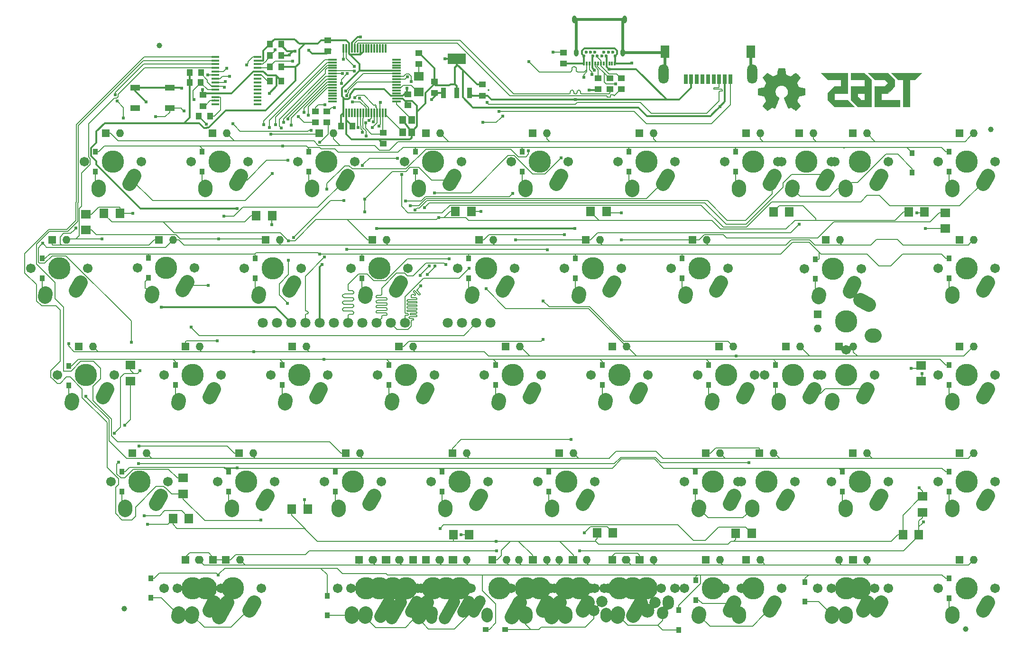
<source format=gbr>
G04 #@! TF.FileFunction,Copper,L2,Bot,Signal*
%FSLAX46Y46*%
G04 Gerber Fmt 4.6, Leading zero omitted, Abs format (unit mm)*
G04 Created by KiCad (PCBNEW 4.0.1-stable) date 2/1/2016 10:06:34 PM*
%MOMM*%
G01*
G04 APERTURE LIST*
%ADD10C,0.150000*%
%ADD11C,0.002540*%
%ADD12C,0.010000*%
%ADD13C,3.987810*%
%ADD14C,1.701810*%
%ADD15C,2.500000*%
%ADD16C,2.000000*%
%ADD17O,1.400000X1.400000*%
%ADD18R,1.400000X1.400000*%
%ADD19C,2.100000*%
%ADD20C,2.200000*%
%ADD21O,2.000000X2.500000*%
%ADD22O,2.000000X2.200000*%
%ADD23R,1.000000X1.250000*%
%ADD24R,1.250000X1.000000*%
%ADD25R,0.850900X1.000760*%
%ADD26R,1.800000X1.100000*%
%ADD27R,1.430000X0.400000*%
%ADD28R,0.950000X1.900000*%
%ADD29R,3.250000X1.900000*%
%ADD30R,0.300000X1.500000*%
%ADD31R,1.500000X0.300000*%
%ADD32R,1.200000X1.400000*%
%ADD33R,1.000760X0.850900*%
%ADD34R,1.800860X1.597660*%
%ADD35C,1.800000*%
%ADD36R,1.597660X1.800860*%
%ADD37C,1.000000*%
%ADD38O,1.800000X3.500000*%
%ADD39R,0.700000X1.800000*%
%ADD40R,1.640000X2.200000*%
%ADD41O,0.800000X1.400000*%
%ADD42C,0.600000*%
%ADD43R,0.300000X0.700000*%
%ADD44C,2.000000*%
%ADD45C,2.500000*%
%ADD46C,2.300000*%
%ADD47C,0.609600*%
%ADD48C,0.304800*%
%ADD49C,0.152400*%
%ADD50C,0.508000*%
G04 APERTURE END LIST*
D10*
D11*
G36*
X145809000Y-32332740D02*
X145811540Y-32474980D01*
X145811540Y-32591820D01*
X145811540Y-32685800D01*
X145814080Y-32759460D01*
X145814080Y-32815340D01*
X145816620Y-32853440D01*
X145821700Y-32881380D01*
X145826780Y-32896620D01*
X145829320Y-32901700D01*
X145847100Y-32906780D01*
X145890280Y-32916940D01*
X145953780Y-32932180D01*
X146037600Y-32949960D01*
X146134120Y-32967740D01*
X146240800Y-32990600D01*
X146355100Y-33010920D01*
X146484640Y-33033780D01*
X146598940Y-33056640D01*
X146698000Y-33076960D01*
X146779280Y-33094740D01*
X146837700Y-33109980D01*
X146875800Y-33120140D01*
X146885960Y-33125220D01*
X146896120Y-33143000D01*
X146916440Y-33181100D01*
X146941840Y-33239520D01*
X146972320Y-33313180D01*
X147007880Y-33397000D01*
X147045980Y-33485900D01*
X147081540Y-33577340D01*
X147119640Y-33671320D01*
X147152660Y-33757680D01*
X147180600Y-33833880D01*
X147206000Y-33899920D01*
X147221240Y-33948180D01*
X147228860Y-33976120D01*
X147228860Y-33981200D01*
X147221240Y-33996440D01*
X147198380Y-34032000D01*
X147160280Y-34087880D01*
X147114560Y-34156460D01*
X147061220Y-34237740D01*
X146997720Y-34326640D01*
X146931680Y-34423160D01*
X146865640Y-34519680D01*
X146804680Y-34611120D01*
X146751340Y-34694940D01*
X146705620Y-34763520D01*
X146672600Y-34819400D01*
X146649740Y-34854960D01*
X146642120Y-34872740D01*
X146652280Y-34887980D01*
X146680220Y-34921000D01*
X146723400Y-34969260D01*
X146776740Y-35027680D01*
X146842780Y-35093720D01*
X146913900Y-35167380D01*
X146990100Y-35246120D01*
X147068840Y-35324860D01*
X147145040Y-35401060D01*
X147221240Y-35474720D01*
X147287280Y-35540760D01*
X147348240Y-35596640D01*
X147396500Y-35639820D01*
X147429520Y-35670300D01*
X147447300Y-35683000D01*
X147449840Y-35683000D01*
X147465080Y-35675380D01*
X147500640Y-35652520D01*
X147556520Y-35616960D01*
X147625100Y-35571240D01*
X147706380Y-35517900D01*
X147797820Y-35456940D01*
X147891800Y-35393440D01*
X147988320Y-35327400D01*
X148079760Y-35263900D01*
X148161040Y-35210560D01*
X148229620Y-35167380D01*
X148285500Y-35131820D01*
X148321060Y-35111500D01*
X148338840Y-35103880D01*
X148359160Y-35108960D01*
X148397260Y-35126740D01*
X148453140Y-35154680D01*
X148516640Y-35187700D01*
X148547120Y-35202940D01*
X148618240Y-35241040D01*
X148679200Y-35268980D01*
X148727460Y-35289300D01*
X148757940Y-35299460D01*
X148763020Y-35299460D01*
X148770640Y-35294380D01*
X148778260Y-35284220D01*
X148790960Y-35263900D01*
X148806200Y-35233420D01*
X148826520Y-35192780D01*
X148851920Y-35134360D01*
X148884940Y-35063240D01*
X148923040Y-34974340D01*
X148968760Y-34867660D01*
X149022100Y-34738120D01*
X149085600Y-34585720D01*
X149159260Y-34410460D01*
X149171960Y-34379980D01*
X149232920Y-34227580D01*
X149293880Y-34082800D01*
X149347220Y-33948180D01*
X149398020Y-33823720D01*
X149441200Y-33714500D01*
X149479300Y-33620520D01*
X149507240Y-33544320D01*
X149527560Y-33488440D01*
X149537720Y-33455420D01*
X149540260Y-33445260D01*
X149525020Y-33430020D01*
X149494540Y-33402080D01*
X149448820Y-33366520D01*
X149403100Y-33333500D01*
X149286260Y-33247140D01*
X149189740Y-33165860D01*
X149111000Y-33084580D01*
X149044960Y-32995680D01*
X148984000Y-32896620D01*
X148953520Y-32840740D01*
X148887480Y-32678180D01*
X148846840Y-32510540D01*
X148834140Y-32340360D01*
X148846840Y-32170180D01*
X148884940Y-32005080D01*
X148945900Y-31847600D01*
X149032260Y-31695200D01*
X149144020Y-31555500D01*
X149151640Y-31547880D01*
X149283720Y-31425960D01*
X149431040Y-31326900D01*
X149596140Y-31250700D01*
X149677420Y-31222760D01*
X149723140Y-31210060D01*
X149766320Y-31199900D01*
X149814580Y-31194820D01*
X149875540Y-31192280D01*
X149951740Y-31189740D01*
X149994920Y-31189740D01*
X150078740Y-31189740D01*
X150147320Y-31192280D01*
X150198120Y-31197360D01*
X150243840Y-31204980D01*
X150289560Y-31217680D01*
X150309880Y-31222760D01*
X150482600Y-31291340D01*
X150637540Y-31380240D01*
X150777240Y-31492000D01*
X150896620Y-31624080D01*
X150995680Y-31771400D01*
X151023620Y-31824740D01*
X151079500Y-31954280D01*
X151117600Y-32076200D01*
X151137920Y-32203200D01*
X151143000Y-32337820D01*
X151130300Y-32518160D01*
X151089660Y-32690880D01*
X151023620Y-32853440D01*
X150934720Y-33003300D01*
X150820420Y-33137920D01*
X150769620Y-33186180D01*
X150706120Y-33239520D01*
X150632460Y-33295400D01*
X150563880Y-33346200D01*
X150502920Y-33386840D01*
X150495300Y-33389380D01*
X150462280Y-33414780D01*
X150444500Y-33440180D01*
X150441960Y-33445260D01*
X150447040Y-33463040D01*
X150459740Y-33506220D01*
X150485140Y-33572260D01*
X150518160Y-33661160D01*
X150561340Y-33770380D01*
X150612140Y-33897380D01*
X150670560Y-34042160D01*
X150736600Y-34202180D01*
X150802640Y-34359660D01*
X150863600Y-34509520D01*
X150924560Y-34651760D01*
X150980440Y-34786380D01*
X151031240Y-34908300D01*
X151076960Y-35017520D01*
X151115060Y-35108960D01*
X151145540Y-35182620D01*
X151168400Y-35235960D01*
X151181100Y-35266440D01*
X151183640Y-35274060D01*
X151206500Y-35294380D01*
X151226820Y-35302000D01*
X151247140Y-35294380D01*
X151287780Y-35276600D01*
X151343660Y-35251200D01*
X151409700Y-35215640D01*
X151437640Y-35200400D01*
X151521460Y-35157220D01*
X151587500Y-35126740D01*
X151633220Y-35108960D01*
X151656080Y-35106420D01*
X151673860Y-35116580D01*
X151714500Y-35139440D01*
X151770380Y-35175000D01*
X151836420Y-35218180D01*
X151912620Y-35268980D01*
X151960880Y-35302000D01*
X152090420Y-35393440D01*
X152199640Y-35467100D01*
X152288540Y-35528060D01*
X152362200Y-35578860D01*
X152418080Y-35616960D01*
X152461260Y-35644900D01*
X152494280Y-35662680D01*
X152517140Y-35675380D01*
X152529840Y-35680460D01*
X152537460Y-35683000D01*
X152550160Y-35672840D01*
X152583180Y-35644900D01*
X152631440Y-35601720D01*
X152692400Y-35545840D01*
X152763520Y-35477260D01*
X152842260Y-35398520D01*
X152926080Y-35314700D01*
X152943860Y-35296920D01*
X153030220Y-35210560D01*
X153108960Y-35131820D01*
X153180080Y-35058160D01*
X153241040Y-34994660D01*
X153289300Y-34943860D01*
X153322320Y-34908300D01*
X153337560Y-34890520D01*
X153337560Y-34887980D01*
X153340100Y-34880360D01*
X153340100Y-34872740D01*
X153337560Y-34862580D01*
X153332480Y-34844800D01*
X153319780Y-34821940D01*
X153299460Y-34791460D01*
X153271520Y-34748280D01*
X153230880Y-34689860D01*
X153182620Y-34616200D01*
X153119120Y-34522220D01*
X153040380Y-34410460D01*
X153032760Y-34400300D01*
X152966720Y-34303780D01*
X152908300Y-34214880D01*
X152854960Y-34133600D01*
X152809240Y-34067560D01*
X152776220Y-34014220D01*
X152755900Y-33981200D01*
X152750820Y-33965960D01*
X152755900Y-33948180D01*
X152771140Y-33907540D01*
X152791460Y-33849120D01*
X152821940Y-33772920D01*
X152857500Y-33684020D01*
X152895600Y-33584960D01*
X152915920Y-33536700D01*
X152964180Y-33414780D01*
X153004820Y-33315720D01*
X153037840Y-33239520D01*
X153063240Y-33183640D01*
X153083560Y-33145540D01*
X153098800Y-33122680D01*
X153108960Y-33112520D01*
X153129280Y-33107440D01*
X153175000Y-33097280D01*
X153241040Y-33084580D01*
X153324860Y-33066800D01*
X153421380Y-33049020D01*
X153530600Y-33028700D01*
X153637280Y-33008380D01*
X153754120Y-32988060D01*
X153860800Y-32965200D01*
X153957320Y-32947420D01*
X154036060Y-32929640D01*
X154099560Y-32916940D01*
X154140200Y-32906780D01*
X154155440Y-32901700D01*
X154160520Y-32891540D01*
X154165600Y-32873760D01*
X154168140Y-32840740D01*
X154170680Y-32795020D01*
X154173220Y-32731520D01*
X154175760Y-32647700D01*
X154175760Y-32541020D01*
X154175760Y-32411480D01*
X154175760Y-32330200D01*
X154175760Y-31776480D01*
X154142740Y-31756160D01*
X154122420Y-31748540D01*
X154076700Y-31738380D01*
X154010660Y-31723140D01*
X153926840Y-31705360D01*
X153827780Y-31685040D01*
X153718560Y-31664720D01*
X153599180Y-31641860D01*
X153596640Y-31641860D01*
X153479800Y-31621540D01*
X153370580Y-31598680D01*
X153274060Y-31580900D01*
X153190240Y-31563120D01*
X153126740Y-31547880D01*
X153083560Y-31537720D01*
X153065780Y-31530100D01*
X153063240Y-31530100D01*
X153053080Y-31512320D01*
X153035300Y-31474220D01*
X153007360Y-31415800D01*
X152976880Y-31344680D01*
X152941320Y-31263400D01*
X152903220Y-31177040D01*
X152865120Y-31085600D01*
X152827020Y-30999240D01*
X152794000Y-30917960D01*
X152763520Y-30846840D01*
X152740660Y-30790960D01*
X152727960Y-30750320D01*
X152722880Y-30735080D01*
X152730500Y-30719840D01*
X152753360Y-30681740D01*
X152786380Y-30628400D01*
X152832100Y-30557280D01*
X152887980Y-30476000D01*
X152948940Y-30384560D01*
X153017520Y-30285500D01*
X153027680Y-30270260D01*
X153096260Y-30168660D01*
X153159760Y-30074680D01*
X153215640Y-29990860D01*
X153263900Y-29917200D01*
X153302000Y-29858780D01*
X153327400Y-29818140D01*
X153340100Y-29797820D01*
X153340100Y-29797820D01*
X153337560Y-29785120D01*
X153324860Y-29767340D01*
X153304540Y-29739400D01*
X153268980Y-29698760D01*
X153220720Y-29645420D01*
X153154680Y-29579380D01*
X153073400Y-29495560D01*
X152974340Y-29396500D01*
X152954020Y-29376180D01*
X152854960Y-29274580D01*
X152763520Y-29188220D01*
X152687320Y-29114560D01*
X152623820Y-29056140D01*
X152575560Y-29012960D01*
X152545080Y-28987560D01*
X152534920Y-28982480D01*
X152517140Y-28990100D01*
X152479040Y-29010420D01*
X152423160Y-29045980D01*
X152352040Y-29091700D01*
X152270760Y-29145040D01*
X152176780Y-29208540D01*
X152077720Y-29274580D01*
X152067560Y-29282200D01*
X151968500Y-29350780D01*
X151874520Y-29414280D01*
X151790700Y-29472700D01*
X151717040Y-29520960D01*
X151658620Y-29559060D01*
X151617980Y-29587000D01*
X151597660Y-29599700D01*
X151597660Y-29599700D01*
X151584960Y-29604780D01*
X151567180Y-29602240D01*
X151539240Y-29597160D01*
X151501140Y-29584460D01*
X151447800Y-29566680D01*
X151376680Y-29538740D01*
X151282700Y-29500640D01*
X151216660Y-29472700D01*
X151099820Y-29426980D01*
X151008380Y-29388880D01*
X150934720Y-29358400D01*
X150881380Y-29333000D01*
X150843280Y-29315220D01*
X150815340Y-29302520D01*
X150800100Y-29289820D01*
X150789940Y-29279660D01*
X150784860Y-29272040D01*
X150782320Y-29264420D01*
X150777240Y-29244100D01*
X150769620Y-29200920D01*
X150756920Y-29134880D01*
X150739140Y-29051060D01*
X150721360Y-28952000D01*
X150701040Y-28842780D01*
X150678180Y-28725940D01*
X150675640Y-28713240D01*
X150652780Y-28593860D01*
X150632460Y-28484640D01*
X150612140Y-28385580D01*
X150594360Y-28301760D01*
X150579120Y-28235720D01*
X150568960Y-28190000D01*
X150563880Y-28169680D01*
X150561340Y-28169680D01*
X150553720Y-28164600D01*
X150535940Y-28159520D01*
X150508000Y-28156980D01*
X150464820Y-28154440D01*
X150403860Y-28151900D01*
X150325120Y-28149360D01*
X150226060Y-28149360D01*
X150101600Y-28149360D01*
X149994920Y-28149360D01*
X149873000Y-28149360D01*
X149758700Y-28149360D01*
X149657100Y-28151900D01*
X149568200Y-28154440D01*
X149499620Y-28154440D01*
X149451360Y-28156980D01*
X149425960Y-28159520D01*
X149425960Y-28159520D01*
X149418340Y-28177300D01*
X149405640Y-28220480D01*
X149390400Y-28286520D01*
X149372620Y-28375420D01*
X149349760Y-28484640D01*
X149326900Y-28609100D01*
X149304040Y-28725940D01*
X149281180Y-28847860D01*
X149258320Y-28959620D01*
X149238000Y-29061220D01*
X149222760Y-29147580D01*
X149207520Y-29216160D01*
X149194820Y-29264420D01*
X149189740Y-29289820D01*
X149187200Y-29292360D01*
X149169420Y-29302520D01*
X149131320Y-29320300D01*
X149072900Y-29345700D01*
X149004320Y-29376180D01*
X148923040Y-29409200D01*
X148836680Y-29444760D01*
X148747780Y-29480320D01*
X148661420Y-29515880D01*
X148580140Y-29546360D01*
X148509020Y-29574300D01*
X148453140Y-29594620D01*
X148415040Y-29607320D01*
X148399800Y-29612400D01*
X148384560Y-29602240D01*
X148349000Y-29579380D01*
X148295660Y-29543820D01*
X148227080Y-29495560D01*
X148145800Y-29439680D01*
X148054360Y-29378720D01*
X147952760Y-29310140D01*
X147929900Y-29292360D01*
X147828300Y-29223780D01*
X147734320Y-29160280D01*
X147647960Y-29104400D01*
X147574300Y-29056140D01*
X147515880Y-29018040D01*
X147475240Y-28992640D01*
X147452380Y-28982480D01*
X147449840Y-28982480D01*
X147434600Y-28990100D01*
X147401580Y-29018040D01*
X147355860Y-29061220D01*
X147297440Y-29117100D01*
X147228860Y-29180600D01*
X147155200Y-29254260D01*
X147076460Y-29330460D01*
X147000260Y-29409200D01*
X146921520Y-29485400D01*
X146850400Y-29561600D01*
X146784360Y-29627640D01*
X146728480Y-29688600D01*
X146682760Y-29736860D01*
X146654820Y-29772420D01*
X146642120Y-29790200D01*
X146642120Y-29790200D01*
X146649740Y-29807980D01*
X146672600Y-29843540D01*
X146708160Y-29899420D01*
X146753880Y-29970540D01*
X146807220Y-30051820D01*
X146868180Y-30143260D01*
X146936760Y-30242320D01*
X146939300Y-30247400D01*
X147007880Y-30346460D01*
X147071380Y-30440440D01*
X147129800Y-30524260D01*
X147178060Y-30595380D01*
X147213620Y-30653800D01*
X147241560Y-30691900D01*
X147251720Y-30712220D01*
X147251720Y-30712220D01*
X147254260Y-30724920D01*
X147251720Y-30745240D01*
X147241560Y-30778260D01*
X147226320Y-30826520D01*
X147200920Y-30890020D01*
X147165360Y-30973840D01*
X147122180Y-31077980D01*
X147099320Y-31131320D01*
X147053600Y-31238000D01*
X147012960Y-31329440D01*
X146974860Y-31410720D01*
X146944380Y-31471680D01*
X146921520Y-31514860D01*
X146908820Y-31535180D01*
X146906280Y-31537720D01*
X146888500Y-31542800D01*
X146845320Y-31552960D01*
X146779280Y-31565660D01*
X146698000Y-31583440D01*
X146598940Y-31601220D01*
X146489720Y-31624080D01*
X146370340Y-31646940D01*
X146357640Y-31646940D01*
X146223020Y-31674880D01*
X146103640Y-31697740D01*
X146002040Y-31718060D01*
X145923300Y-31735840D01*
X145864880Y-31751080D01*
X145829320Y-31761240D01*
X145821700Y-31763780D01*
X145819160Y-31781560D01*
X145816620Y-31824740D01*
X145814080Y-31888240D01*
X145814080Y-31972060D01*
X145811540Y-32071120D01*
X145811540Y-32180340D01*
X145809000Y-32302260D01*
X145809000Y-32332740D01*
X145809000Y-32332740D01*
X145809000Y-32332740D01*
G37*
X145809000Y-32332740D02*
X145811540Y-32474980D01*
X145811540Y-32591820D01*
X145811540Y-32685800D01*
X145814080Y-32759460D01*
X145814080Y-32815340D01*
X145816620Y-32853440D01*
X145821700Y-32881380D01*
X145826780Y-32896620D01*
X145829320Y-32901700D01*
X145847100Y-32906780D01*
X145890280Y-32916940D01*
X145953780Y-32932180D01*
X146037600Y-32949960D01*
X146134120Y-32967740D01*
X146240800Y-32990600D01*
X146355100Y-33010920D01*
X146484640Y-33033780D01*
X146598940Y-33056640D01*
X146698000Y-33076960D01*
X146779280Y-33094740D01*
X146837700Y-33109980D01*
X146875800Y-33120140D01*
X146885960Y-33125220D01*
X146896120Y-33143000D01*
X146916440Y-33181100D01*
X146941840Y-33239520D01*
X146972320Y-33313180D01*
X147007880Y-33397000D01*
X147045980Y-33485900D01*
X147081540Y-33577340D01*
X147119640Y-33671320D01*
X147152660Y-33757680D01*
X147180600Y-33833880D01*
X147206000Y-33899920D01*
X147221240Y-33948180D01*
X147228860Y-33976120D01*
X147228860Y-33981200D01*
X147221240Y-33996440D01*
X147198380Y-34032000D01*
X147160280Y-34087880D01*
X147114560Y-34156460D01*
X147061220Y-34237740D01*
X146997720Y-34326640D01*
X146931680Y-34423160D01*
X146865640Y-34519680D01*
X146804680Y-34611120D01*
X146751340Y-34694940D01*
X146705620Y-34763520D01*
X146672600Y-34819400D01*
X146649740Y-34854960D01*
X146642120Y-34872740D01*
X146652280Y-34887980D01*
X146680220Y-34921000D01*
X146723400Y-34969260D01*
X146776740Y-35027680D01*
X146842780Y-35093720D01*
X146913900Y-35167380D01*
X146990100Y-35246120D01*
X147068840Y-35324860D01*
X147145040Y-35401060D01*
X147221240Y-35474720D01*
X147287280Y-35540760D01*
X147348240Y-35596640D01*
X147396500Y-35639820D01*
X147429520Y-35670300D01*
X147447300Y-35683000D01*
X147449840Y-35683000D01*
X147465080Y-35675380D01*
X147500640Y-35652520D01*
X147556520Y-35616960D01*
X147625100Y-35571240D01*
X147706380Y-35517900D01*
X147797820Y-35456940D01*
X147891800Y-35393440D01*
X147988320Y-35327400D01*
X148079760Y-35263900D01*
X148161040Y-35210560D01*
X148229620Y-35167380D01*
X148285500Y-35131820D01*
X148321060Y-35111500D01*
X148338840Y-35103880D01*
X148359160Y-35108960D01*
X148397260Y-35126740D01*
X148453140Y-35154680D01*
X148516640Y-35187700D01*
X148547120Y-35202940D01*
X148618240Y-35241040D01*
X148679200Y-35268980D01*
X148727460Y-35289300D01*
X148757940Y-35299460D01*
X148763020Y-35299460D01*
X148770640Y-35294380D01*
X148778260Y-35284220D01*
X148790960Y-35263900D01*
X148806200Y-35233420D01*
X148826520Y-35192780D01*
X148851920Y-35134360D01*
X148884940Y-35063240D01*
X148923040Y-34974340D01*
X148968760Y-34867660D01*
X149022100Y-34738120D01*
X149085600Y-34585720D01*
X149159260Y-34410460D01*
X149171960Y-34379980D01*
X149232920Y-34227580D01*
X149293880Y-34082800D01*
X149347220Y-33948180D01*
X149398020Y-33823720D01*
X149441200Y-33714500D01*
X149479300Y-33620520D01*
X149507240Y-33544320D01*
X149527560Y-33488440D01*
X149537720Y-33455420D01*
X149540260Y-33445260D01*
X149525020Y-33430020D01*
X149494540Y-33402080D01*
X149448820Y-33366520D01*
X149403100Y-33333500D01*
X149286260Y-33247140D01*
X149189740Y-33165860D01*
X149111000Y-33084580D01*
X149044960Y-32995680D01*
X148984000Y-32896620D01*
X148953520Y-32840740D01*
X148887480Y-32678180D01*
X148846840Y-32510540D01*
X148834140Y-32340360D01*
X148846840Y-32170180D01*
X148884940Y-32005080D01*
X148945900Y-31847600D01*
X149032260Y-31695200D01*
X149144020Y-31555500D01*
X149151640Y-31547880D01*
X149283720Y-31425960D01*
X149431040Y-31326900D01*
X149596140Y-31250700D01*
X149677420Y-31222760D01*
X149723140Y-31210060D01*
X149766320Y-31199900D01*
X149814580Y-31194820D01*
X149875540Y-31192280D01*
X149951740Y-31189740D01*
X149994920Y-31189740D01*
X150078740Y-31189740D01*
X150147320Y-31192280D01*
X150198120Y-31197360D01*
X150243840Y-31204980D01*
X150289560Y-31217680D01*
X150309880Y-31222760D01*
X150482600Y-31291340D01*
X150637540Y-31380240D01*
X150777240Y-31492000D01*
X150896620Y-31624080D01*
X150995680Y-31771400D01*
X151023620Y-31824740D01*
X151079500Y-31954280D01*
X151117600Y-32076200D01*
X151137920Y-32203200D01*
X151143000Y-32337820D01*
X151130300Y-32518160D01*
X151089660Y-32690880D01*
X151023620Y-32853440D01*
X150934720Y-33003300D01*
X150820420Y-33137920D01*
X150769620Y-33186180D01*
X150706120Y-33239520D01*
X150632460Y-33295400D01*
X150563880Y-33346200D01*
X150502920Y-33386840D01*
X150495300Y-33389380D01*
X150462280Y-33414780D01*
X150444500Y-33440180D01*
X150441960Y-33445260D01*
X150447040Y-33463040D01*
X150459740Y-33506220D01*
X150485140Y-33572260D01*
X150518160Y-33661160D01*
X150561340Y-33770380D01*
X150612140Y-33897380D01*
X150670560Y-34042160D01*
X150736600Y-34202180D01*
X150802640Y-34359660D01*
X150863600Y-34509520D01*
X150924560Y-34651760D01*
X150980440Y-34786380D01*
X151031240Y-34908300D01*
X151076960Y-35017520D01*
X151115060Y-35108960D01*
X151145540Y-35182620D01*
X151168400Y-35235960D01*
X151181100Y-35266440D01*
X151183640Y-35274060D01*
X151206500Y-35294380D01*
X151226820Y-35302000D01*
X151247140Y-35294380D01*
X151287780Y-35276600D01*
X151343660Y-35251200D01*
X151409700Y-35215640D01*
X151437640Y-35200400D01*
X151521460Y-35157220D01*
X151587500Y-35126740D01*
X151633220Y-35108960D01*
X151656080Y-35106420D01*
X151673860Y-35116580D01*
X151714500Y-35139440D01*
X151770380Y-35175000D01*
X151836420Y-35218180D01*
X151912620Y-35268980D01*
X151960880Y-35302000D01*
X152090420Y-35393440D01*
X152199640Y-35467100D01*
X152288540Y-35528060D01*
X152362200Y-35578860D01*
X152418080Y-35616960D01*
X152461260Y-35644900D01*
X152494280Y-35662680D01*
X152517140Y-35675380D01*
X152529840Y-35680460D01*
X152537460Y-35683000D01*
X152550160Y-35672840D01*
X152583180Y-35644900D01*
X152631440Y-35601720D01*
X152692400Y-35545840D01*
X152763520Y-35477260D01*
X152842260Y-35398520D01*
X152926080Y-35314700D01*
X152943860Y-35296920D01*
X153030220Y-35210560D01*
X153108960Y-35131820D01*
X153180080Y-35058160D01*
X153241040Y-34994660D01*
X153289300Y-34943860D01*
X153322320Y-34908300D01*
X153337560Y-34890520D01*
X153337560Y-34887980D01*
X153340100Y-34880360D01*
X153340100Y-34872740D01*
X153337560Y-34862580D01*
X153332480Y-34844800D01*
X153319780Y-34821940D01*
X153299460Y-34791460D01*
X153271520Y-34748280D01*
X153230880Y-34689860D01*
X153182620Y-34616200D01*
X153119120Y-34522220D01*
X153040380Y-34410460D01*
X153032760Y-34400300D01*
X152966720Y-34303780D01*
X152908300Y-34214880D01*
X152854960Y-34133600D01*
X152809240Y-34067560D01*
X152776220Y-34014220D01*
X152755900Y-33981200D01*
X152750820Y-33965960D01*
X152755900Y-33948180D01*
X152771140Y-33907540D01*
X152791460Y-33849120D01*
X152821940Y-33772920D01*
X152857500Y-33684020D01*
X152895600Y-33584960D01*
X152915920Y-33536700D01*
X152964180Y-33414780D01*
X153004820Y-33315720D01*
X153037840Y-33239520D01*
X153063240Y-33183640D01*
X153083560Y-33145540D01*
X153098800Y-33122680D01*
X153108960Y-33112520D01*
X153129280Y-33107440D01*
X153175000Y-33097280D01*
X153241040Y-33084580D01*
X153324860Y-33066800D01*
X153421380Y-33049020D01*
X153530600Y-33028700D01*
X153637280Y-33008380D01*
X153754120Y-32988060D01*
X153860800Y-32965200D01*
X153957320Y-32947420D01*
X154036060Y-32929640D01*
X154099560Y-32916940D01*
X154140200Y-32906780D01*
X154155440Y-32901700D01*
X154160520Y-32891540D01*
X154165600Y-32873760D01*
X154168140Y-32840740D01*
X154170680Y-32795020D01*
X154173220Y-32731520D01*
X154175760Y-32647700D01*
X154175760Y-32541020D01*
X154175760Y-32411480D01*
X154175760Y-32330200D01*
X154175760Y-31776480D01*
X154142740Y-31756160D01*
X154122420Y-31748540D01*
X154076700Y-31738380D01*
X154010660Y-31723140D01*
X153926840Y-31705360D01*
X153827780Y-31685040D01*
X153718560Y-31664720D01*
X153599180Y-31641860D01*
X153596640Y-31641860D01*
X153479800Y-31621540D01*
X153370580Y-31598680D01*
X153274060Y-31580900D01*
X153190240Y-31563120D01*
X153126740Y-31547880D01*
X153083560Y-31537720D01*
X153065780Y-31530100D01*
X153063240Y-31530100D01*
X153053080Y-31512320D01*
X153035300Y-31474220D01*
X153007360Y-31415800D01*
X152976880Y-31344680D01*
X152941320Y-31263400D01*
X152903220Y-31177040D01*
X152865120Y-31085600D01*
X152827020Y-30999240D01*
X152794000Y-30917960D01*
X152763520Y-30846840D01*
X152740660Y-30790960D01*
X152727960Y-30750320D01*
X152722880Y-30735080D01*
X152730500Y-30719840D01*
X152753360Y-30681740D01*
X152786380Y-30628400D01*
X152832100Y-30557280D01*
X152887980Y-30476000D01*
X152948940Y-30384560D01*
X153017520Y-30285500D01*
X153027680Y-30270260D01*
X153096260Y-30168660D01*
X153159760Y-30074680D01*
X153215640Y-29990860D01*
X153263900Y-29917200D01*
X153302000Y-29858780D01*
X153327400Y-29818140D01*
X153340100Y-29797820D01*
X153340100Y-29797820D01*
X153337560Y-29785120D01*
X153324860Y-29767340D01*
X153304540Y-29739400D01*
X153268980Y-29698760D01*
X153220720Y-29645420D01*
X153154680Y-29579380D01*
X153073400Y-29495560D01*
X152974340Y-29396500D01*
X152954020Y-29376180D01*
X152854960Y-29274580D01*
X152763520Y-29188220D01*
X152687320Y-29114560D01*
X152623820Y-29056140D01*
X152575560Y-29012960D01*
X152545080Y-28987560D01*
X152534920Y-28982480D01*
X152517140Y-28990100D01*
X152479040Y-29010420D01*
X152423160Y-29045980D01*
X152352040Y-29091700D01*
X152270760Y-29145040D01*
X152176780Y-29208540D01*
X152077720Y-29274580D01*
X152067560Y-29282200D01*
X151968500Y-29350780D01*
X151874520Y-29414280D01*
X151790700Y-29472700D01*
X151717040Y-29520960D01*
X151658620Y-29559060D01*
X151617980Y-29587000D01*
X151597660Y-29599700D01*
X151597660Y-29599700D01*
X151584960Y-29604780D01*
X151567180Y-29602240D01*
X151539240Y-29597160D01*
X151501140Y-29584460D01*
X151447800Y-29566680D01*
X151376680Y-29538740D01*
X151282700Y-29500640D01*
X151216660Y-29472700D01*
X151099820Y-29426980D01*
X151008380Y-29388880D01*
X150934720Y-29358400D01*
X150881380Y-29333000D01*
X150843280Y-29315220D01*
X150815340Y-29302520D01*
X150800100Y-29289820D01*
X150789940Y-29279660D01*
X150784860Y-29272040D01*
X150782320Y-29264420D01*
X150777240Y-29244100D01*
X150769620Y-29200920D01*
X150756920Y-29134880D01*
X150739140Y-29051060D01*
X150721360Y-28952000D01*
X150701040Y-28842780D01*
X150678180Y-28725940D01*
X150675640Y-28713240D01*
X150652780Y-28593860D01*
X150632460Y-28484640D01*
X150612140Y-28385580D01*
X150594360Y-28301760D01*
X150579120Y-28235720D01*
X150568960Y-28190000D01*
X150563880Y-28169680D01*
X150561340Y-28169680D01*
X150553720Y-28164600D01*
X150535940Y-28159520D01*
X150508000Y-28156980D01*
X150464820Y-28154440D01*
X150403860Y-28151900D01*
X150325120Y-28149360D01*
X150226060Y-28149360D01*
X150101600Y-28149360D01*
X149994920Y-28149360D01*
X149873000Y-28149360D01*
X149758700Y-28149360D01*
X149657100Y-28151900D01*
X149568200Y-28154440D01*
X149499620Y-28154440D01*
X149451360Y-28156980D01*
X149425960Y-28159520D01*
X149425960Y-28159520D01*
X149418340Y-28177300D01*
X149405640Y-28220480D01*
X149390400Y-28286520D01*
X149372620Y-28375420D01*
X149349760Y-28484640D01*
X149326900Y-28609100D01*
X149304040Y-28725940D01*
X149281180Y-28847860D01*
X149258320Y-28959620D01*
X149238000Y-29061220D01*
X149222760Y-29147580D01*
X149207520Y-29216160D01*
X149194820Y-29264420D01*
X149189740Y-29289820D01*
X149187200Y-29292360D01*
X149169420Y-29302520D01*
X149131320Y-29320300D01*
X149072900Y-29345700D01*
X149004320Y-29376180D01*
X148923040Y-29409200D01*
X148836680Y-29444760D01*
X148747780Y-29480320D01*
X148661420Y-29515880D01*
X148580140Y-29546360D01*
X148509020Y-29574300D01*
X148453140Y-29594620D01*
X148415040Y-29607320D01*
X148399800Y-29612400D01*
X148384560Y-29602240D01*
X148349000Y-29579380D01*
X148295660Y-29543820D01*
X148227080Y-29495560D01*
X148145800Y-29439680D01*
X148054360Y-29378720D01*
X147952760Y-29310140D01*
X147929900Y-29292360D01*
X147828300Y-29223780D01*
X147734320Y-29160280D01*
X147647960Y-29104400D01*
X147574300Y-29056140D01*
X147515880Y-29018040D01*
X147475240Y-28992640D01*
X147452380Y-28982480D01*
X147449840Y-28982480D01*
X147434600Y-28990100D01*
X147401580Y-29018040D01*
X147355860Y-29061220D01*
X147297440Y-29117100D01*
X147228860Y-29180600D01*
X147155200Y-29254260D01*
X147076460Y-29330460D01*
X147000260Y-29409200D01*
X146921520Y-29485400D01*
X146850400Y-29561600D01*
X146784360Y-29627640D01*
X146728480Y-29688600D01*
X146682760Y-29736860D01*
X146654820Y-29772420D01*
X146642120Y-29790200D01*
X146642120Y-29790200D01*
X146649740Y-29807980D01*
X146672600Y-29843540D01*
X146708160Y-29899420D01*
X146753880Y-29970540D01*
X146807220Y-30051820D01*
X146868180Y-30143260D01*
X146936760Y-30242320D01*
X146939300Y-30247400D01*
X147007880Y-30346460D01*
X147071380Y-30440440D01*
X147129800Y-30524260D01*
X147178060Y-30595380D01*
X147213620Y-30653800D01*
X147241560Y-30691900D01*
X147251720Y-30712220D01*
X147251720Y-30712220D01*
X147254260Y-30724920D01*
X147251720Y-30745240D01*
X147241560Y-30778260D01*
X147226320Y-30826520D01*
X147200920Y-30890020D01*
X147165360Y-30973840D01*
X147122180Y-31077980D01*
X147099320Y-31131320D01*
X147053600Y-31238000D01*
X147012960Y-31329440D01*
X146974860Y-31410720D01*
X146944380Y-31471680D01*
X146921520Y-31514860D01*
X146908820Y-31535180D01*
X146906280Y-31537720D01*
X146888500Y-31542800D01*
X146845320Y-31552960D01*
X146779280Y-31565660D01*
X146698000Y-31583440D01*
X146598940Y-31601220D01*
X146489720Y-31624080D01*
X146370340Y-31646940D01*
X146357640Y-31646940D01*
X146223020Y-31674880D01*
X146103640Y-31697740D01*
X146002040Y-31718060D01*
X145923300Y-31735840D01*
X145864880Y-31751080D01*
X145829320Y-31761240D01*
X145821700Y-31763780D01*
X145819160Y-31781560D01*
X145816620Y-31824740D01*
X145814080Y-31888240D01*
X145814080Y-31972060D01*
X145811540Y-32071120D01*
X145811540Y-32180340D01*
X145809000Y-32302260D01*
X145809000Y-32332740D01*
X145809000Y-32332740D01*
D12*
G36*
X170206240Y-29607320D02*
X170800535Y-30201680D01*
X171699760Y-30201680D01*
X171699760Y-34997200D01*
X172898640Y-34997200D01*
X172898640Y-30201680D01*
X173797866Y-30201680D01*
X174392160Y-29607320D01*
X174986455Y-29012960D01*
X169611946Y-29012960D01*
X170206240Y-29607320D01*
X170206240Y-29607320D01*
G37*
X170206240Y-29607320D02*
X170800535Y-30201680D01*
X171699760Y-30201680D01*
X171699760Y-34997200D01*
X172898640Y-34997200D01*
X172898640Y-30201680D01*
X173797866Y-30201680D01*
X174392160Y-29607320D01*
X174986455Y-29012960D01*
X169611946Y-29012960D01*
X170206240Y-29607320D01*
G36*
X165415866Y-29012960D02*
X166010160Y-29607320D01*
X166604455Y-30201680D01*
X168402968Y-30201680D01*
X168705165Y-30504002D01*
X169007362Y-30806325D01*
X168705039Y-31108522D01*
X168402716Y-31410720D01*
X166599440Y-31410720D01*
X166599440Y-34997200D01*
X171090160Y-34997200D01*
X171090160Y-33808480D01*
X167798320Y-33808480D01*
X167798320Y-32599440D01*
X168992185Y-32599440D01*
X170196081Y-31395416D01*
X170196080Y-30801055D01*
X170196080Y-30206695D01*
X169002216Y-29012959D01*
X167209041Y-29012959D01*
X165415866Y-29012960D01*
X165415866Y-29012960D01*
G37*
X165415866Y-29012960D02*
X166010160Y-29607320D01*
X166604455Y-30201680D01*
X168402968Y-30201680D01*
X168705165Y-30504002D01*
X169007362Y-30806325D01*
X168705039Y-31108522D01*
X168402716Y-31410720D01*
X166599440Y-31410720D01*
X166599440Y-34997200D01*
X171090160Y-34997200D01*
X171090160Y-33808480D01*
X167798320Y-33808480D01*
X167798320Y-32599440D01*
X168992185Y-32599440D01*
X170196081Y-31395416D01*
X170196080Y-30801055D01*
X170196080Y-30206695D01*
X169002216Y-29012959D01*
X167209041Y-29012959D01*
X165415866Y-29012960D01*
G36*
X162403360Y-29012960D02*
X162403360Y-30201680D01*
X164801120Y-30201680D01*
X164801120Y-31410720D01*
X162403360Y-31410720D01*
X162403360Y-33803464D01*
X163000293Y-34400332D01*
X163597225Y-34997200D01*
X165989840Y-34997200D01*
X165989840Y-32599440D01*
X164801120Y-32599440D01*
X164801120Y-33808480D01*
X164196725Y-33808480D01*
X163894403Y-33506283D01*
X163592080Y-33204087D01*
X163592080Y-32599440D01*
X164801120Y-32599440D01*
X165989840Y-32599440D01*
X165989840Y-30206695D01*
X164795976Y-29012959D01*
X163599668Y-29012959D01*
X162403360Y-29012960D01*
X162403360Y-29012960D01*
G37*
X162403360Y-29012960D02*
X162403360Y-30201680D01*
X164801120Y-30201680D01*
X164801120Y-31410720D01*
X162403360Y-31410720D01*
X162403360Y-33803464D01*
X163000293Y-34400332D01*
X163597225Y-34997200D01*
X165989840Y-34997200D01*
X165989840Y-32599440D01*
X164801120Y-32599440D01*
X164801120Y-33808480D01*
X164196725Y-33808480D01*
X163894403Y-33506283D01*
X163592080Y-33204087D01*
X163592080Y-32599440D01*
X164801120Y-32599440D01*
X165989840Y-32599440D01*
X165989840Y-30206695D01*
X164795976Y-29012959D01*
X163599668Y-29012959D01*
X162403360Y-29012960D01*
G36*
X157607840Y-29607320D02*
X158202135Y-30201680D01*
X160605040Y-30201680D01*
X160605040Y-31410720D01*
X159401016Y-31410720D01*
X158207280Y-32604584D01*
X158207280Y-33803464D01*
X158804213Y-34400332D01*
X159401145Y-34997200D01*
X162977335Y-34997200D01*
X162383040Y-34402840D01*
X161788746Y-33808480D01*
X159396000Y-33808480D01*
X159396000Y-32599440D01*
X161793760Y-32599440D01*
X161793760Y-29012960D01*
X157013546Y-29012960D01*
X157607840Y-29607320D01*
X157607840Y-29607320D01*
G37*
X157607840Y-29607320D02*
X158202135Y-30201680D01*
X160605040Y-30201680D01*
X160605040Y-31410720D01*
X159401016Y-31410720D01*
X158207280Y-32604584D01*
X158207280Y-33803464D01*
X158804213Y-34400332D01*
X159401145Y-34997200D01*
X162977335Y-34997200D01*
X162383040Y-34402840D01*
X161788746Y-33808480D01*
X159396000Y-33808480D01*
X159396000Y-32599440D01*
X161793760Y-32599440D01*
X161793760Y-29012960D01*
X157013546Y-29012960D01*
X157607840Y-29607320D01*
D13*
X104426000Y-121031000D03*
D14*
X109506000Y-121031000D03*
D15*
X107425547Y-125030954D02*
X108236453Y-123571046D01*
D13*
X99663000Y-121031000D03*
D14*
X94583000Y-121031000D03*
D15*
X101827641Y-126211294D02*
X103284359Y-123588706D01*
D16*
X97423276Y-126110328D02*
X97462724Y-125531672D01*
D13*
X111570000Y-121031000D03*
D14*
X116650000Y-121031000D03*
D15*
X114569547Y-125030954D02*
X115380453Y-123571046D01*
D13*
X44895000Y-121031000D03*
D14*
X49975000Y-121031000D03*
X39815000Y-121031000D03*
D15*
X47894547Y-125030954D02*
X48705453Y-123571046D01*
X42355276Y-126110328D02*
X42394724Y-125531672D01*
D17*
X77121000Y-115951000D03*
D18*
X74581000Y-115951000D03*
D17*
X76962000Y-115951000D03*
D18*
X79502000Y-115951000D03*
D17*
X81725000Y-115951000D03*
D18*
X84265000Y-115951000D03*
D17*
X46165000Y-115951000D03*
D18*
X43625000Y-115951000D03*
D13*
X87757000Y-121031000D03*
D19*
X89836526Y-126386134D02*
X91487474Y-123413866D01*
D13*
X78232000Y-121031000D03*
D14*
X73152000Y-121031000D03*
D20*
X80435805Y-126342424D02*
X82038195Y-123457576D01*
D15*
X75692276Y-126110328D02*
X75731724Y-125531672D01*
D13*
X92519000Y-121031000D03*
D16*
X95097154Y-125249503D02*
X96150846Y-123352497D01*
D17*
X100933000Y-115951000D03*
D18*
X98393000Y-115951000D03*
D17*
X122364000Y-115951000D03*
D18*
X119824000Y-115951000D03*
D17*
X122206000Y-115951000D03*
D18*
X124746000Y-115951000D03*
D13*
X125857000Y-121031000D03*
D14*
X130937000Y-121031000D03*
D21*
X129775000Y-123571000D03*
D22*
X128800000Y-125400000D03*
D13*
X121094000Y-121031000D03*
D14*
X116014000Y-121031000D03*
D15*
X123550760Y-125967052D02*
X124847240Y-123632948D01*
D16*
X118680276Y-126110328D02*
X118719724Y-125531672D01*
D17*
X139033000Y-115951000D03*
D18*
X136493000Y-115951000D03*
D13*
X137763000Y-121031000D03*
D14*
X142843000Y-121031000D03*
X132683000Y-121031000D03*
D15*
X140762547Y-125030954D02*
X141573453Y-123571046D01*
X135223276Y-126110328D02*
X135262724Y-125531672D01*
D17*
X160306000Y-115951000D03*
D18*
X162846000Y-115951000D03*
D13*
X161576000Y-121031000D03*
D14*
X166656000Y-121031000D03*
X156496000Y-121031000D03*
D15*
X164575547Y-125030954D02*
X165386453Y-123571046D01*
X159036276Y-126110328D02*
X159075724Y-125531672D01*
D13*
X52038000Y-121031000D03*
D14*
X57118000Y-121031000D03*
D15*
X55037547Y-125030954D02*
X55848453Y-123571046D01*
D13*
X106807000Y-121031000D03*
D14*
X101727000Y-121031000D03*
D15*
X108971641Y-126211294D02*
X110428359Y-123588706D01*
X104267276Y-126110328D02*
X104306724Y-125531672D01*
D23*
X47974000Y-36703000D03*
X45974000Y-36703000D03*
D24*
X96570800Y-33054800D03*
X96570800Y-31054800D03*
D23*
X60690000Y-23876000D03*
X58690000Y-23876000D03*
D24*
X85217000Y-27416000D03*
X85217000Y-25416000D03*
D25*
X103696000Y-43078400D03*
X103696000Y-46578520D03*
D13*
X106807000Y-44831000D03*
D14*
X111887000Y-44831000D03*
X101727000Y-44831000D03*
D15*
X109806547Y-48830954D02*
X110617453Y-47371046D01*
X104267276Y-49910328D02*
X104306724Y-49331672D01*
D13*
X78232000Y-63881000D03*
D14*
X83312000Y-63881000D03*
X73152000Y-63881000D03*
D15*
X81231547Y-67880954D02*
X82042453Y-66421046D01*
X75692276Y-68960328D02*
X75731724Y-68381672D01*
D26*
X34619000Y-35301800D03*
X34619000Y-31601800D03*
X40819000Y-35301800D03*
X40819000Y-31601800D03*
D13*
X90138000Y-121031000D03*
D14*
X85058000Y-121031000D03*
D19*
X93140432Y-125205793D02*
X94145568Y-123396207D01*
D16*
X87581272Y-126359750D02*
X87654728Y-125282250D01*
D13*
X21082000Y-63881000D03*
D14*
X26162000Y-63881000D03*
X16002000Y-63881000D03*
D15*
X24081547Y-67880954D02*
X24892453Y-66421046D01*
X18542276Y-68960328D02*
X18581724Y-68381672D01*
D13*
X87757000Y-44831000D03*
D14*
X92837000Y-44831000D03*
X82677000Y-44831000D03*
D15*
X90756547Y-48830954D02*
X91567453Y-47371046D01*
X85217276Y-49910328D02*
X85256724Y-49331672D01*
D27*
X56500000Y-26128000D03*
X56500000Y-26778000D03*
X56500000Y-27428000D03*
X56500000Y-28078000D03*
X56500000Y-28728000D03*
X56500000Y-29378000D03*
X56500000Y-30028000D03*
X56500000Y-30678000D03*
X56500000Y-31328000D03*
X56500000Y-31978000D03*
X56500000Y-32628000D03*
X56500000Y-33278000D03*
X56500000Y-33928000D03*
X56500000Y-34578000D03*
X48910000Y-34578000D03*
X48910000Y-33928000D03*
X48910000Y-33278000D03*
X48910000Y-32628000D03*
X48910000Y-31978000D03*
X48910000Y-31328000D03*
X48910000Y-30678000D03*
X48910000Y-30028000D03*
X48910000Y-29378000D03*
X48910000Y-28728000D03*
X48910000Y-28078000D03*
X48910000Y-27428000D03*
X48910000Y-26778000D03*
X48910000Y-26128000D03*
D28*
X91998800Y-32564800D03*
X89698800Y-32564800D03*
X94298800Y-32564800D03*
D29*
X91998800Y-26464800D03*
D13*
X125857000Y-44831000D03*
D14*
X130937000Y-44831000D03*
X120777000Y-44831000D03*
D15*
X128856547Y-48830954D02*
X129667453Y-47371046D01*
X123317276Y-49910328D02*
X123356724Y-49331672D01*
D17*
X184277000Y-58801000D03*
D18*
X181737000Y-58801000D03*
D13*
X163957000Y-101981000D03*
D14*
X169037000Y-101981000D03*
X158877000Y-101981000D03*
D15*
X166956547Y-105980954D02*
X167767453Y-104521046D01*
X161417276Y-107060328D02*
X161456724Y-106481672D01*
D13*
X137763000Y-101981000D03*
D14*
X142843000Y-101981000D03*
X132683000Y-101981000D03*
D15*
X140762547Y-105980954D02*
X141573453Y-104521046D01*
X135223276Y-107060328D02*
X135262724Y-106481672D01*
D13*
X111570000Y-101981000D03*
D14*
X116650000Y-101981000D03*
X106490000Y-101981000D03*
D15*
X114569547Y-105980954D02*
X115380453Y-104521046D01*
X109030276Y-107060328D02*
X109069724Y-106481672D01*
D13*
X54420000Y-101981000D03*
D14*
X59500000Y-101981000D03*
X49340000Y-101981000D03*
D15*
X57419547Y-105980954D02*
X58230453Y-104521046D01*
X51880276Y-107060328D02*
X51919724Y-106481672D01*
D13*
X35370000Y-101981000D03*
D14*
X40450000Y-101981000D03*
X30290000Y-101981000D03*
D15*
X38369547Y-105980954D02*
X39180453Y-104521046D01*
X32830276Y-107060328D02*
X32869724Y-106481672D01*
D13*
X73469000Y-101981000D03*
D14*
X78549000Y-101981000D03*
X68389000Y-101981000D03*
D15*
X76468547Y-105980954D02*
X77279453Y-104521046D01*
X70929276Y-107060328D02*
X70968724Y-106481672D01*
D13*
X92519000Y-101981000D03*
D14*
X97599000Y-101981000D03*
X87439000Y-101981000D03*
D15*
X95518547Y-105980954D02*
X96329453Y-104521046D01*
X89979276Y-107060328D02*
X90018724Y-106481672D01*
D13*
X44895000Y-82931000D03*
D14*
X49975000Y-82931000D03*
X39815000Y-82931000D03*
D15*
X47894547Y-86930954D02*
X48705453Y-85471046D01*
X42355276Y-88010328D02*
X42394724Y-87431672D01*
D13*
X63945000Y-82931000D03*
D14*
X69025000Y-82931000D03*
X58865000Y-82931000D03*
D15*
X66944547Y-86930954D02*
X67755453Y-85471046D01*
X61405276Y-88010328D02*
X61444724Y-87431672D01*
D13*
X82995000Y-82931000D03*
D14*
X88075000Y-82931000D03*
X77915000Y-82931000D03*
D15*
X85994547Y-86930954D02*
X86805453Y-85471046D01*
X80455276Y-88010328D02*
X80494724Y-87431672D01*
D13*
X121094000Y-82931000D03*
D14*
X126174000Y-82931000D03*
X116014000Y-82931000D03*
D15*
X124093547Y-86930954D02*
X124904453Y-85471046D01*
X118554276Y-88010328D02*
X118593724Y-87431672D01*
D13*
X59182000Y-63881000D03*
D14*
X64262000Y-63881000D03*
X54102000Y-63881000D03*
D15*
X62181547Y-67880954D02*
X62992453Y-66421046D01*
X56642276Y-68960328D02*
X56681724Y-68381672D01*
D13*
X97282000Y-63881000D03*
D14*
X102362000Y-63881000D03*
X92202000Y-63881000D03*
D15*
X100281547Y-67880954D02*
X101092453Y-66421046D01*
X94742276Y-68960328D02*
X94781724Y-68381672D01*
D13*
X144907000Y-44831000D03*
D14*
X149987000Y-44831000D03*
X139827000Y-44831000D03*
D15*
X147906547Y-48830954D02*
X148717453Y-47371046D01*
X142367276Y-49910328D02*
X142406724Y-49331672D01*
D13*
X116332000Y-63881000D03*
D14*
X121412000Y-63881000D03*
X111252000Y-63881000D03*
D15*
X119331547Y-67880954D02*
X120142453Y-66421046D01*
X113792276Y-68960328D02*
X113831724Y-68381672D01*
D13*
X30607000Y-44831000D03*
D14*
X35687000Y-44831000D03*
X25527000Y-44831000D03*
D15*
X33606547Y-48830954D02*
X34417453Y-47371046D01*
X28067276Y-49910328D02*
X28106724Y-49331672D01*
D13*
X49657000Y-44831000D03*
D14*
X54737000Y-44831000D03*
X44577000Y-44831000D03*
D15*
X52656547Y-48830954D02*
X53467453Y-47371046D01*
X47117276Y-49910328D02*
X47156724Y-49331672D01*
D13*
X68707000Y-44831000D03*
D14*
X73787000Y-44831000D03*
X63627000Y-44831000D03*
D15*
X71706547Y-48830954D02*
X72517453Y-47371046D01*
X66167276Y-49910328D02*
X66206724Y-49331672D01*
D30*
X71815000Y-24603000D03*
X72315000Y-24603000D03*
X72815000Y-24603000D03*
X73315000Y-24603000D03*
X73815000Y-24603000D03*
X74315000Y-24603000D03*
X74815000Y-24603000D03*
X75315000Y-24603000D03*
X75815000Y-24603000D03*
X76315000Y-24603000D03*
X76815000Y-24603000D03*
X77315000Y-24603000D03*
X77815000Y-24603000D03*
X78315000Y-24603000D03*
X78815000Y-24603000D03*
X79315000Y-24603000D03*
D31*
X81315000Y-26603000D03*
X81315000Y-27103000D03*
X81315000Y-27603000D03*
X81315000Y-28103000D03*
X81315000Y-28603000D03*
X81315000Y-29103000D03*
X81315000Y-29603000D03*
X81315000Y-30103000D03*
X81315000Y-30603000D03*
X81315000Y-31103000D03*
X81315000Y-31603000D03*
X81315000Y-32103000D03*
X81315000Y-32603000D03*
X81315000Y-33103000D03*
X81315000Y-33603000D03*
X81315000Y-34103000D03*
D30*
X79315000Y-36103000D03*
X78815000Y-36103000D03*
X78315000Y-36103000D03*
X77815000Y-36103000D03*
X77315000Y-36103000D03*
X76815000Y-36103000D03*
X76315000Y-36103000D03*
X75815000Y-36103000D03*
X75315000Y-36103000D03*
X74815000Y-36103000D03*
X74315000Y-36103000D03*
X73815000Y-36103000D03*
X73315000Y-36103000D03*
X72815000Y-36103000D03*
X72315000Y-36103000D03*
X71815000Y-36103000D03*
D31*
X69815000Y-34103000D03*
X69815000Y-33603000D03*
X69815000Y-33103000D03*
X69815000Y-32603000D03*
X69815000Y-32103000D03*
X69815000Y-31603000D03*
X69815000Y-31103000D03*
X69815000Y-30603000D03*
X69815000Y-30103000D03*
X69815000Y-29603000D03*
X69815000Y-29103000D03*
X69815000Y-28603000D03*
X69815000Y-28103000D03*
X69815000Y-27603000D03*
X69815000Y-27103000D03*
X69815000Y-26603000D03*
D32*
X82385000Y-39581000D03*
X83985000Y-39581000D03*
X83985000Y-37381000D03*
X82385000Y-37381000D03*
D17*
X122364000Y-77851000D03*
D18*
X119824000Y-77851000D03*
D17*
X65215000Y-77851000D03*
D18*
X62675000Y-77851000D03*
D17*
X136652000Y-58801000D03*
D18*
X134112000Y-58801000D03*
D17*
X79502000Y-58801000D03*
D18*
X76962000Y-58801000D03*
D17*
X146177000Y-39751000D03*
D18*
X143637000Y-39751000D03*
D17*
X89027000Y-39751000D03*
D18*
X86487000Y-39751000D03*
D17*
X165227000Y-115951000D03*
D18*
X162687000Y-115951000D03*
D17*
X74739000Y-96901000D03*
D18*
X72199000Y-96901000D03*
D17*
X139033000Y-96901000D03*
D18*
X136493000Y-96901000D03*
D17*
X146177000Y-115951000D03*
D18*
X143637000Y-115951000D03*
D17*
X115221000Y-115951000D03*
D18*
X112681000Y-115951000D03*
D17*
X127127000Y-39751000D03*
D18*
X124587000Y-39751000D03*
D17*
X184277000Y-115951000D03*
D18*
X181737000Y-115951000D03*
D17*
X117602000Y-58801000D03*
D18*
X115062000Y-58801000D03*
D17*
X103315000Y-77851000D03*
D18*
X100775000Y-77851000D03*
D17*
X55690000Y-96901000D03*
D18*
X53150000Y-96901000D03*
D17*
X184277000Y-77851000D03*
D18*
X181737000Y-77851000D03*
D17*
X112840000Y-96901000D03*
D18*
X110300000Y-96901000D03*
D17*
X50927000Y-39751000D03*
D18*
X48387000Y-39751000D03*
D17*
X184277000Y-96901000D03*
D18*
X181737000Y-96901000D03*
D17*
X127127000Y-115951000D03*
D18*
X124587000Y-115951000D03*
D17*
X41402000Y-58801000D03*
D18*
X38862000Y-58801000D03*
D17*
X184277000Y-39751000D03*
D18*
X181737000Y-39751000D03*
D17*
X27114000Y-77851000D03*
D18*
X24574000Y-77851000D03*
D17*
X165227000Y-39751000D03*
D18*
X162687000Y-39751000D03*
D17*
X36640000Y-96901000D03*
D18*
X34100000Y-96901000D03*
D17*
X160464000Y-58801000D03*
D18*
X157924000Y-58801000D03*
D17*
X93789000Y-96901000D03*
D18*
X91249000Y-96901000D03*
D17*
X165227000Y-96901000D03*
D18*
X162687000Y-96901000D03*
D25*
X22733000Y-81305400D03*
X22733000Y-84805520D03*
X41784000Y-81178400D03*
X41784000Y-84678520D03*
X60834500Y-81178400D03*
X60834500Y-84678520D03*
X79884000Y-81178400D03*
X79884000Y-84678520D03*
X98950000Y-81178400D03*
X98950000Y-84678520D03*
X118000000Y-81178400D03*
X118000000Y-84678520D03*
X18000000Y-62128400D03*
X18000000Y-65628520D03*
X37021000Y-62058400D03*
X37021000Y-65558520D03*
X56071000Y-62128400D03*
X56071000Y-65628520D03*
X94171000Y-62128400D03*
X94171000Y-65628520D03*
X113221000Y-62128400D03*
X113221000Y-65628520D03*
X27495500Y-43078400D03*
X27495500Y-46578520D03*
X46545500Y-43078400D03*
X46545500Y-46578520D03*
X122746000Y-43078400D03*
X122746000Y-46578520D03*
X84645500Y-43078400D03*
X84645500Y-46578520D03*
X65595500Y-43078400D03*
X65595500Y-46578520D03*
X75121000Y-62128400D03*
X75121000Y-65628520D03*
X37439600Y-119253000D03*
X37439600Y-122753120D03*
X68884800Y-122377200D03*
X68884800Y-125877320D03*
X131686300Y-124942600D03*
X131686300Y-128442720D03*
D33*
X97180400Y-128397000D03*
X100680520Y-128397000D03*
D25*
X134670800Y-119608600D03*
X134670800Y-123108720D03*
X32260000Y-100228400D03*
X32260000Y-103728520D03*
X51310000Y-100228400D03*
X51310000Y-103728520D03*
X70358000Y-100228400D03*
X70358000Y-103728520D03*
X89408000Y-100228400D03*
X89408000Y-103728520D03*
X108460000Y-100228400D03*
X108460000Y-103728520D03*
X134652000Y-100228400D03*
X134652000Y-103728520D03*
D13*
X102045000Y-82931000D03*
D14*
X107125000Y-82931000D03*
X96965000Y-82931000D03*
D15*
X105044547Y-86930954D02*
X105855453Y-85471046D01*
X99505276Y-88010328D02*
X99544724Y-87431672D01*
D13*
X40132000Y-63811000D03*
D14*
X45212000Y-63811000D03*
X35052000Y-63811000D03*
D15*
X43131547Y-67810954D02*
X43942453Y-66351046D01*
X37592276Y-68890328D02*
X37631724Y-68311672D01*
D25*
X160846000Y-100228400D03*
X160846000Y-103728520D03*
D17*
X84265000Y-77851000D03*
D18*
X81725000Y-77851000D03*
D34*
X85217000Y-32407860D03*
X85217000Y-29568140D03*
D35*
X57404000Y-73660000D03*
X59944000Y-73660000D03*
X62484000Y-73660000D03*
X65024000Y-73660000D03*
X67564000Y-73660000D03*
X70104000Y-73660000D03*
X72644000Y-73660000D03*
X75184000Y-73660000D03*
X77724000Y-73660000D03*
X80264000Y-73660000D03*
X82804000Y-73660000D03*
X90424000Y-73660000D03*
X92964000Y-73660000D03*
X95504000Y-73660000D03*
X98044000Y-73660000D03*
D24*
X83312000Y-32782000D03*
X83312000Y-34782000D03*
X88036400Y-32521400D03*
X88036400Y-30521400D03*
X68986400Y-23130000D03*
X68986400Y-25130000D03*
D23*
X60690000Y-25908000D03*
X58690000Y-25908000D03*
X58690000Y-30480000D03*
X60690000Y-30480000D03*
X60690000Y-27940000D03*
X58690000Y-27940000D03*
D24*
X119354600Y-29899100D03*
X119354600Y-31899100D03*
X121424700Y-29899100D03*
X121424700Y-31899100D03*
X78867000Y-39640000D03*
X78867000Y-41640000D03*
D23*
X71390000Y-38481000D03*
X73390000Y-38481000D03*
D24*
X66802000Y-35830000D03*
X66802000Y-37830000D03*
X68834000Y-35830000D03*
X68834000Y-37830000D03*
D23*
X44355000Y-28956000D03*
X46355000Y-28956000D03*
X44339000Y-30734000D03*
X46339000Y-30734000D03*
D24*
X46736000Y-34909000D03*
X46736000Y-32909000D03*
D25*
X132271000Y-62128400D03*
X132271000Y-65628520D03*
X179896000Y-100228400D03*
X179896000Y-103728520D03*
X179896000Y-43078400D03*
X179896000Y-46578520D03*
X173329600Y-43294300D03*
X173329600Y-46794420D03*
X179896000Y-62128400D03*
X179896000Y-65628520D03*
X156073000Y-62255400D03*
X156073000Y-65755520D03*
X179896000Y-81178400D03*
X179896000Y-84678520D03*
X148950000Y-81178400D03*
X148950000Y-84678520D03*
D13*
X135382000Y-63881000D03*
D14*
X140462000Y-63881000D03*
X130302000Y-63881000D03*
D15*
X138381547Y-67880954D02*
X139192453Y-66421046D01*
X132842276Y-68960328D02*
X132881724Y-68381672D01*
D13*
X183007000Y-101981000D03*
D14*
X188087000Y-101981000D03*
X177927000Y-101981000D03*
D15*
X186006547Y-105980954D02*
X186817453Y-104521046D01*
X180467276Y-107060328D02*
X180506724Y-106481672D01*
D13*
X183007000Y-44831000D03*
D14*
X188087000Y-44831000D03*
X177927000Y-44831000D03*
D15*
X186006547Y-48830954D02*
X186817453Y-47371046D01*
X180467276Y-49910328D02*
X180506724Y-49331672D01*
D13*
X163957000Y-44831000D03*
D14*
X169037000Y-44831000D03*
X158877000Y-44831000D03*
D15*
X166956547Y-48830954D02*
X167767453Y-47371046D01*
X161417276Y-49910328D02*
X161456724Y-49331672D01*
D13*
X183007000Y-63881000D03*
D14*
X188087000Y-63881000D03*
X177927000Y-63881000D03*
D15*
X186006547Y-67880954D02*
X186817453Y-66421046D01*
X180467276Y-68960328D02*
X180506724Y-68381672D01*
D13*
X159194000Y-64008000D03*
D14*
X164274000Y-64008000D03*
X154114000Y-64008000D03*
D15*
X162193547Y-68007954D02*
X163004453Y-66548046D01*
X156654276Y-69087328D02*
X156693724Y-68508672D01*
D13*
X183007000Y-82931000D03*
D14*
X188087000Y-82931000D03*
X177927000Y-82931000D03*
D15*
X186006547Y-86930954D02*
X186817453Y-85471046D01*
X180467276Y-88010328D02*
X180506724Y-87431672D01*
D13*
X152051000Y-82931000D03*
D14*
X157131000Y-82931000D03*
X146971000Y-82931000D03*
D15*
X155050547Y-86930954D02*
X155861453Y-85471046D01*
X149511276Y-88010328D02*
X149550724Y-87431672D01*
D13*
X25844000Y-82931000D03*
D14*
X30924000Y-82931000D03*
X20764000Y-82931000D03*
D15*
X28843547Y-86930954D02*
X29654453Y-85471046D01*
X23304276Y-88010328D02*
X23343724Y-87431672D01*
D25*
X141800000Y-43078400D03*
X141800000Y-46578520D03*
X179896000Y-119278400D03*
X179896000Y-122778520D03*
X154190700Y-119926100D03*
X154190700Y-123426220D03*
D13*
X183007000Y-121031000D03*
D14*
X188087000Y-121031000D03*
X177927000Y-121031000D03*
D15*
X186006547Y-125030954D02*
X186817453Y-123571046D01*
X180467276Y-126110328D02*
X180506724Y-125531672D01*
D13*
X163957000Y-121031000D03*
D14*
X169037000Y-121031000D03*
X158877000Y-121031000D03*
D15*
X166956547Y-125030954D02*
X167767453Y-123571046D01*
X161417276Y-126110328D02*
X161456724Y-125531672D01*
D13*
X144907000Y-121031000D03*
D14*
X149987000Y-121031000D03*
X139827000Y-121031000D03*
D15*
X147906547Y-125030954D02*
X148717453Y-123571046D01*
X142367276Y-126110328D02*
X142406724Y-125531672D01*
D13*
X82995000Y-121031000D03*
D15*
X85271641Y-126211294D02*
X86728359Y-123588706D01*
D13*
X47276000Y-121031000D03*
D14*
X52356000Y-121031000D03*
X42196000Y-121031000D03*
D15*
X49571641Y-126211294D02*
X51028359Y-123588706D01*
X44736276Y-126110328D02*
X44775724Y-125531672D01*
D13*
X154432000Y-44831000D03*
D14*
X159512000Y-44831000D03*
X149352000Y-44831000D03*
D15*
X157431547Y-48830954D02*
X158242453Y-47371046D01*
X151892276Y-49910328D02*
X151931724Y-49331672D01*
D13*
X140144000Y-82931000D03*
D14*
X145224000Y-82931000D03*
X135064000Y-82931000D03*
D15*
X143143547Y-86930954D02*
X143954453Y-85471046D01*
X137604276Y-88010328D02*
X137643724Y-87431672D01*
D13*
X161576000Y-73406000D03*
D14*
X161576000Y-78486000D03*
D15*
X165575954Y-70406453D02*
X164116046Y-69595547D01*
X166655328Y-75945724D02*
X166076672Y-75906276D01*
D17*
X153321000Y-77851000D03*
D18*
X150781000Y-77851000D03*
D17*
X108077000Y-39751000D03*
D18*
X105537000Y-39751000D03*
D17*
X98552000Y-58801000D03*
D18*
X96012000Y-58801000D03*
D17*
X93789000Y-115951000D03*
D18*
X91249000Y-115951000D03*
D17*
X69977000Y-39751000D03*
D18*
X67437000Y-39751000D03*
D17*
X60452000Y-58801000D03*
D18*
X57912000Y-58801000D03*
D17*
X46165000Y-77851000D03*
D18*
X43625000Y-77851000D03*
D17*
X53308000Y-115951000D03*
D18*
X50768000Y-115951000D03*
D17*
X22352000Y-58801000D03*
D18*
X19812000Y-58801000D03*
D17*
X31877000Y-39751000D03*
D18*
X29337000Y-39751000D03*
D17*
X155702000Y-39751000D03*
D18*
X153162000Y-39751000D03*
D17*
X141414000Y-77851000D03*
D18*
X138874000Y-77851000D03*
D17*
X156496000Y-74676000D03*
D18*
X156496000Y-72136000D03*
D17*
X110300000Y-115951000D03*
D18*
X112840000Y-115951000D03*
D17*
X108077000Y-115951000D03*
D18*
X105537000Y-115951000D03*
D17*
X89027000Y-115951000D03*
D18*
X86487000Y-115951000D03*
D17*
X88868000Y-115951000D03*
D18*
X91408000Y-115951000D03*
D17*
X46006000Y-115951000D03*
D18*
X48546000Y-115951000D03*
D36*
X44218860Y-108585000D03*
X41379140Y-108585000D03*
X65427860Y-106934000D03*
X62588140Y-106934000D03*
X94234000Y-111506000D03*
X91394280Y-111506000D03*
X119888000Y-111125000D03*
X117048280Y-111125000D03*
X144653000Y-111252000D03*
X141813280Y-111252000D03*
X174520860Y-111506000D03*
X171681140Y-111506000D03*
X31899860Y-54102000D03*
X29060140Y-54102000D03*
X59077860Y-54483000D03*
X56238140Y-54483000D03*
X94637860Y-53721000D03*
X91798140Y-53721000D03*
X118767860Y-53721000D03*
X115928140Y-53721000D03*
X151384000Y-53848000D03*
X148544280Y-53848000D03*
X175536860Y-53848000D03*
X172697140Y-53848000D03*
D34*
X25781000Y-54206140D03*
X25781000Y-57045860D03*
X33782000Y-81153000D03*
X33782000Y-83992720D03*
X43180000Y-101323140D03*
X43180000Y-104162860D03*
X179197000Y-53952140D03*
X179197000Y-56791860D03*
X174879000Y-81234280D03*
X174879000Y-84074000D03*
X175133000Y-104648000D03*
X175133000Y-107487720D03*
D17*
X148558000Y-96901000D03*
D18*
X146018000Y-96901000D03*
D13*
X147288000Y-101981000D03*
D14*
X152368000Y-101981000D03*
X142208000Y-101981000D03*
D15*
X150287547Y-105980954D02*
X151098453Y-104521046D01*
X144748276Y-107060328D02*
X144787724Y-106481672D01*
D37*
X38950900Y-24053800D03*
X187325000Y-39039800D03*
X182880000Y-128295400D03*
X32677100Y-124701300D03*
D38*
X144782000Y-29200000D03*
X128982000Y-29200000D03*
D39*
X136882000Y-30100000D03*
X137882000Y-30100000D03*
X138882000Y-30100000D03*
X139882000Y-30100000D03*
X140882000Y-30100000D03*
X135882000Y-30100000D03*
X134882000Y-30100000D03*
X133882000Y-30100000D03*
X132882000Y-30100000D03*
D40*
X144552000Y-25200000D03*
X129212000Y-25200000D03*
D24*
X117284500Y-31899100D03*
X117284500Y-29899100D03*
X111036100Y-25327100D03*
X111036100Y-27327100D03*
D17*
X162846000Y-77851000D03*
D18*
X160306000Y-77851000D03*
D25*
X137000000Y-81178400D03*
X137000000Y-84678520D03*
D13*
X161576000Y-82931000D03*
D14*
X166656000Y-82931000D03*
X156496000Y-82931000D03*
D15*
X164575547Y-86930954D02*
X165386453Y-85471046D01*
X159036276Y-88010328D02*
X159075724Y-87431672D01*
D41*
X113010000Y-19418300D03*
X121990000Y-19418300D03*
X113370000Y-25368300D03*
X121630000Y-25368300D03*
D42*
X115100000Y-25268300D03*
X116700000Y-25268300D03*
X119900000Y-25268300D03*
X119100000Y-25268300D03*
X118300000Y-25268300D03*
X115900000Y-25268300D03*
X114700000Y-25968300D03*
X116300000Y-25968300D03*
X117100000Y-25968300D03*
X117900000Y-25968300D03*
X118700000Y-25968300D03*
X120300000Y-25968300D03*
D43*
X120250000Y-27278300D03*
X119750000Y-27278300D03*
X119250000Y-27278300D03*
X118750000Y-27278300D03*
X118250000Y-27278300D03*
X117750000Y-27278300D03*
X117250000Y-27278300D03*
X116750000Y-27278300D03*
X116250000Y-27278300D03*
X115750000Y-27278300D03*
X115250000Y-27278300D03*
X114750000Y-27278300D03*
D13*
X123476000Y-121031000D03*
D14*
X128556000Y-121031000D03*
X118396000Y-121031000D03*
D15*
X120736276Y-126110328D02*
X120775724Y-125531672D01*
D44*
X127394000Y-123571000D03*
D45*
X126084000Y-125031000D03*
D13*
X113951000Y-121031000D03*
D14*
X119031000Y-121031000D03*
X108871000Y-121031000D03*
D15*
X111411276Y-126110328D02*
X111450724Y-125531672D01*
D44*
X117969000Y-123371000D03*
X116459000Y-125031000D03*
D13*
X75851000Y-121031000D03*
D14*
X70771000Y-121031000D03*
D46*
X78403203Y-126054472D02*
X79796797Y-123545528D01*
D15*
X73311276Y-126110328D02*
X73350724Y-125531672D01*
D13*
X80613000Y-121031000D03*
D14*
X85693000Y-121031000D03*
D19*
X83797432Y-125205793D02*
X84802568Y-123396207D01*
D17*
X103156000Y-115951000D03*
D18*
X105696000Y-115951000D03*
D17*
X81883000Y-115951000D03*
D18*
X79343000Y-115951000D03*
D47*
X113169700Y-33782020D03*
X119189500Y-28308300D03*
X116614034Y-28468956D03*
X113080800Y-56769000D03*
X77724000Y-56769000D03*
X67945000Y-63246000D03*
X34163000Y-54102000D03*
X50698400Y-30530800D03*
X35509200Y-82194400D03*
X58966100Y-56083200D03*
X18110231Y-59436000D03*
X30937231Y-93345000D03*
X36195000Y-108077000D03*
X33909000Y-77089000D03*
X51435000Y-29591000D03*
X64833500Y-105219500D03*
X96354900Y-53708300D03*
X22733000Y-77343000D03*
X31648420Y-98552000D03*
X55753000Y-78779601D03*
X97282000Y-67564000D03*
X141859000Y-79565506D03*
X47609400Y-29378000D03*
X92798900Y-111467900D03*
X25781000Y-86741000D03*
X121412000Y-58801000D03*
X121412000Y-53975000D03*
X50927000Y-28194000D03*
X151384000Y-53848000D03*
X153162000Y-56007000D03*
X102489000Y-58801000D03*
X114808000Y-111125000D03*
X28702000Y-58674000D03*
X173101000Y-81788000D03*
X107442000Y-69710300D03*
X174142400Y-53962300D03*
X31066202Y-32934764D03*
X36830000Y-109601000D03*
X174599590Y-103124000D03*
X32512000Y-37084000D03*
X31369000Y-34036000D03*
X99060000Y-112635031D03*
X112395000Y-94488000D03*
X107442000Y-76581000D03*
X111252000Y-57912000D03*
X61823600Y-70154798D03*
X88773000Y-54813199D03*
X89027000Y-110363000D03*
X61978731Y-58953401D03*
X61976000Y-62484000D03*
X113995200Y-114325400D03*
X99136200Y-114338100D03*
X175374300Y-109207300D03*
X175056800Y-82664300D03*
X57023000Y-108843600D03*
X175641000Y-56769000D03*
X35306000Y-95631000D03*
X32766000Y-91948000D03*
X58801000Y-39928811D03*
X49530000Y-58674000D03*
X49276000Y-76835000D03*
X35229800Y-98755200D03*
X144195800Y-98590100D03*
X24049608Y-56714761D03*
X54483000Y-27559000D03*
X62738000Y-26924000D03*
X73380600Y-34137600D03*
X84582000Y-53466998D03*
X75819000Y-40259000D03*
X83693000Y-52705000D03*
X75184004Y-39624000D03*
X101981000Y-50546000D03*
X82846283Y-51900719D03*
X74422000Y-38735000D03*
X50419000Y-54610000D03*
X64770000Y-36068002D03*
X47625000Y-66929000D03*
X62483996Y-38354000D03*
X61849000Y-44577000D03*
X75565004Y-51562000D03*
X75565000Y-53848000D03*
X65532000Y-36576000D03*
X61849000Y-37211000D03*
X59055000Y-46990000D03*
X60960000Y-42037000D03*
X61087000Y-37846000D03*
X60692057Y-38782191D03*
X67564000Y-61353684D03*
X68326000Y-80125569D03*
X59667474Y-38226313D03*
X52832000Y-99568000D03*
X58547000Y-38735000D03*
X49403000Y-118625620D03*
X57531000Y-38227000D03*
X97434400Y-34272076D03*
X108204000Y-60579000D03*
X72390000Y-60477410D03*
X83870800Y-30530800D03*
X83870800Y-30530800D03*
X116166900Y-29235400D03*
X104838500Y-42862500D03*
X73761600Y-27813009D03*
X68834000Y-49784000D03*
X75151182Y-45498818D03*
X85598000Y-67056000D03*
X81407000Y-44221410D03*
X71647055Y-29083000D03*
X78105000Y-38481000D03*
X88138000Y-63500000D03*
X86741000Y-65024000D03*
X50571400Y-31572200D03*
X78384400Y-34264600D03*
X72491600Y-29083000D03*
X71424800Y-30835600D03*
X76962000Y-38735000D03*
X45085000Y-33782000D03*
X87121998Y-63500000D03*
X85471000Y-65151000D03*
X73837800Y-33375600D03*
X59562996Y-24892000D03*
X74676000Y-33502600D03*
X63754000Y-36830000D03*
X68441798Y-61887094D03*
X71882000Y-51816000D03*
X67564008Y-41402000D03*
X62865000Y-58420000D03*
X99568000Y-35864800D03*
X90678000Y-62230000D03*
X83185000Y-29718000D03*
X114681000Y-29756110D03*
X104889300Y-26974801D03*
X71805800Y-26543000D03*
X88011000Y-50419000D03*
X90042996Y-63246000D03*
X110617000Y-44196000D03*
X100203000Y-36703000D03*
X94234000Y-63881000D03*
X96647000Y-37820590D03*
X73749361Y-28664360D03*
X83108800Y-31724600D03*
X87503000Y-33782000D03*
X52832000Y-53213000D03*
X139026900Y-34970900D03*
X115658900Y-32080200D03*
X123240800Y-27241500D03*
X39243000Y-70866000D03*
X58547000Y-32639000D03*
X62103000Y-25781000D03*
X36576000Y-34163000D03*
X65596780Y-24956780D03*
X63169800Y-25069800D03*
X46659800Y-31953200D03*
X42926000Y-31725023D03*
X89890600Y-26441400D03*
X74879200Y-22555200D03*
X44577000Y-74422000D03*
X38227000Y-36830000D03*
X75759713Y-37912949D03*
X43307000Y-35814000D03*
X52070000Y-38100000D03*
X47362969Y-38141941D03*
X66040000Y-39217590D03*
X68453000Y-34671000D03*
X72186800Y-32232600D03*
X72364600Y-33070800D03*
X70205600Y-35153600D03*
X77089000Y-37719000D03*
X82169000Y-47115118D03*
X76357749Y-37440720D03*
X86233000Y-53086000D03*
X109220000Y-25285700D03*
X120357900Y-30949900D03*
D48*
X97728823Y-32012002D02*
X97728823Y-32026577D01*
X97728823Y-32026577D02*
X97728823Y-32026577D01*
X112738648Y-33782020D02*
X113169700Y-33782020D01*
X96570800Y-33054800D02*
X97500600Y-33054800D01*
X113600752Y-33782020D02*
X113169700Y-33782020D01*
X129527300Y-33769298D02*
X129514578Y-33782020D01*
X129514578Y-33782020D02*
X113600752Y-33782020D01*
X97500600Y-33054800D02*
X98227820Y-33782020D01*
X98227820Y-33782020D02*
X112738648Y-33782020D01*
X131753402Y-33769298D02*
X129527300Y-33769298D01*
X124066302Y-28308300D02*
X129527300Y-33769298D01*
X119189500Y-28308300D02*
X124066302Y-28308300D01*
X119189500Y-28308300D02*
X118750000Y-27868800D01*
X118750000Y-27868800D02*
X118750000Y-27278300D01*
X116250000Y-27278300D02*
X116250000Y-28104922D01*
X116250000Y-28104922D02*
X116614034Y-28468956D01*
X133882000Y-31640700D02*
X131753402Y-33769298D01*
X133882000Y-30435900D02*
X133882000Y-31640700D01*
X116300000Y-25968300D02*
X116250000Y-26018300D01*
X116250000Y-26018300D02*
X116250000Y-27278300D01*
X118700000Y-25968300D02*
X118750000Y-26018300D01*
X118750000Y-26018300D02*
X118750000Y-27278300D01*
X77724000Y-56769000D02*
X113080800Y-56769000D01*
X96570800Y-33054800D02*
X94788800Y-33054800D01*
X94788800Y-33054800D02*
X94298800Y-32564800D01*
X67564000Y-73660000D02*
X67564000Y-63627000D01*
X67564000Y-63627000D02*
X67945000Y-63246000D01*
X94308800Y-32554800D02*
X94298800Y-32564800D01*
D49*
X31899860Y-54102000D02*
X34163000Y-54102000D01*
X31899860Y-54102000D02*
X31899860Y-53049170D01*
X31899860Y-53049170D02*
X31823659Y-52972969D01*
X31823659Y-52972969D02*
X28067001Y-52972969D01*
X28067001Y-52972969D02*
X26833830Y-54206140D01*
X26833830Y-54206140D02*
X25781000Y-54206140D01*
X31586400Y-41148000D02*
X52324000Y-41148000D01*
X52324000Y-41148000D02*
X66520574Y-41148000D01*
X50927000Y-39751000D02*
X51626999Y-40450999D01*
X51626999Y-40450999D02*
X52324000Y-41148000D01*
X67307975Y-41935401D02*
X66520574Y-41148000D01*
X29337000Y-39751000D02*
X30189400Y-39751000D01*
X30189400Y-39751000D02*
X31586400Y-41148000D01*
X77343000Y-41935401D02*
X71247000Y-41935401D01*
X71247000Y-41935401D02*
X67307975Y-41935401D01*
X69977000Y-39751000D02*
X69977000Y-40740949D01*
X69977000Y-40740949D02*
X71171452Y-41935401D01*
X71171452Y-41935401D02*
X71247000Y-41935401D01*
X80010000Y-42799000D02*
X78206599Y-42799000D01*
X90551000Y-41267010D02*
X81541990Y-41267010D01*
X81541990Y-41267010D02*
X80010000Y-42799000D01*
X78206599Y-42799000D02*
X77343000Y-41935401D01*
X89027000Y-39751000D02*
X89726999Y-40450999D01*
X90551000Y-41267010D02*
X109474000Y-41267010D01*
X89726999Y-40450999D02*
X89734989Y-40450999D01*
X89734989Y-40450999D02*
X90551000Y-41267010D01*
X108077000Y-39751000D02*
X108077000Y-40740949D01*
X109474000Y-41267010D02*
X128651000Y-41267010D01*
X108077000Y-40740949D02*
X108603061Y-41267010D01*
X108603061Y-41267010D02*
X109474000Y-41267010D01*
X128651000Y-41267010D02*
X146939000Y-41267010D01*
X127127000Y-39751000D02*
X127127000Y-40740949D01*
X127127000Y-40740949D02*
X127653061Y-41267010D01*
X127653061Y-41267010D02*
X128651000Y-41267010D01*
X146939000Y-41267010D02*
X156337000Y-41267010D01*
X146177000Y-39751000D02*
X146177000Y-40740949D01*
X146177000Y-40740949D02*
X146703061Y-41267010D01*
X146703061Y-41267010D02*
X146939000Y-41267010D01*
X156337000Y-41267010D02*
X166751000Y-41267010D01*
X155702000Y-39751000D02*
X155702000Y-40740949D01*
X155702000Y-40740949D02*
X156228061Y-41267010D01*
X156228061Y-41267010D02*
X156337000Y-41267010D01*
X166751000Y-41267010D02*
X182760990Y-41267010D01*
X165227000Y-39751000D02*
X166743010Y-41267010D01*
X166743010Y-41267010D02*
X166751000Y-41267010D01*
X182760990Y-41267010D02*
X183577001Y-40450999D01*
X183577001Y-40450999D02*
X184277000Y-39751000D01*
X48910000Y-30678000D02*
X50551200Y-30678000D01*
X50551200Y-30678000D02*
X50698400Y-30530800D01*
X32689306Y-82689700D02*
X34531300Y-82689700D01*
X33782000Y-81153000D02*
X33782000Y-82104230D01*
X34531300Y-82689700D02*
X35013900Y-82689700D01*
X33782000Y-82104230D02*
X34367470Y-82689700D01*
X34367470Y-82689700D02*
X34531300Y-82689700D01*
X30937231Y-93345000D02*
X32003506Y-92278725D01*
X32003506Y-92278725D02*
X32003506Y-83375500D01*
X32003506Y-83375500D02*
X32689306Y-82689700D01*
X35013900Y-82689700D02*
X35509200Y-82194400D01*
X33782000Y-81153000D02*
X33680400Y-81153000D01*
X58966100Y-56083200D02*
X58966100Y-54594760D01*
X58966100Y-54594760D02*
X59077860Y-54483000D01*
X160782000Y-59729601D02*
X165949399Y-59729601D01*
X183348399Y-59729601D02*
X183577001Y-59500999D01*
X165949399Y-59729601D02*
X166928800Y-58750200D01*
X166928800Y-58750200D02*
X170699199Y-58750200D01*
X170699199Y-58750200D02*
X171678600Y-59729601D01*
X171678600Y-59729601D02*
X183348399Y-59729601D01*
X183577001Y-59500999D02*
X184277000Y-58801000D01*
X137414000Y-59729601D02*
X150749000Y-59729601D01*
X150749000Y-59729601D02*
X151677601Y-58801000D01*
X151677601Y-58801000D02*
X155027399Y-58801000D01*
X155027399Y-58801000D02*
X155956000Y-59729601D01*
X155956000Y-59729601D02*
X160782000Y-59729601D01*
X17526288Y-62992000D02*
X17322811Y-62788523D01*
X18473712Y-62992000D02*
X17526288Y-62992000D01*
X33909000Y-77089000D02*
X33909000Y-73279000D01*
X22288494Y-61658494D02*
X19807218Y-61658494D01*
X19807218Y-61658494D02*
X18473712Y-62992000D01*
X41402000Y-58801000D02*
X40081201Y-60121799D01*
X18796030Y-60121799D02*
X18415030Y-59740799D01*
X18415030Y-59740799D02*
X18110231Y-59436000D01*
X17322811Y-62788523D02*
X17322811Y-60223420D01*
X17805432Y-59740799D02*
X18110231Y-59436000D01*
X40081201Y-60121799D02*
X18796030Y-60121799D01*
X33909000Y-73279000D02*
X22288494Y-61658494D01*
X17322811Y-60223420D02*
X17805432Y-59740799D01*
X36195000Y-108077000D02*
X38989000Y-108077000D01*
X38989000Y-108077000D02*
X39878000Y-107188000D01*
X39878000Y-107188000D02*
X42923460Y-107188000D01*
X42923460Y-107188000D02*
X44218860Y-108483400D01*
X44218860Y-108483400D02*
X44218860Y-108585000D01*
X44218860Y-108585000D02*
X44218860Y-108686600D01*
X43320550Y-59729601D02*
X60579000Y-59729601D01*
X60579000Y-59729601D02*
X79756000Y-59729601D01*
X60452000Y-58801000D02*
X60452000Y-59602601D01*
X60452000Y-59602601D02*
X60579000Y-59729601D01*
X79756000Y-59729601D02*
X98806000Y-59729601D01*
X79502000Y-58801000D02*
X79502000Y-59475601D01*
X79502000Y-59475601D02*
X79756000Y-59729601D01*
X98806000Y-59729601D02*
X117983000Y-59729601D01*
X98552000Y-58801000D02*
X98552000Y-59475601D01*
X98552000Y-59475601D02*
X98806000Y-59729601D01*
X117983000Y-59729601D02*
X137414000Y-59729601D01*
X117602000Y-58801000D02*
X117602000Y-59348601D01*
X117602000Y-59348601D02*
X117983000Y-59729601D01*
X136652000Y-58501000D02*
X136652000Y-59490949D01*
X136652000Y-59490949D02*
X136890652Y-59729601D01*
X136890652Y-59729601D02*
X137414000Y-59729601D01*
X160464000Y-58801000D02*
X160464000Y-59411601D01*
X160464000Y-59411601D02*
X160782000Y-59729601D01*
X41402000Y-58801000D02*
X42391949Y-58801000D01*
X42391949Y-58801000D02*
X43320550Y-59729601D01*
X48910000Y-30028000D02*
X49777400Y-30028000D01*
X49777400Y-30028000D02*
X50214400Y-29591000D01*
X50214400Y-29591000D02*
X51435000Y-29591000D01*
X155194000Y-79565506D02*
X163601400Y-79565506D01*
X163601400Y-79565506D02*
X182562494Y-79565506D01*
X162846000Y-77851000D02*
X162846000Y-78840949D01*
X162846000Y-78840949D02*
X163570557Y-79565506D01*
X163570557Y-79565506D02*
X163601400Y-79565506D01*
X64833500Y-105219500D02*
X64833500Y-106339640D01*
X64833500Y-106339640D02*
X65427860Y-106934000D01*
X96354900Y-53708300D02*
X94650560Y-53708300D01*
X94650560Y-53708300D02*
X94637860Y-53721000D01*
X23738549Y-78779601D02*
X22733000Y-77774052D01*
X22733000Y-77774052D02*
X22733000Y-77343000D01*
X28321000Y-78779601D02*
X23738549Y-78779601D01*
X31343621Y-100608673D02*
X31343621Y-98856799D01*
X32058088Y-101323140D02*
X31343621Y-100608673D01*
X40562524Y-99758494D02*
X34303196Y-99758494D01*
X42127170Y-101323140D02*
X40562524Y-99758494D01*
X32738550Y-101323140D02*
X32058088Y-101323140D01*
X31343621Y-98856799D02*
X31648420Y-98552000D01*
X43180000Y-101323140D02*
X42127170Y-101323140D01*
X34303196Y-99758494D02*
X32738550Y-101323140D01*
X46482000Y-78779601D02*
X55753000Y-78779601D01*
X55753000Y-78779601D02*
X65659000Y-78779601D01*
X97282000Y-67564000D02*
X100789044Y-71071044D01*
X100789044Y-71071044D02*
X115584044Y-71071044D01*
X115584044Y-71071044D02*
X121664001Y-77151001D01*
X121664001Y-77151001D02*
X122364000Y-77851000D01*
X140081000Y-79565506D02*
X141859000Y-79565506D01*
X141859000Y-79565506D02*
X155194000Y-79565506D01*
X28042601Y-78779601D02*
X28321000Y-78779601D01*
X28321000Y-78779601D02*
X46482000Y-78779601D01*
X146018000Y-96901000D02*
X146018000Y-96048600D01*
X146018000Y-96048600D02*
X145941799Y-95972399D01*
X145941799Y-95972399D02*
X138274001Y-95972399D01*
X138274001Y-95972399D02*
X137345400Y-96901000D01*
X137345400Y-96901000D02*
X136493000Y-96901000D01*
X46165000Y-77851000D02*
X46165000Y-78462601D01*
X46165000Y-78462601D02*
X46482000Y-78779601D01*
X65659000Y-78779601D02*
X84582000Y-78779601D01*
X65215000Y-77851000D02*
X65215000Y-78335601D01*
X65215000Y-78335601D02*
X65659000Y-78779601D01*
X84582000Y-78779601D02*
X85979000Y-78779601D01*
X84265000Y-77851000D02*
X84265000Y-78462601D01*
X84265000Y-78462601D02*
X84582000Y-78779601D01*
X85979000Y-78779601D02*
X96940601Y-78779601D01*
X97726506Y-79565506D02*
X105029000Y-79565506D01*
X105029000Y-79565506D02*
X124079000Y-79565506D01*
X103315000Y-77851000D02*
X104014999Y-78550999D01*
X104014999Y-78550999D02*
X104014999Y-78551505D01*
X104014999Y-78551505D02*
X105029000Y-79565506D01*
X124079000Y-79565506D02*
X140081000Y-79565506D01*
X122364000Y-77851000D02*
X123063999Y-78550999D01*
X123063999Y-78550999D02*
X123064493Y-78550999D01*
X123064493Y-78550999D02*
X124079000Y-79565506D01*
X139736106Y-79565506D02*
X140081000Y-79565506D01*
X153321000Y-77851000D02*
X155035506Y-79565506D01*
X155035506Y-79565506D02*
X155194000Y-79565506D01*
X27114000Y-77851000D02*
X28042601Y-78779601D01*
X96940601Y-78779601D02*
X97726506Y-79565506D01*
X182562494Y-79565506D02*
X183577001Y-78550999D01*
X183577001Y-78550999D02*
X184277000Y-77851000D01*
X48910000Y-29378000D02*
X47609400Y-29378000D01*
X124587000Y-115951000D02*
X124587000Y-115098600D01*
X124587000Y-115098600D02*
X124283700Y-114795300D01*
X124283700Y-114795300D02*
X120319800Y-114795300D01*
X120319800Y-114795300D02*
X119824000Y-115291100D01*
X119824000Y-115291100D02*
X119824000Y-115951000D01*
X92798900Y-111467900D02*
X94195900Y-111467900D01*
X94195900Y-111467900D02*
X94234000Y-111506000D01*
X128828800Y-97829601D02*
X139954000Y-97829601D01*
X120497600Y-96596200D02*
X127595399Y-96596200D01*
X127595399Y-96596200D02*
X128828800Y-97829601D01*
X119329200Y-97764600D02*
X120497600Y-96596200D01*
X113792000Y-97829601D02*
X119329200Y-97829601D01*
X119329200Y-97829601D02*
X119329200Y-97764600D01*
X26085799Y-87045799D02*
X25781000Y-86741000D01*
X29972000Y-90932000D02*
X26085799Y-87045799D01*
X29972000Y-94742000D02*
X29972000Y-90932000D01*
X33059601Y-97829601D02*
X29972000Y-94742000D01*
X37568601Y-97829601D02*
X33059601Y-97829601D01*
X148558000Y-96901000D02*
X148717000Y-96901000D01*
X148717000Y-96901000D02*
X149645601Y-97829601D01*
X134112000Y-58801000D02*
X135277670Y-58801000D01*
X135277670Y-58801000D02*
X136206271Y-57872399D01*
X136206271Y-57872399D02*
X139610333Y-57872399D01*
X139610333Y-57872399D02*
X140208744Y-58470810D01*
X140208744Y-58470810D02*
X156442708Y-58470810D01*
X156442708Y-58470810D02*
X159300207Y-55613311D01*
X159300207Y-55613311D02*
X176482999Y-55613311D01*
X176482999Y-55613311D02*
X178144170Y-53952140D01*
X178144170Y-53952140D02*
X179197000Y-53952140D01*
X134112000Y-58801000D02*
X121412000Y-58801000D01*
X121412000Y-53975000D02*
X119021860Y-53975000D01*
X119021860Y-53975000D02*
X118767860Y-53721000D01*
X37568601Y-97829601D02*
X56007000Y-97829601D01*
X56007000Y-97829601D02*
X75184000Y-97829601D01*
X55690000Y-96901000D02*
X55690000Y-97512601D01*
X55690000Y-97512601D02*
X56007000Y-97829601D01*
X75184000Y-97829601D02*
X94234000Y-97829601D01*
X94234000Y-97829601D02*
X94742000Y-97829601D01*
X93789000Y-96901000D02*
X93789000Y-97384601D01*
X93789000Y-97384601D02*
X94234000Y-97829601D01*
X74739000Y-96901000D02*
X74739000Y-97384601D01*
X74739000Y-97384601D02*
X75184000Y-97829601D01*
X94742000Y-97829601D02*
X113792000Y-97829601D01*
X112840000Y-96901000D02*
X113539999Y-97600999D01*
X113539999Y-97600999D02*
X113563398Y-97600999D01*
X113563398Y-97600999D02*
X113792000Y-97829601D01*
X139732999Y-97600999D02*
X139732999Y-97608600D01*
X139954000Y-97829601D02*
X149645601Y-97829601D01*
X149645601Y-97829601D02*
X166243000Y-97829601D01*
X139033000Y-96901000D02*
X139732999Y-97600999D01*
X139732999Y-97608600D02*
X139954000Y-97829601D01*
X166243000Y-97829601D02*
X183348399Y-97829601D01*
X165227000Y-96901000D02*
X166155601Y-97829601D01*
X166155601Y-97829601D02*
X166243000Y-97829601D01*
X36640000Y-96901000D02*
X37568601Y-97829601D01*
X183348399Y-97829601D02*
X183577001Y-97600999D01*
X183577001Y-97600999D02*
X184277000Y-96901000D01*
X48910000Y-28728000D02*
X50393000Y-28728000D01*
X50393000Y-28728000D02*
X50927000Y-28194000D01*
X108331000Y-116879601D02*
X103543100Y-116879601D01*
X103543100Y-116879601D02*
X101307900Y-116879601D01*
X103156000Y-115951000D02*
X103156000Y-116492501D01*
X103156000Y-116492501D02*
X103543100Y-116879601D01*
X79959200Y-116879601D02*
X77431900Y-116879601D01*
X77431900Y-116879601D02*
X74866500Y-116879601D01*
X77121000Y-115951000D02*
X77121000Y-116568701D01*
X77121000Y-116568701D02*
X77431900Y-116879601D01*
X139033000Y-115951000D02*
X139033000Y-116376200D01*
X139033000Y-116376200D02*
X139536401Y-116879601D01*
X139536401Y-116879601D02*
X139584199Y-116879601D01*
X139584199Y-116879601D02*
X139623800Y-116840000D01*
X139623800Y-116840000D02*
X139623800Y-116879601D01*
X74866500Y-116879601D02*
X54610000Y-116879601D01*
X82156300Y-116879601D02*
X79959200Y-116879601D01*
X84709000Y-116879601D02*
X82156300Y-116879601D01*
X81725000Y-116345200D02*
X82156300Y-116776500D01*
X82156300Y-116776500D02*
X82156300Y-116879601D01*
X81725000Y-115951000D02*
X81725000Y-116345200D01*
X91821000Y-116879601D02*
X89281000Y-116879601D01*
X89281000Y-116879601D02*
X86741000Y-116879601D01*
X88868000Y-115951000D02*
X88868000Y-116466601D01*
X88868000Y-116466601D02*
X89281000Y-116879601D01*
X101307900Y-116879601D02*
X94018100Y-116879601D01*
X94018100Y-116879601D02*
X91821000Y-116879601D01*
X93789000Y-115951000D02*
X93789000Y-116650501D01*
X93789000Y-116650501D02*
X94018100Y-116879601D01*
X100933000Y-115951000D02*
X100933000Y-116504701D01*
X100933000Y-116504701D02*
X101307900Y-116879601D01*
X127381000Y-116879601D02*
X123139200Y-116879601D01*
X123139200Y-116879601D02*
X115570000Y-116879601D01*
X122206000Y-115951000D02*
X122905999Y-116650999D01*
X122905999Y-116650999D02*
X122910598Y-116650999D01*
X122910598Y-116650999D02*
X123139200Y-116879601D01*
X165481000Y-116879601D02*
X160731200Y-116879601D01*
X160731200Y-116879601D02*
X146812000Y-116879601D01*
X160306000Y-115951000D02*
X160306000Y-116454401D01*
X160306000Y-116454401D02*
X160731200Y-116879601D01*
X26606506Y-45349164D02*
X25069811Y-46885859D01*
X25069811Y-46885859D02*
X25069811Y-52806587D01*
X36352838Y-28078000D02*
X31599604Y-32831234D01*
X31322236Y-33468166D02*
X30891152Y-33468166D01*
X26289000Y-43995330D02*
X26606506Y-44312836D01*
X26606506Y-44312836D02*
X26606506Y-45349164D01*
X24651969Y-53224429D02*
X24651969Y-58027571D01*
X48910000Y-28078000D02*
X36352838Y-28078000D01*
X31599604Y-33190798D02*
X31322236Y-33468166D01*
X30891152Y-33468166D02*
X26289000Y-38070318D01*
X26289000Y-38070318D02*
X26289000Y-43995330D01*
X31599604Y-32831234D02*
X31599604Y-33190798D01*
X24005540Y-58674000D02*
X24651969Y-58027571D01*
X25069811Y-52806587D02*
X24651969Y-53224429D01*
X24003000Y-58674000D02*
X24005540Y-58674000D01*
X24003000Y-58674000D02*
X22479000Y-58674000D01*
X24257000Y-58674000D02*
X24003000Y-58674000D01*
X115062000Y-58801000D02*
X115914400Y-58801000D01*
X115914400Y-58801000D02*
X117147810Y-57567590D01*
X117147810Y-57567590D02*
X151601410Y-57567590D01*
X151601410Y-57567590D02*
X153162000Y-56007000D01*
X28702000Y-58674000D02*
X24257000Y-58674000D01*
X102489000Y-58801000D02*
X115062000Y-58801000D01*
X114808000Y-111125000D02*
X115937031Y-109995969D01*
X115937031Y-109995969D02*
X118860569Y-109995969D01*
X118860569Y-109995969D02*
X119888000Y-111023400D01*
X119888000Y-111023400D02*
X119888000Y-111125000D01*
X22479000Y-58674000D02*
X22352000Y-58801000D01*
X146812000Y-116879601D02*
X139623800Y-116879601D01*
X139623800Y-116879601D02*
X127381000Y-116879601D01*
X146177000Y-115951000D02*
X146876999Y-116650999D01*
X146876999Y-116650999D02*
X146876999Y-116814602D01*
X146876999Y-116814602D02*
X146812000Y-116879601D01*
X173101000Y-81788000D02*
X174325280Y-81788000D01*
X174325280Y-81788000D02*
X174879000Y-81234280D01*
X183348399Y-116879601D02*
X165481000Y-116879601D01*
X165227000Y-115951000D02*
X165227000Y-116625601D01*
X165227000Y-116625601D02*
X165481000Y-116879601D01*
X127127000Y-115951000D02*
X127127000Y-116625601D01*
X127127000Y-116625601D02*
X127381000Y-116879601D01*
X115570000Y-116879601D02*
X110490000Y-116879601D01*
X115221000Y-115951000D02*
X115221000Y-116530601D01*
X115221000Y-116530601D02*
X115570000Y-116879601D01*
X110490000Y-116879601D02*
X108331000Y-116879601D01*
X110300000Y-115951000D02*
X110300000Y-116689601D01*
X110300000Y-116689601D02*
X110490000Y-116879601D01*
X108077000Y-115951000D02*
X108077000Y-116625601D01*
X108077000Y-116625601D02*
X108331000Y-116879601D01*
X86741000Y-116879601D02*
X84709000Y-116879601D01*
X54610000Y-116879601D02*
X54236601Y-116879601D01*
X46006000Y-115951000D02*
X46934601Y-116879601D01*
X46934601Y-116879601D02*
X54610000Y-116879601D01*
X184277000Y-115951000D02*
X183348399Y-116879601D01*
X54236601Y-116879601D02*
X54007999Y-116650999D01*
X54007999Y-116650999D02*
X53308000Y-115951000D01*
X115316000Y-112635031D02*
X110109000Y-112635031D01*
X110109000Y-112635031D02*
X102882700Y-112635031D01*
X112840000Y-115951000D02*
X112840000Y-115098600D01*
X112840000Y-115098600D02*
X110376431Y-112635031D01*
X110376431Y-112635031D02*
X110109000Y-112635031D01*
X98393000Y-115951000D02*
X99199700Y-115951000D01*
X99974400Y-114273331D02*
X101612700Y-112635031D01*
X99199700Y-115951000D02*
X99974400Y-115176300D01*
X99974400Y-115176300D02*
X99974400Y-114273331D01*
X102882700Y-112635031D02*
X101612700Y-112635031D01*
X105537000Y-115951000D02*
X105537000Y-115098600D01*
X105537000Y-115098600D02*
X103073431Y-112635031D01*
X103073431Y-112635031D02*
X102882700Y-112635031D01*
X101612700Y-112635031D02*
X100571300Y-112635031D01*
X100571300Y-112635031D02*
X99060000Y-112635031D01*
X141414000Y-77851000D02*
X140485399Y-76922399D01*
X140485399Y-76922399D02*
X121866465Y-76922399D01*
X121866465Y-76922399D02*
X115710300Y-70766234D01*
X115710300Y-70766234D02*
X108497934Y-70766234D01*
X108497934Y-70766234D02*
X107442000Y-69710300D01*
X174142400Y-53962300D02*
X175422560Y-53962300D01*
X175422560Y-53962300D02*
X175536860Y-53848000D01*
X31066202Y-32503712D02*
X31066202Y-32934764D01*
X36141914Y-27428000D02*
X31066202Y-32503712D01*
X48910000Y-27428000D02*
X36141914Y-27428000D01*
X36830000Y-109601000D02*
X40363140Y-109601000D01*
X40363140Y-109601000D02*
X40399970Y-109637830D01*
X40399970Y-109637830D02*
X40427910Y-109637830D01*
X40427910Y-109637830D02*
X41379140Y-108686600D01*
X41379140Y-108686600D02*
X41379140Y-108585000D01*
X64852302Y-110363000D02*
X42418000Y-110363000D01*
X41379140Y-108585000D02*
X41379140Y-109637830D01*
X41379140Y-109637830D02*
X42104310Y-110363000D01*
X42104310Y-110363000D02*
X42418000Y-110363000D01*
X65024000Y-110534698D02*
X64852302Y-110363000D01*
X175133000Y-104648000D02*
X175133000Y-103657410D01*
X175133000Y-103657410D02*
X174599590Y-103124000D01*
X140970000Y-112635031D02*
X140448031Y-113157000D01*
X140448031Y-113157000D02*
X117361969Y-113157000D01*
X117361969Y-113157000D02*
X116840000Y-112635031D01*
X31369000Y-34036000D02*
X32512000Y-35179000D01*
X32512000Y-35179000D02*
X32512000Y-37084000D01*
X99060000Y-112635031D02*
X91313000Y-112635031D01*
X112395000Y-94488000D02*
X92809600Y-94488000D01*
X92809600Y-94488000D02*
X91249000Y-96048600D01*
X91249000Y-96048600D02*
X91249000Y-96901000D01*
X107442000Y-76581000D02*
X107100601Y-76922399D01*
X107100601Y-76922399D02*
X83506001Y-76922399D01*
X83506001Y-76922399D02*
X82577400Y-77851000D01*
X82577400Y-77851000D02*
X81725000Y-77851000D01*
X111252000Y-57912000D02*
X110820948Y-57912000D01*
X110820948Y-57912000D02*
X110781347Y-57872399D01*
X110781347Y-57872399D02*
X97793001Y-57872399D01*
X97793001Y-57872399D02*
X96864400Y-58801000D01*
X96864400Y-58801000D02*
X96012000Y-58801000D01*
X115303569Y-112635031D02*
X115316000Y-112635031D01*
X116840000Y-112635031D02*
X115316000Y-112635031D01*
X171681140Y-111506000D02*
X171681140Y-107998260D01*
X171681140Y-107998260D02*
X175031400Y-104648000D01*
X175031400Y-104648000D02*
X175133000Y-104648000D01*
X169600879Y-112635031D02*
X140970000Y-112635031D01*
X141813280Y-111252000D02*
X141813280Y-112304830D01*
X141813280Y-112304830D02*
X141483079Y-112635031D01*
X141483079Y-112635031D02*
X140970000Y-112635031D01*
X117048280Y-111125000D02*
X117048280Y-112177830D01*
X117048280Y-112177830D02*
X116840000Y-112386110D01*
X116840000Y-112386110D02*
X116840000Y-112635031D01*
X91313000Y-112635031D02*
X67124333Y-112635031D01*
X91394280Y-111506000D02*
X91394280Y-112558830D01*
X91394280Y-112558830D02*
X91318079Y-112635031D01*
X91318079Y-112635031D02*
X91313000Y-112635031D01*
X67124333Y-112635031D02*
X65024000Y-110534698D01*
X62588140Y-106934000D02*
X62588140Y-107986830D01*
X62588140Y-107986830D02*
X65024000Y-110422690D01*
X65024000Y-110422690D02*
X65024000Y-110534698D01*
X171681140Y-111506000D02*
X170729910Y-111506000D01*
X170729910Y-111506000D02*
X169600879Y-112635031D01*
X74581000Y-115951000D02*
X74581000Y-116594101D01*
X79502000Y-115951000D02*
X79502000Y-116422401D01*
X91408000Y-115951000D02*
X91408000Y-116466601D01*
X61518801Y-69849999D02*
X61823600Y-70154798D01*
X61976000Y-65024000D02*
X60325000Y-66675000D01*
X60325000Y-68656198D02*
X61518801Y-69849999D01*
X61976000Y-62484000D02*
X61976000Y-65024000D01*
X60325000Y-66675000D02*
X60325000Y-68656198D01*
X24434811Y-38380719D02*
X36037530Y-26778000D01*
X36037530Y-26778000D02*
X48910000Y-26778000D01*
X24434811Y-52146190D02*
X24434811Y-38380719D01*
X22606000Y-57277000D02*
X24347158Y-55535842D01*
X24347158Y-55535842D02*
X24347158Y-52233843D01*
X17018000Y-63119000D02*
X17018000Y-59563000D01*
X20320000Y-66421000D02*
X17018000Y-63119000D01*
X23155402Y-82220310D02*
X21844000Y-82220310D01*
X28448000Y-81788000D02*
X27178000Y-80518000D01*
X27178000Y-80518000D02*
X24857712Y-80518000D01*
X24857712Y-80518000D02*
X23155402Y-82220310D01*
X28448000Y-83616310D02*
X28448000Y-81788000D01*
X71346600Y-96901000D02*
X69314600Y-94869000D01*
X31496000Y-94869000D02*
X30403811Y-93776811D01*
X72199000Y-96901000D02*
X71346600Y-96901000D01*
X69314600Y-94869000D02*
X31496000Y-94869000D01*
X21844000Y-70866000D02*
X20320000Y-69342000D01*
X20320000Y-69342000D02*
X20320000Y-66421000D01*
X17018000Y-59563000D02*
X19304000Y-57277000D01*
X19304000Y-57277000D02*
X22606000Y-57277000D01*
X24347158Y-52233843D02*
X24434811Y-52146190D01*
X30403811Y-90780121D02*
X27126690Y-87503000D01*
X27126690Y-87503000D02*
X27126690Y-84937620D01*
X30403811Y-93776811D02*
X30403811Y-90780121D01*
X21844000Y-82220310D02*
X21844000Y-70866000D01*
X27126690Y-84937620D02*
X28448000Y-83616310D01*
X72477401Y-55168801D02*
X88417398Y-55168801D01*
X88417398Y-55168801D02*
X88773000Y-54813199D01*
X76962000Y-58801000D02*
X76109600Y-58801000D01*
X76109600Y-58801000D02*
X72477401Y-55168801D01*
X72477401Y-55168801D02*
X66905633Y-55168801D01*
X61978731Y-58953401D02*
X63121033Y-58953401D01*
X63121033Y-58953401D02*
X66905633Y-55168801D01*
X88773000Y-54813199D02*
X89535000Y-54813199D01*
X156083000Y-54991000D02*
X153810969Y-52718969D01*
X153810969Y-52718969D02*
X149571711Y-52718969D01*
X149571711Y-52718969D02*
X148544280Y-53746400D01*
X148544280Y-53746400D02*
X148544280Y-53848000D01*
X156083000Y-55308501D02*
X170285409Y-55308501D01*
X152400000Y-55308501D02*
X156083000Y-55308501D01*
X156083000Y-55308501D02*
X156083000Y-54991000D01*
X117348000Y-55308501D02*
X137541000Y-55308501D01*
X137541000Y-55308501D02*
X137541000Y-55372000D01*
X137541000Y-55372000D02*
X139065000Y-56896000D01*
X139065000Y-56896000D02*
X150812501Y-56896000D01*
X150812501Y-56896000D02*
X152400000Y-55308501D01*
X144653000Y-111252000D02*
X144653000Y-111150400D01*
X144653000Y-111150400D02*
X143625569Y-110122969D01*
X143625569Y-110122969D02*
X138752333Y-110122969D01*
X138752333Y-110122969D02*
X136416801Y-112458501D01*
X136416801Y-112458501D02*
X134283199Y-112458501D01*
X134283199Y-112458501D02*
X131515857Y-109691159D01*
X131515857Y-109691159D02*
X89698841Y-109691159D01*
X89698841Y-109691159D02*
X89027000Y-110363000D01*
X56238140Y-54483000D02*
X55286910Y-54483000D01*
X55286910Y-54483000D02*
X54157879Y-55612031D01*
X54157879Y-55612031D02*
X39624000Y-55612031D01*
X60556330Y-57531000D02*
X61978731Y-58953401D01*
X39624000Y-55612031D02*
X30468571Y-55612031D01*
X60556330Y-57531000D02*
X41542969Y-57531000D01*
X41542969Y-57531000D02*
X39624000Y-55612031D01*
X89535000Y-54813199D02*
X93619317Y-54813199D01*
X91798140Y-53721000D02*
X90846910Y-53721000D01*
X90846910Y-53721000D02*
X89754711Y-54813199D01*
X89754711Y-54813199D02*
X89535000Y-54813199D01*
X94114619Y-55308501D02*
X117348000Y-55308501D01*
X115928140Y-53721000D02*
X115928140Y-53822600D01*
X115928140Y-53822600D02*
X117348000Y-55242460D01*
X117348000Y-55242460D02*
X117348000Y-55308501D01*
X170285409Y-55308501D02*
X171745910Y-53848000D01*
X93619317Y-54813199D02*
X94114619Y-55308501D01*
X171745910Y-53848000D02*
X172697140Y-53848000D01*
X30468571Y-55612031D02*
X29060140Y-54203600D01*
X29060140Y-54203600D02*
X29060140Y-54102000D01*
X114426252Y-114325400D02*
X113995200Y-114325400D01*
X171803060Y-114325400D02*
X114426252Y-114325400D01*
X174520860Y-111506000D02*
X174520860Y-111607600D01*
X174520860Y-111607600D02*
X171803060Y-114325400D01*
X48546000Y-115951000D02*
X48546000Y-115525800D01*
X48546000Y-115525800D02*
X47739300Y-114719100D01*
X47739300Y-114719100D02*
X44323000Y-114719100D01*
X44323000Y-114719100D02*
X43625000Y-115417100D01*
X43625000Y-115417100D02*
X43625000Y-115951000D01*
X65018903Y-115022399D02*
X65703202Y-114338100D01*
X98705148Y-114338100D02*
X99136200Y-114338100D01*
X65703202Y-114338100D02*
X98705148Y-114338100D01*
X52549001Y-115022399D02*
X65018903Y-115022399D01*
X51620400Y-115951000D02*
X52549001Y-115022399D01*
X50768000Y-115951000D02*
X51620400Y-115951000D01*
X174520860Y-109044740D02*
X174527210Y-109044740D01*
X174527210Y-109044740D02*
X175133000Y-108438950D01*
X175133000Y-108438950D02*
X175133000Y-107487720D01*
X174520860Y-110060740D02*
X174520860Y-109044740D01*
X175069501Y-109512099D02*
X175374300Y-109207300D01*
X174520860Y-110060740D02*
X175069501Y-109512099D01*
X174520860Y-111506000D02*
X174520860Y-110060740D01*
X175056800Y-82664300D02*
X175056800Y-83896200D01*
X175056800Y-83896200D02*
X174879000Y-84074000D01*
X24130000Y-52019934D02*
X24130000Y-38254464D01*
X24042348Y-55332652D02*
X24042348Y-52107586D01*
X20447000Y-70612000D02*
X17907000Y-70612000D01*
X17018000Y-66802000D02*
X14922494Y-64706494D01*
X21209000Y-80518000D02*
X21209000Y-71374000D01*
X19558000Y-83322670D02*
X19558000Y-82169000D01*
X19939000Y-83703670D02*
X19558000Y-83322670D01*
X19949670Y-83703670D02*
X19939000Y-83703670D01*
X21209000Y-84455000D02*
X20701000Y-84455000D01*
X22352000Y-83312000D02*
X21209000Y-84455000D01*
X22987000Y-83312000D02*
X22352000Y-83312000D01*
X25146000Y-85471000D02*
X22987000Y-83312000D01*
X19558000Y-82169000D02*
X21209000Y-80518000D01*
X29591000Y-91440000D02*
X25146000Y-86995000D01*
X29591000Y-99441000D02*
X29591000Y-91440000D01*
X25146000Y-86995000D02*
X25146000Y-85471000D01*
X31623000Y-101473000D02*
X29591000Y-99441000D01*
X31115000Y-102997000D02*
X31623000Y-102489000D01*
X34671000Y-106553000D02*
X34671000Y-108204000D01*
X34671000Y-108204000D02*
X34036000Y-108839000D01*
X38354000Y-102870000D02*
X34671000Y-106553000D01*
X34036000Y-108839000D02*
X32258000Y-108839000D01*
X39931836Y-103060506D02*
X39741330Y-102870000D01*
X31623000Y-102489000D02*
X31623000Y-101473000D01*
X41170860Y-104162860D02*
X40068506Y-103060506D01*
X20701000Y-84455000D02*
X19949670Y-83703670D01*
X43180000Y-104162860D02*
X41170860Y-104162860D01*
X17018000Y-69723000D02*
X17018000Y-66802000D01*
X39741330Y-102870000D02*
X38354000Y-102870000D01*
X24042348Y-52107586D02*
X24130000Y-52019934D01*
X24130000Y-38254464D02*
X36256464Y-26128000D01*
X36256464Y-26128000D02*
X48910000Y-26128000D01*
X17907000Y-70612000D02*
X17018000Y-69723000D01*
X32258000Y-108839000D02*
X31115000Y-107696000D01*
X31115000Y-107696000D02*
X31115000Y-102997000D01*
X40068506Y-103060506D02*
X39931836Y-103060506D01*
X21209000Y-71374000D02*
X20447000Y-70612000D01*
X14922494Y-64706494D02*
X14922494Y-61227440D01*
X14922494Y-61227440D02*
X19177743Y-56972191D01*
X19177743Y-56972191D02*
X22402809Y-56972191D01*
X22402809Y-56972191D02*
X24042348Y-55332652D01*
X48133000Y-108966000D02*
X56900600Y-108966000D01*
X43180000Y-104162860D02*
X43180000Y-105114090D01*
X43180000Y-105114090D02*
X47031910Y-108966000D01*
X47031910Y-108966000D02*
X48133000Y-108966000D01*
X56900600Y-108966000D02*
X57023000Y-108843600D01*
X175641000Y-56769000D02*
X179174140Y-56769000D01*
X179174140Y-56769000D02*
X179197000Y-56791860D01*
X53150000Y-96901000D02*
X52297600Y-96901000D01*
X35737052Y-95631000D02*
X35306000Y-95631000D01*
X51027600Y-95631000D02*
X35737052Y-95631000D01*
X52297600Y-96901000D02*
X51027600Y-95631000D01*
X32766000Y-91948000D02*
X33782000Y-90932000D01*
X33782000Y-90932000D02*
X33782000Y-83992720D01*
X49530000Y-58674000D02*
X42696015Y-58674000D01*
X42696015Y-58674000D02*
X41894414Y-57872399D01*
X41894414Y-57872399D02*
X27660369Y-57872399D01*
X27660369Y-57872399D02*
X26833830Y-57045860D01*
X26833830Y-57045860D02*
X25781000Y-57045860D01*
X58801000Y-39928811D02*
X67259189Y-39928811D01*
X67259189Y-39928811D02*
X67437000Y-39751000D01*
X49530000Y-58674000D02*
X57785000Y-58674000D01*
X57785000Y-58674000D02*
X57912000Y-58801000D01*
X49276000Y-76835000D02*
X43788600Y-76835000D01*
X43788600Y-76835000D02*
X43625000Y-76998600D01*
X43625000Y-76998600D02*
X43625000Y-77851000D01*
X50768000Y-115951000D02*
X48546000Y-115951000D01*
X144195800Y-98590100D02*
X128426746Y-98590100D01*
X128426746Y-98590100D02*
X127474236Y-97637590D01*
X127474236Y-97637590D02*
X121285743Y-97637591D01*
X121285743Y-97637591D02*
X120168134Y-98755200D01*
X120168134Y-98755200D02*
X35229800Y-98755200D01*
X21463000Y-59729601D02*
X21209000Y-59475601D01*
X21209000Y-59475601D02*
X21209000Y-58293000D01*
X21209000Y-58293000D02*
X21844000Y-57658000D01*
X21844000Y-57658000D02*
X23106369Y-57658000D01*
X23106369Y-57658000D02*
X23744809Y-57019560D01*
X23744809Y-57019560D02*
X24049608Y-56714761D01*
X54483000Y-27559000D02*
X54787799Y-27254201D01*
X54787799Y-27254201D02*
X54787799Y-26972801D01*
X54787799Y-26972801D02*
X55632600Y-26128000D01*
X55632600Y-26128000D02*
X56500000Y-26128000D01*
X21463000Y-59729601D02*
X37080999Y-59729601D01*
X19888201Y-59729601D02*
X21463000Y-59729601D01*
X19812000Y-58801000D02*
X19812000Y-59653400D01*
X19812000Y-59653400D02*
X19888201Y-59729601D01*
X37080999Y-59729601D02*
X38009600Y-58801000D01*
X38009600Y-58801000D02*
X38862000Y-58801000D01*
D50*
X121630000Y-25368300D02*
X129043700Y-25368300D01*
X129043700Y-25368300D02*
X129212000Y-25200000D01*
X113370000Y-25368300D02*
X113370000Y-19778300D01*
X113370000Y-19778300D02*
X113010000Y-19418300D01*
X121630000Y-25368300D02*
X121630000Y-19778300D01*
X121630000Y-19778300D02*
X121990000Y-19418300D01*
X113010000Y-19418300D02*
X121990000Y-19418300D01*
X129212000Y-25535900D02*
X129212000Y-29305900D01*
X129212000Y-29305900D02*
X128982000Y-29535900D01*
X144552000Y-25535900D02*
X144552000Y-29305900D01*
X144552000Y-29305900D02*
X144782000Y-29535900D01*
X128982000Y-25765900D02*
X129212000Y-25535900D01*
D49*
X60816000Y-26924000D02*
X61087000Y-26924000D01*
X61087000Y-26924000D02*
X62306948Y-26924000D01*
X58690000Y-27940000D02*
X58690000Y-27815000D01*
X58690000Y-27815000D02*
X59581000Y-26924000D01*
X59581000Y-26924000D02*
X61087000Y-26924000D01*
X56500000Y-28078000D02*
X58552000Y-28078000D01*
X58552000Y-28078000D02*
X58690000Y-27940000D01*
X62306948Y-26924000D02*
X62738000Y-26924000D01*
X73380600Y-34137600D02*
X74752000Y-34137600D01*
X74752000Y-34137600D02*
X75815000Y-35200600D01*
X75815000Y-35200600D02*
X75815000Y-36103000D01*
X87630000Y-51816000D02*
X136779000Y-51816000D01*
X136779000Y-51816000D02*
X140271501Y-55308501D01*
X140271501Y-55308501D02*
X143560801Y-55308501D01*
X143560801Y-55308501D02*
X148312000Y-50557302D01*
X148312000Y-50557302D02*
X148312000Y-50110178D01*
X148312000Y-50110178D02*
X148312000Y-48101000D01*
X86713566Y-51816000D02*
X87630000Y-51816000D01*
X84582000Y-53466998D02*
X84886799Y-53162199D01*
X84886799Y-53162199D02*
X85367367Y-53162199D01*
X85367367Y-53162199D02*
X86713566Y-51816000D01*
X75819000Y-39827948D02*
X75819000Y-40259000D01*
X75260212Y-38352711D02*
X75260212Y-38783776D01*
X75819000Y-39342564D02*
X75819000Y-39827948D01*
X75226311Y-38318810D02*
X75260212Y-38352711D01*
X75226311Y-37094089D02*
X75226311Y-38318810D01*
X75315000Y-37005400D02*
X75226311Y-37094089D01*
X75260212Y-38783776D02*
X75819000Y-39342564D01*
X75315000Y-36103000D02*
X75315000Y-37005400D01*
X143549000Y-87288000D02*
X143549000Y-86201000D01*
X135243000Y-125821000D02*
X137209400Y-127787400D01*
X137209400Y-127787400D02*
X144825600Y-127787400D01*
X144825600Y-127787400D02*
X146807810Y-125805190D01*
X146807810Y-125805190D02*
X148312000Y-124301000D01*
X83693000Y-52705000D02*
X85267067Y-52705000D01*
X85267067Y-52705000D02*
X86537067Y-51435000D01*
X86537067Y-51435000D02*
X125928000Y-51435000D01*
X127757810Y-49605190D02*
X129262000Y-48101000D01*
X125928000Y-51435000D02*
X127757810Y-49605190D01*
X74955401Y-38964345D02*
X75184004Y-39192948D01*
X74815000Y-38338566D02*
X74955401Y-38478967D01*
X74815000Y-36103000D02*
X74815000Y-38338566D01*
X75184004Y-39192948D02*
X75184004Y-39624000D01*
X74955401Y-38478967D02*
X74955401Y-38964345D01*
X85640281Y-51900719D02*
X83277335Y-51900719D01*
X86461599Y-51079401D02*
X85640281Y-51900719D01*
X83277335Y-51900719D02*
X82846283Y-51900719D01*
X101447599Y-51079401D02*
X86461599Y-51079401D01*
X101981000Y-50546000D02*
X101447599Y-51079401D01*
X74315000Y-36103000D02*
X74315000Y-38628000D01*
X74315000Y-38628000D02*
X74422000Y-38735000D01*
X122650000Y-125134000D02*
X123337000Y-125821000D01*
X72112000Y-48101000D02*
X67256033Y-52956967D01*
X67256033Y-52956967D02*
X53877467Y-52956967D01*
X53877467Y-52956967D02*
X52224434Y-54610000D01*
X52224434Y-54610000D02*
X50419000Y-54610000D01*
X69815000Y-31103000D02*
X68912600Y-31103000D01*
X64770000Y-35636950D02*
X64770000Y-36068002D01*
X64770000Y-35245600D02*
X64770000Y-35636950D01*
X68912600Y-31103000D02*
X64770000Y-35245600D01*
X53062000Y-48101000D02*
X54591885Y-48101000D01*
X54591885Y-48101000D02*
X58115885Y-44577000D01*
X58115885Y-44577000D02*
X61417948Y-44577000D01*
X61417948Y-44577000D02*
X61849000Y-44577000D01*
X47625000Y-66929000D02*
X43689000Y-66929000D01*
X43689000Y-66929000D02*
X43537000Y-67081000D01*
X62483996Y-37031604D02*
X62483996Y-37922948D01*
X62483996Y-37922948D02*
X62483996Y-38354000D01*
X69815000Y-30603000D02*
X68912600Y-30603000D01*
X68912600Y-30603000D02*
X62483996Y-37031604D01*
X110621000Y-125821000D02*
X109700000Y-124900000D01*
X91162000Y-48101000D02*
X87505292Y-48101000D01*
X87505292Y-48101000D02*
X85253831Y-45849539D01*
X85253831Y-45849539D02*
X83687197Y-45849539D01*
X83687197Y-45849539D02*
X82955019Y-46581717D01*
X82955019Y-46581717D02*
X80545287Y-46581717D01*
X80545287Y-46581717D02*
X75869803Y-51257201D01*
X75869803Y-51257201D02*
X75565004Y-51562000D01*
X75565000Y-53848000D02*
X75565000Y-51562004D01*
X75565000Y-51562004D02*
X75565004Y-51562000D01*
X65532000Y-34983600D02*
X65532000Y-36144948D01*
X69815000Y-31603000D02*
X68912600Y-31603000D01*
X68912600Y-31603000D02*
X65532000Y-34983600D01*
X65532000Y-36144948D02*
X65532000Y-36576000D01*
X111431000Y-125821000D02*
X110621000Y-125821000D01*
X48300000Y-124301000D02*
X49289984Y-125290984D01*
X49289984Y-125290984D02*
X49909016Y-125290984D01*
X49909016Y-125290984D02*
X50300000Y-124900000D01*
X34012000Y-48101000D02*
X37727000Y-51816000D01*
X37727000Y-51816000D02*
X54229000Y-51816000D01*
X54229000Y-51816000D02*
X58750201Y-47294799D01*
X58750201Y-47294799D02*
X59055000Y-46990000D01*
X68802564Y-30103000D02*
X61849000Y-37056564D01*
X69815000Y-30103000D02*
X68802564Y-30103000D01*
X61849000Y-37056564D02*
X61849000Y-37211000D01*
X160528000Y-42303684D02*
X172275500Y-42303684D01*
X172275500Y-42303684D02*
X178543434Y-42303684D01*
X173329600Y-43294300D02*
X173329600Y-43219370D01*
X173329600Y-43219370D02*
X172413914Y-42303684D01*
X172413914Y-42303684D02*
X172275500Y-42303684D01*
X65595500Y-43078400D02*
X65595500Y-42425620D01*
X65595500Y-42425620D02*
X65460880Y-42291000D01*
X82423000Y-42303684D02*
X84074000Y-42303684D01*
X79248000Y-43180000D02*
X81546684Y-43180000D01*
X81546684Y-43180000D02*
X82423000Y-42303684D01*
X70866000Y-43180000D02*
X79248000Y-43180000D01*
X70256401Y-42570401D02*
X70866000Y-43180000D01*
X68453000Y-42570401D02*
X70256401Y-42570401D01*
X65460880Y-42291000D02*
X65206880Y-42037000D01*
X67818000Y-42570401D02*
X68453000Y-42570401D01*
X65460880Y-42291000D02*
X67538599Y-42291000D01*
X67538599Y-42291000D02*
X67818000Y-42570401D01*
X45974000Y-42037000D02*
X60960000Y-42037000D01*
X60960000Y-42037000D02*
X64643000Y-42037000D01*
X29114750Y-42037000D02*
X45974000Y-42037000D01*
X46545500Y-43078400D02*
X46545500Y-42425620D01*
X46545500Y-42425620D02*
X46156880Y-42037000D01*
X46156880Y-42037000D02*
X45974000Y-42037000D01*
X65206880Y-42037000D02*
X64643000Y-42037000D01*
X28073350Y-43078400D02*
X29114750Y-42037000D01*
X103378000Y-42303684D02*
X84074000Y-42303684D01*
X84645500Y-43078400D02*
X84645500Y-42425620D01*
X84645500Y-42425620D02*
X84523564Y-42303684D01*
X84523564Y-42303684D02*
X84074000Y-42303684D01*
X28073350Y-43078400D02*
X27495500Y-43078400D01*
X84645500Y-43078400D02*
X84645500Y-43014901D01*
X103378000Y-42303684D02*
X122047000Y-42303684D01*
X103696000Y-43078400D02*
X103696000Y-42425620D01*
X103696000Y-42425620D02*
X103574064Y-42303684D01*
X103574064Y-42303684D02*
X103378000Y-42303684D01*
X122047000Y-42303684D02*
X141097000Y-42303684D01*
X122746000Y-43078400D02*
X122746000Y-42425620D01*
X122746000Y-42425620D02*
X122624064Y-42303684D01*
X122624064Y-42303684D02*
X122047000Y-42303684D01*
X141097000Y-42303684D02*
X160528000Y-42303684D01*
X141800000Y-43078400D02*
X141800000Y-42425620D01*
X141800000Y-42425620D02*
X141678064Y-42303684D01*
X141678064Y-42303684D02*
X141097000Y-42303684D01*
X161163000Y-42425620D02*
X161041064Y-42303684D01*
X161041064Y-42303684D02*
X160528000Y-42303684D01*
X178543434Y-42303684D02*
X179318150Y-43078400D01*
X179318150Y-43078400D02*
X179896000Y-43078400D01*
X69815000Y-29603000D02*
X68667566Y-29603000D01*
X68667566Y-29603000D02*
X61087000Y-37183566D01*
X61087000Y-37183566D02*
X61087000Y-37414948D01*
X61087000Y-37414948D02*
X61087000Y-37846000D01*
X156692600Y-60998093D02*
X157048200Y-61353693D01*
X178543443Y-61353693D02*
X179318150Y-62128400D01*
X157048200Y-61353693D02*
X165265093Y-61353693D01*
X171627800Y-61353693D02*
X178543443Y-61353693D01*
X165265093Y-61353693D02*
X167386000Y-63474600D01*
X167386000Y-63474600D02*
X169506893Y-63474600D01*
X169506893Y-63474600D02*
X171627800Y-61353693D01*
X179318150Y-62128400D02*
X179896000Y-62128400D01*
X154940006Y-59245499D02*
X156692600Y-60998093D01*
X156073000Y-62255400D02*
X156650850Y-62255400D01*
X156650850Y-62255400D02*
X156692600Y-62213650D01*
X156692600Y-62213650D02*
X156692600Y-60998093D01*
X131572000Y-61353693D02*
X149847307Y-61353693D01*
X149847307Y-61353693D02*
X151955501Y-59245499D01*
X151955501Y-59245499D02*
X154940006Y-59245499D01*
X67564000Y-61353684D02*
X67259201Y-61048885D01*
X67259201Y-61048885D02*
X56253881Y-61048885D01*
X56253881Y-61048885D02*
X55949073Y-61353693D01*
X74295000Y-61353693D02*
X74294991Y-61353684D01*
X74294991Y-61353684D02*
X67564000Y-61353684D01*
X93472000Y-61353693D02*
X112649000Y-61353693D01*
X19352557Y-61353693D02*
X36703000Y-61353693D01*
X36703000Y-61353693D02*
X55753000Y-61353693D01*
X37021000Y-62058400D02*
X37021000Y-61405620D01*
X37021000Y-61405620D02*
X36969073Y-61353693D01*
X36969073Y-61353693D02*
X36703000Y-61353693D01*
X56071000Y-62128400D02*
X56071000Y-61475620D01*
X56071000Y-61475620D02*
X55949073Y-61353693D01*
X55949073Y-61353693D02*
X55753000Y-61353693D01*
X74295000Y-61353693D02*
X93472000Y-61353693D01*
X75121000Y-62128400D02*
X75121000Y-61475620D01*
X75121000Y-61475620D02*
X74999073Y-61353693D01*
X74999073Y-61353693D02*
X74295000Y-61353693D01*
X94171000Y-62128400D02*
X94171000Y-61475620D01*
X94171000Y-61475620D02*
X94049073Y-61353693D01*
X94049073Y-61353693D02*
X93472000Y-61353693D01*
X112649000Y-61353693D02*
X131572000Y-61353693D01*
X113221000Y-62128400D02*
X113221000Y-61475620D01*
X113221000Y-61475620D02*
X113099073Y-61353693D01*
X113099073Y-61353693D02*
X112649000Y-61353693D01*
X132271000Y-62128400D02*
X132271000Y-61475620D01*
X132271000Y-61475620D02*
X132149073Y-61353693D01*
X132149073Y-61353693D02*
X131572000Y-61353693D01*
X18000000Y-62128400D02*
X18577850Y-62128400D01*
X18577850Y-62128400D02*
X19352557Y-61353693D01*
X68580000Y-28435600D02*
X68580000Y-29083000D01*
X68580000Y-29083000D02*
X60387258Y-37275742D01*
X68912600Y-28103000D02*
X68580000Y-28435600D01*
X60387258Y-38477392D02*
X60692057Y-38782191D01*
X69815000Y-28103000D02*
X68912600Y-28103000D01*
X60387258Y-37275742D02*
X60387258Y-38477392D01*
X117221000Y-80125569D02*
X136207500Y-80125569D01*
X136207500Y-80125569D02*
X148082000Y-80125569D01*
X137000000Y-81178400D02*
X137000000Y-80525620D01*
X137000000Y-80525620D02*
X136599949Y-80125569D01*
X136599949Y-80125569D02*
X136207500Y-80125569D01*
X60452000Y-80125569D02*
X68326000Y-80125569D01*
X68326000Y-80125569D02*
X79248000Y-80125569D01*
X24490681Y-80125569D02*
X41275000Y-80125569D01*
X41275000Y-80125569D02*
X60452000Y-80125569D01*
X41784000Y-81178400D02*
X41784000Y-80525620D01*
X41784000Y-80525620D02*
X41383949Y-80125569D01*
X41383949Y-80125569D02*
X41275000Y-80125569D01*
X60834500Y-81178400D02*
X60834500Y-80525620D01*
X60834500Y-80525620D02*
X60452000Y-80143120D01*
X60452000Y-80143120D02*
X60452000Y-80125569D01*
X79248000Y-80125569D02*
X98552000Y-80125569D01*
X79884000Y-81178400D02*
X79884000Y-80525620D01*
X79884000Y-80525620D02*
X79483949Y-80125569D01*
X79483949Y-80125569D02*
X79248000Y-80125569D01*
X98552000Y-80125569D02*
X117221000Y-80125569D01*
X98950000Y-81178400D02*
X98950000Y-80525620D01*
X98950000Y-80525620D02*
X98552000Y-80127620D01*
X98552000Y-80127620D02*
X98552000Y-80125569D01*
X118000000Y-81178400D02*
X118000000Y-80525620D01*
X118000000Y-80525620D02*
X117599949Y-80125569D01*
X117599949Y-80125569D02*
X117221000Y-80125569D01*
X148082000Y-80125569D02*
X178265319Y-80125569D01*
X148950000Y-81178400D02*
X148950000Y-80525620D01*
X148950000Y-80525620D02*
X148549949Y-80125569D01*
X148549949Y-80125569D02*
X148082000Y-80125569D01*
X22733000Y-81305400D02*
X23310850Y-81305400D01*
X23310850Y-81305400D02*
X24490681Y-80125569D01*
X178265319Y-80125569D02*
X179318150Y-81178400D01*
X179318150Y-81178400D02*
X179896000Y-81178400D01*
X59667474Y-37795261D02*
X59667474Y-38226313D01*
X59667474Y-36848126D02*
X59667474Y-37795261D01*
X68912600Y-27603000D02*
X59667474Y-36848126D01*
X69815000Y-27603000D02*
X68912600Y-27603000D01*
X108077000Y-99575620D02*
X119778780Y-99575620D01*
X121412000Y-97942400D02*
X127347980Y-97942400D01*
X119778780Y-99575620D02*
X121412000Y-97942400D01*
X127347980Y-97942400D02*
X128981200Y-99575620D01*
X128981200Y-99575620D02*
X134112000Y-99575620D01*
X50546000Y-99575620D02*
X50546000Y-99517948D01*
X50749948Y-99568000D02*
X52400948Y-99568000D01*
X32260000Y-100228400D02*
X32837850Y-100228400D01*
X33625250Y-99441000D02*
X50622948Y-99441000D01*
X32837850Y-100228400D02*
X33625250Y-99441000D01*
X50546000Y-99517948D02*
X50622948Y-99441000D01*
X52400948Y-99568000D02*
X52832000Y-99568000D01*
X50622948Y-99441000D02*
X50749948Y-99568000D01*
X50546000Y-99575620D02*
X69977000Y-99575620D01*
X51310000Y-100228400D02*
X51310000Y-100153470D01*
X51310000Y-100153470D02*
X50732150Y-99575620D01*
X50732150Y-99575620D02*
X50546000Y-99575620D01*
X69977000Y-99575620D02*
X88900000Y-99575620D01*
X70358000Y-100228400D02*
X70358000Y-99956620D01*
X70358000Y-99956620D02*
X69977000Y-99575620D01*
X88900000Y-99575620D02*
X108077000Y-99575620D01*
X89408000Y-100228400D02*
X89408000Y-100083620D01*
X89408000Y-100083620D02*
X88900000Y-99575620D01*
X108460000Y-100228400D02*
X108460000Y-99958620D01*
X108460000Y-99958620D02*
X108077000Y-99575620D01*
X134112000Y-99575620D02*
X160147000Y-99575620D01*
X134652000Y-100228400D02*
X134652000Y-100115620D01*
X134652000Y-100115620D02*
X134112000Y-99575620D01*
X160147000Y-99575620D02*
X178665370Y-99575620D01*
X160846000Y-100228400D02*
X160846000Y-100153470D01*
X160846000Y-100153470D02*
X160268150Y-99575620D01*
X160268150Y-99575620D02*
X160147000Y-99575620D01*
X178665370Y-99575620D02*
X179318150Y-100228400D01*
X179318150Y-100228400D02*
X179896000Y-100228400D01*
X61214000Y-34801600D02*
X58547000Y-37468600D01*
X58547000Y-38735000D02*
X58547000Y-37468600D01*
X69815000Y-27103000D02*
X68912600Y-27103000D01*
X68912600Y-27103000D02*
X61214000Y-34801600D01*
X70688200Y-117436900D02*
X67741800Y-117436900D01*
X67741800Y-117436900D02*
X50591720Y-117436900D01*
X68884800Y-122377200D02*
X68884800Y-118579900D01*
X68884800Y-118579900D02*
X67741800Y-117436900D01*
X49403000Y-118625620D02*
X49098201Y-118320821D01*
X49098201Y-118320821D02*
X38949629Y-118320821D01*
X38949629Y-118320821D02*
X38017450Y-119253000D01*
X38017450Y-119253000D02*
X37439600Y-119253000D01*
X75653900Y-118389400D02*
X71640700Y-118389400D01*
X71640700Y-118389400D02*
X70688200Y-117436900D01*
X50591720Y-117436900D02*
X49707799Y-118320821D01*
X49707799Y-118320821D02*
X49403000Y-118625620D01*
X75653900Y-118389400D02*
X73482200Y-118389400D01*
X79392780Y-118389400D02*
X75653900Y-118389400D01*
X79629000Y-118625620D02*
X79392780Y-118389400D01*
X97180400Y-128397000D02*
X97833180Y-128397000D01*
X97833180Y-128397000D02*
X98983800Y-127246380D01*
X98983800Y-127246380D02*
X98983800Y-123850400D01*
X98983800Y-123850400D02*
X96558100Y-121424700D01*
X96558100Y-121424700D02*
X96558100Y-118765320D01*
X96558100Y-118765320D02*
X96697800Y-118625620D01*
X96697800Y-118625620D02*
X96875600Y-118625620D01*
X79629000Y-118625620D02*
X96875600Y-118625620D01*
X96875600Y-118625620D02*
X103124000Y-118625620D01*
X131686300Y-124942600D02*
X131686300Y-124104400D01*
X131686300Y-124104400D02*
X135572500Y-120218200D01*
X135572500Y-120218200D02*
X135572500Y-118625620D01*
X135102600Y-118625620D02*
X135572500Y-118625620D01*
X135572500Y-118625620D02*
X141224000Y-118625620D01*
X121920000Y-118625620D02*
X135102600Y-118625620D01*
X134670800Y-119608600D02*
X134670800Y-118955820D01*
X134670800Y-118955820D02*
X135001000Y-118625620D01*
X135001000Y-118625620D02*
X135102600Y-118625620D01*
X141224000Y-118625620D02*
X155194000Y-118625620D01*
X154190700Y-119926100D02*
X154190700Y-119273320D01*
X155194000Y-118625620D02*
X160274000Y-118625620D01*
X154190700Y-119273320D02*
X154838400Y-118625620D01*
X154838400Y-118625620D02*
X155194000Y-118625620D01*
X103124000Y-118625620D02*
X121920000Y-118625620D01*
X122072150Y-118625620D02*
X121920000Y-118625620D01*
X160274000Y-118625620D02*
X178665370Y-118625620D01*
X178665370Y-118625620D02*
X179318150Y-119278400D01*
X179318150Y-119278400D02*
X179896000Y-119278400D01*
X68520000Y-26603000D02*
X57531000Y-37592000D01*
X69815000Y-26603000D02*
X68520000Y-26603000D01*
X57531000Y-37592000D02*
X57531000Y-38227000D01*
X137953634Y-31636120D02*
X137929502Y-31660252D01*
X138882000Y-30435900D02*
X138882000Y-31450472D01*
X138882000Y-31450472D02*
X138878179Y-31484384D01*
X138885821Y-32330959D02*
X138882000Y-32364872D01*
X138878179Y-31484384D02*
X138866907Y-31516595D01*
X138866907Y-31516595D02*
X138848751Y-31545491D01*
X138014741Y-31903851D02*
X138048654Y-31907672D01*
X138848751Y-31545491D02*
X138824619Y-31569623D01*
X139452654Y-32126195D02*
X139434498Y-32155091D01*
X139410366Y-32179223D02*
X139381470Y-32197379D01*
X137911346Y-31689148D02*
X137900074Y-31721359D01*
X138824619Y-31569623D02*
X138795723Y-31587779D01*
X139381470Y-31922764D02*
X139410366Y-31940920D01*
X138795723Y-31587779D02*
X138763512Y-31599051D01*
X137900074Y-31789184D02*
X137911346Y-31821395D01*
X138763512Y-31599051D02*
X138729600Y-31602872D01*
X137982530Y-31617964D02*
X137953634Y-31636120D01*
X138729600Y-31602872D02*
X138048654Y-31602872D01*
X138048654Y-31602872D02*
X138014741Y-31606692D01*
X139463926Y-32026159D02*
X139467746Y-32060072D01*
X138014741Y-31606692D02*
X137982530Y-31617964D01*
X137911346Y-31821395D02*
X137929502Y-31850291D01*
X137929502Y-31660252D02*
X137911346Y-31689148D01*
X137900074Y-31721359D02*
X137896254Y-31755272D01*
X139381470Y-32197379D02*
X139349259Y-32208651D01*
X139467746Y-32060072D02*
X139463926Y-32093984D01*
X137896254Y-31755272D02*
X137900074Y-31789184D01*
X139315346Y-31907672D02*
X139349259Y-31911492D01*
X137953634Y-31874423D02*
X137982530Y-31892579D01*
X137929502Y-31850291D02*
X137953634Y-31874423D01*
X139349259Y-31911492D02*
X139381470Y-31922764D01*
X137982530Y-31892579D02*
X138014741Y-31903851D01*
X138915249Y-32269852D02*
X138897093Y-32298748D01*
X138048654Y-31907672D02*
X139315346Y-31907672D01*
X139410366Y-31940920D02*
X139434498Y-31965052D01*
X139434498Y-31965052D02*
X139452654Y-31993948D01*
X139034400Y-32212472D02*
X139000488Y-32216292D01*
X139452654Y-31993948D02*
X139463926Y-32026159D01*
X139463926Y-32093984D02*
X139452654Y-32126195D01*
X139349259Y-32208651D02*
X139315346Y-32212472D01*
X136624990Y-36220410D02*
X126740581Y-36220410D01*
X139434498Y-32155091D02*
X139410366Y-32179223D01*
X138882000Y-32364872D02*
X138882000Y-33963400D01*
X139315346Y-32212472D02*
X139034400Y-32212472D01*
X139000488Y-32216292D02*
X138968277Y-32227564D01*
X138897093Y-32298748D02*
X138885821Y-32330959D01*
X138968277Y-32227564D02*
X138939381Y-32245720D01*
X138939381Y-32245720D02*
X138915249Y-32269852D01*
X138882000Y-33963400D02*
X136624990Y-36220410D01*
X126740581Y-36220410D02*
X124792247Y-34272076D01*
X124792247Y-34272076D02*
X113507158Y-34272076D01*
X113507158Y-34272076D02*
X113202359Y-34576875D01*
X113202359Y-34576875D02*
X97739199Y-34576875D01*
X97739199Y-34576875D02*
X97434400Y-34272076D01*
X72390000Y-60477410D02*
X108102410Y-60477410D01*
X108102410Y-60477410D02*
X108204000Y-60579000D01*
X81315000Y-29603000D02*
X82510566Y-29603000D01*
X82510566Y-29603000D02*
X82928967Y-29184599D01*
X82928967Y-29184599D02*
X83441033Y-29184599D01*
X83441033Y-29184599D02*
X83870800Y-29614366D01*
X83870800Y-29614366D02*
X83870800Y-30099748D01*
X83870800Y-30099748D02*
X83870800Y-30530800D01*
X116166900Y-29235400D02*
X116166900Y-28804348D01*
X116166900Y-28804348D02*
X115750000Y-28387448D01*
X115750000Y-28387448D02*
X115750000Y-27780700D01*
X115750000Y-27780700D02*
X115750000Y-27278300D01*
X68834000Y-49784000D02*
X68834000Y-48768000D01*
X86497176Y-42608494D02*
X101676194Y-42608494D01*
X68834000Y-48768000D02*
X72009000Y-45593000D01*
X104838500Y-43510190D02*
X104838500Y-42862500D01*
X72009000Y-45593000D02*
X72826067Y-45593000D01*
X72826067Y-45593000D02*
X73370033Y-46136966D01*
X73370033Y-46136966D02*
X82968704Y-46136966D01*
X82968704Y-46136966D02*
X86497176Y-42608494D01*
X101676194Y-42608494D02*
X103060500Y-43992800D01*
X103060500Y-43992800D02*
X104355890Y-43992800D01*
X104355890Y-43992800D02*
X104838500Y-43510190D01*
X72315000Y-24603000D02*
X72315000Y-26366409D01*
X72315000Y-26366409D02*
X73761600Y-27813009D01*
X80264000Y-73660000D02*
X81392601Y-74788601D01*
X84345984Y-73040323D02*
X84357256Y-73008112D01*
X81392601Y-74788601D02*
X83345729Y-74788601D01*
X83345729Y-74788601D02*
X83932601Y-74201729D01*
X83187374Y-69716419D02*
X83169218Y-69687523D01*
X84758677Y-69773800D02*
X83306525Y-69773800D01*
X83590402Y-72532092D02*
X83622613Y-72520820D01*
X84345984Y-72908076D02*
X84327828Y-72879180D01*
X84792589Y-70387220D02*
X84758677Y-70383400D01*
X83590402Y-72806707D02*
X83561506Y-72788551D01*
X83504125Y-72669400D02*
X83507946Y-72635487D01*
X83932601Y-74201729D02*
X83932601Y-73279000D01*
X83715439Y-72147528D02*
X83706990Y-72123382D01*
X83932601Y-73279000D02*
X83936421Y-73245087D01*
X83936421Y-73245087D02*
X83947693Y-73212876D01*
X84853696Y-71874151D02*
X84877828Y-71850019D01*
X84663964Y-68574647D02*
X84671558Y-68541376D01*
X84303696Y-73093351D02*
X84327828Y-73069219D01*
X84051088Y-73130420D02*
X84085001Y-73126600D01*
X84824800Y-69788892D02*
X84792589Y-69777620D01*
X83169218Y-70906723D02*
X83157946Y-70874512D01*
X83157946Y-70874512D02*
X83154125Y-70840600D01*
X83154125Y-70840600D02*
X83157946Y-70806687D01*
X83240402Y-70368307D02*
X83211506Y-70350151D01*
X83272613Y-70379579D02*
X83240402Y-70368307D01*
X83306525Y-70383400D02*
X83272613Y-70379579D01*
X84758677Y-70383400D02*
X83306525Y-70383400D01*
X84327828Y-72879180D02*
X84303696Y-72855048D01*
X84303696Y-72855048D02*
X84274800Y-72836892D01*
X83187374Y-70745580D02*
X83211506Y-70721448D01*
X83169218Y-70774476D02*
X83187374Y-70745580D01*
X84877828Y-70021219D02*
X84895984Y-69992323D01*
X83947693Y-73212876D02*
X83965849Y-73183980D01*
X84758677Y-70993000D02*
X83306525Y-70993000D01*
X84758677Y-69164200D02*
X84085001Y-69164200D01*
X84895984Y-72298476D02*
X84877828Y-72269580D01*
X83965849Y-73183980D02*
X83989981Y-73159848D01*
X83561506Y-72788551D02*
X83537374Y-72764419D01*
X84824800Y-69179292D02*
X84792589Y-69168020D01*
X83272613Y-71598779D02*
X83240402Y-71587507D01*
X84895984Y-70601923D02*
X84907256Y-70569712D01*
X84274800Y-73111507D02*
X84303696Y-73093351D01*
X84242589Y-73122779D02*
X84274800Y-73111507D01*
X83989981Y-73159848D02*
X84018877Y-73141692D01*
X84503053Y-68675754D02*
X84537180Y-68675754D01*
X84357256Y-72940287D02*
X84345984Y-72908076D01*
X85469118Y-68563250D02*
X85483925Y-68532503D01*
X85483925Y-68532503D02*
X85491519Y-68499232D01*
X83706990Y-72123382D02*
X83704125Y-72097962D01*
X83537374Y-72764419D02*
X83519218Y-72735523D01*
X84018877Y-73141692D02*
X84051088Y-73130420D01*
X83240402Y-70093692D02*
X83272613Y-70082420D01*
X84208677Y-72821800D02*
X83656525Y-72821800D01*
X84469782Y-68668160D02*
X84503053Y-68675754D01*
X84439035Y-68653353D02*
X84469782Y-68668160D01*
X84412354Y-68632076D02*
X84439035Y-68653353D01*
X84085001Y-73126600D02*
X84208677Y-73126600D01*
X84208677Y-73126600D02*
X84242589Y-73122779D01*
X84018877Y-69149107D02*
X83989981Y-69130951D01*
X83818363Y-72212200D02*
X83792943Y-72209335D01*
X83157946Y-71484112D02*
X83154125Y-71450200D01*
X83154125Y-71450200D02*
X83157946Y-71416287D01*
X83157946Y-71416287D02*
X83169218Y-71384076D01*
X84327828Y-73069219D02*
X84345984Y-73040323D01*
X84357256Y-73008112D02*
X84361077Y-72974200D01*
X83187374Y-70935619D02*
X83169218Y-70906723D01*
X84907256Y-72398512D02*
X84911077Y-72364600D01*
X84911077Y-69926200D02*
X84907256Y-69892287D01*
X83169218Y-70164876D02*
X83187374Y-70135980D01*
X83768797Y-72200886D02*
X83747137Y-72187276D01*
X84361077Y-72974200D02*
X84357256Y-72940287D01*
X83306525Y-70993000D02*
X83272613Y-70989179D01*
X84274800Y-72836892D02*
X84242589Y-72825620D01*
X84242589Y-72825620D02*
X84208677Y-72821800D01*
X84663964Y-68473978D02*
X84649157Y-68443231D01*
X83169218Y-71384076D02*
X83187374Y-71355180D01*
X84895984Y-71079276D02*
X84877828Y-71050380D01*
X83715439Y-71972071D02*
X83729049Y-71950411D01*
X83792943Y-72209335D02*
X83768797Y-72200886D01*
X84824800Y-72501907D02*
X84853696Y-72483751D01*
X83656525Y-72821800D02*
X83622613Y-72817979D01*
X83622613Y-72817979D02*
X83590402Y-72806707D01*
X83507946Y-72703312D02*
X83504125Y-72669400D01*
X83519218Y-72735523D02*
X83507946Y-72703312D01*
X83306525Y-71297800D02*
X84758677Y-71297800D01*
X83306525Y-70078600D02*
X84758677Y-70078600D01*
X84627880Y-68416549D02*
X84334210Y-68122878D01*
X83507946Y-72635487D02*
X83519218Y-72603276D01*
X83519218Y-72603276D02*
X83537374Y-72574380D01*
X84877828Y-71050380D02*
X84853696Y-71026248D01*
X84853696Y-71026248D02*
X84824800Y-71008092D01*
X83537374Y-72574380D02*
X83561506Y-72550248D01*
X83729049Y-71950411D02*
X83747137Y-71932323D01*
X83747137Y-71932323D02*
X83768797Y-71918713D01*
X83768797Y-71918713D02*
X83792943Y-71910264D01*
X84792589Y-69168020D02*
X84758677Y-69164200D01*
X84792589Y-72216020D02*
X84758677Y-72212200D01*
X84824800Y-72227292D02*
X84792589Y-72216020D01*
X83561506Y-72550248D02*
X83590402Y-72532092D01*
X83622613Y-72520820D02*
X83656525Y-72517000D01*
X83656525Y-72517000D02*
X84758677Y-72517000D01*
X84792589Y-72513179D02*
X84824800Y-72501907D01*
X84758677Y-72517000D02*
X84792589Y-72513179D01*
X84853696Y-72483751D02*
X84877828Y-72459619D01*
X83792943Y-71910264D02*
X83818363Y-71907400D01*
X84314769Y-67950344D02*
X84334210Y-67925966D01*
X84895984Y-72430723D02*
X84907256Y-72398512D01*
X84877828Y-72459619D02*
X84895984Y-72430723D01*
X84895984Y-69992323D02*
X84907256Y-69960112D01*
X84911077Y-72364600D02*
X84907256Y-72330687D01*
X84549737Y-67907353D02*
X85232314Y-68589932D01*
X84792589Y-69465179D02*
X84824800Y-69453907D01*
X84907256Y-72330687D02*
X84895984Y-72298476D01*
X84294303Y-68008834D02*
X84301241Y-67978436D01*
X84853696Y-72245448D02*
X84824800Y-72227292D01*
X84877828Y-72269580D02*
X84853696Y-72245448D01*
X84758677Y-72212200D02*
X83818363Y-72212200D01*
X84200075Y-68500945D02*
X84234202Y-68500945D01*
X83240402Y-71312892D02*
X83272613Y-71301620D01*
X84377201Y-67887913D02*
X84405292Y-67874385D01*
X84649157Y-68443231D02*
X84627880Y-68416549D01*
X83747137Y-72187276D02*
X83729049Y-72169188D01*
X83729049Y-72169188D02*
X83715439Y-72147528D01*
X84792589Y-71606420D02*
X84758677Y-71602600D01*
X84758677Y-71602600D02*
X83306525Y-71602600D01*
X83704125Y-72097962D02*
X83704125Y-72021638D01*
X83704125Y-72021638D02*
X83706990Y-71996217D01*
X83706990Y-71996217D02*
X83715439Y-71972071D01*
X83965849Y-69106819D02*
X83947693Y-69077923D01*
X83818363Y-71907400D02*
X84758677Y-71907400D01*
X84792589Y-71903579D02*
X84824800Y-71892307D01*
X84824800Y-71892307D02*
X84853696Y-71874151D01*
X84758677Y-71907400D02*
X84792589Y-71903579D01*
X84907256Y-71788912D02*
X84911077Y-71755000D01*
X84911077Y-71755000D02*
X84907256Y-71721087D01*
X84824800Y-69453907D02*
X84853696Y-69435751D01*
X84877828Y-71850019D02*
X84895984Y-71821123D01*
X84895984Y-71821123D02*
X84907256Y-71788912D01*
X84895984Y-69382723D02*
X84907256Y-69350512D01*
X84907256Y-71721087D02*
X84895984Y-71688876D01*
X84895984Y-71688876D02*
X84877828Y-71659980D01*
X84085001Y-69164200D02*
X84051088Y-69160379D01*
X84877828Y-71659980D02*
X84853696Y-71635848D01*
X84853696Y-71635848D02*
X84824800Y-71617692D01*
X84824800Y-71617692D02*
X84792589Y-71606420D01*
X83306525Y-71602600D02*
X83272613Y-71598779D01*
X83240402Y-71587507D02*
X83211506Y-71569351D01*
X83211506Y-71569351D02*
X83187374Y-71545219D01*
X84334210Y-68122878D02*
X84314769Y-68098502D01*
X83187374Y-71545219D02*
X83169218Y-71516323D01*
X83169218Y-71516323D02*
X83157946Y-71484112D01*
X84601198Y-68653353D02*
X84627880Y-68632076D01*
X84570451Y-68668160D02*
X84601198Y-68653353D01*
X84877828Y-69831180D02*
X84853696Y-69807048D01*
X83187374Y-71355180D02*
X83211506Y-71331048D01*
X83211506Y-71331048D02*
X83240402Y-71312892D01*
X84927801Y-67773217D02*
X84935395Y-67739946D01*
X84935395Y-67739946D02*
X84950202Y-67709199D01*
X83272613Y-71301620D02*
X83306525Y-71297800D01*
X84758677Y-71297800D02*
X84792589Y-71293979D01*
X84792589Y-71293979D02*
X84824800Y-71282707D01*
X84824800Y-71282707D02*
X84853696Y-71264551D01*
X84853696Y-71264551D02*
X84877828Y-71240419D01*
X84877828Y-71240419D02*
X84895984Y-71211523D01*
X84895984Y-71211523D02*
X84907256Y-71179312D01*
X84907256Y-71179312D02*
X84911077Y-71145400D01*
X84911077Y-71145400D02*
X84907256Y-71111487D01*
X84907256Y-71111487D02*
X84895984Y-71079276D01*
X84792589Y-69777620D02*
X84758677Y-69773800D01*
X84824800Y-71008092D02*
X84792589Y-70996820D01*
X83272613Y-70989179D02*
X83240402Y-70977907D01*
X84792589Y-70996820D02*
X84758677Y-70993000D01*
X83240402Y-70977907D02*
X83211506Y-70959751D01*
X83187374Y-70326019D02*
X83169218Y-70297123D01*
X83211506Y-70350151D02*
X83187374Y-70326019D01*
X85483925Y-68431834D02*
X85469118Y-68401087D01*
X85469118Y-68401087D02*
X85447841Y-68374405D01*
X85447841Y-68374405D02*
X84971480Y-67898044D01*
X83211506Y-70959751D02*
X83187374Y-70935619D01*
X83157946Y-70806687D02*
X83169218Y-70774476D01*
X83211506Y-70721448D02*
X83240402Y-70703292D01*
X83240402Y-70703292D02*
X83272613Y-70692020D01*
X83272613Y-70692020D02*
X83306525Y-70688200D01*
X83306525Y-70688200D02*
X84758677Y-70688200D01*
X84758677Y-70688200D02*
X84792589Y-70684379D01*
X84853696Y-70654951D02*
X84877828Y-70630819D01*
X84824800Y-70673107D02*
X84853696Y-70654951D01*
X84792589Y-70684379D02*
X84824800Y-70673107D01*
X84301242Y-68070410D02*
X84294304Y-68040012D01*
X84877828Y-70630819D02*
X84895984Y-70601923D01*
X84911077Y-70535800D02*
X84907256Y-70501887D01*
X84907256Y-70569712D02*
X84911077Y-70535800D01*
X84907256Y-70501887D02*
X84895984Y-70469676D01*
X84314769Y-68098502D02*
X84301242Y-68070410D01*
X84877828Y-70440780D02*
X84853696Y-70416648D01*
X84895984Y-70469676D02*
X84877828Y-70440780D01*
X84853696Y-70416648D02*
X84824800Y-70398492D01*
X84234202Y-68500945D02*
X84267473Y-68508539D01*
X84824800Y-70398492D02*
X84792589Y-70387220D01*
X84497268Y-67874384D02*
X84525359Y-67887914D01*
X83169218Y-70297123D02*
X83157946Y-70264912D01*
X83157946Y-70264912D02*
X83154125Y-70231000D01*
X83154125Y-70231000D02*
X83157946Y-70197087D01*
X85390412Y-68626017D02*
X85421159Y-68611210D01*
X85421159Y-68611210D02*
X85447841Y-68589932D01*
X85447841Y-68589932D02*
X85469118Y-68563250D01*
X83157946Y-70197087D02*
X83169218Y-70164876D01*
X83187374Y-70135980D02*
X83211506Y-70111848D01*
X84758677Y-69469000D02*
X84792589Y-69465179D01*
X83211506Y-70111848D02*
X83240402Y-70093692D01*
X85258996Y-68611210D02*
X85289743Y-68626017D01*
X83272613Y-70082420D02*
X83306525Y-70078600D01*
X84758677Y-70078600D02*
X84792589Y-70074779D01*
X84792589Y-70074779D02*
X84824800Y-70063507D01*
X84824800Y-70063507D02*
X84853696Y-70045351D01*
X84853696Y-70045351D02*
X84877828Y-70021219D01*
X84907256Y-69960112D02*
X84911077Y-69926200D01*
X85289743Y-68626017D02*
X85323014Y-68633611D01*
X84895984Y-69860076D02*
X84877828Y-69831180D01*
X84907256Y-69892287D02*
X84895984Y-69860076D01*
X84853696Y-69807048D02*
X84824800Y-69788892D01*
X83306525Y-69773800D02*
X83272613Y-69769979D01*
X83272613Y-69769979D02*
X83240402Y-69758707D01*
X83211506Y-69740551D02*
X83187374Y-69716419D01*
X83240402Y-69758707D02*
X83211506Y-69740551D01*
X84671558Y-68541376D02*
X84671558Y-68507249D01*
X83169218Y-69687523D02*
X83157946Y-69655312D01*
X83157946Y-69655312D02*
X83154125Y-69621400D01*
X83154125Y-69621400D02*
X83157946Y-69587487D01*
X83157946Y-69587487D02*
X83169218Y-69555276D01*
X83169218Y-69555276D02*
X83187374Y-69526380D01*
X83187374Y-69526380D02*
X83211506Y-69502248D01*
X83211506Y-69502248D02*
X83240402Y-69484092D01*
X83240402Y-69484092D02*
X83272613Y-69472820D01*
X83306525Y-69469000D02*
X84758677Y-69469000D01*
X83272613Y-69472820D02*
X83306525Y-69469000D01*
X84853696Y-69435751D02*
X84877828Y-69411619D01*
X84877828Y-69411619D02*
X84895984Y-69382723D01*
X84911077Y-69316600D02*
X84907256Y-69282687D01*
X84907256Y-69350512D02*
X84911077Y-69316600D01*
X84109376Y-68544624D02*
X84136057Y-68523346D01*
X84907256Y-69282687D02*
X84895984Y-69250476D01*
X84853696Y-69197448D02*
X84824800Y-69179292D01*
X84877828Y-69221580D02*
X84853696Y-69197448D01*
X84895984Y-69250476D02*
X84877828Y-69221580D01*
X84051088Y-69160379D02*
X84018877Y-69149107D01*
X83989981Y-69130951D02*
X83965849Y-69106819D01*
X84466870Y-67867446D02*
X84497268Y-67874384D01*
X83947693Y-69077923D02*
X83936421Y-69045712D01*
X83936421Y-69045712D02*
X83932601Y-69011800D01*
X83932601Y-69011800D02*
X83932601Y-68721399D01*
X83932601Y-68721399D02*
X84109376Y-68544624D01*
X84166804Y-68508539D02*
X84200075Y-68500945D01*
X84136057Y-68523346D02*
X84166804Y-68508539D01*
X84267473Y-68508539D02*
X84298220Y-68523346D01*
X84298220Y-68523346D02*
X84324902Y-68544624D01*
X84324902Y-68544624D02*
X84412354Y-68632076D01*
X84301241Y-67978436D02*
X84314769Y-67950344D01*
X84627880Y-68632076D02*
X84649157Y-68605394D01*
X84537180Y-68675754D02*
X84570451Y-68668160D01*
X84649157Y-68605394D02*
X84663964Y-68574647D01*
X84671558Y-68507249D02*
X84663964Y-68473978D01*
X85232314Y-68589932D02*
X85258996Y-68611210D01*
X84294304Y-68040012D02*
X84294303Y-68008834D01*
X84334210Y-67925966D02*
X84352823Y-67907354D01*
X84352823Y-67907354D02*
X84377201Y-67887913D01*
X84405292Y-67874385D02*
X84435690Y-67867447D01*
X84435690Y-67867447D02*
X84466870Y-67867446D01*
X84525359Y-67887914D02*
X84549737Y-67907353D01*
X85323014Y-68633611D02*
X85357141Y-68633611D01*
X85357141Y-68633611D02*
X85390412Y-68626017D01*
X85491519Y-68499232D02*
X85491519Y-68465105D01*
X85491519Y-68465105D02*
X85483925Y-68431834D01*
X84971480Y-67898044D02*
X84950202Y-67871362D01*
X84950202Y-67871362D02*
X84935395Y-67840615D01*
X84935395Y-67840615D02*
X84927801Y-67807344D01*
X84927801Y-67807344D02*
X84927801Y-67773217D01*
X84950202Y-67709199D02*
X84971480Y-67682517D01*
X84971480Y-67682517D02*
X85538823Y-67115177D01*
X85538823Y-67115177D02*
X85598000Y-67056000D01*
X81407000Y-44221410D02*
X76428590Y-44221410D01*
X76428590Y-44221410D02*
X75455981Y-45194019D01*
X75455981Y-45194019D02*
X75151182Y-45498818D01*
X69815000Y-29103000D02*
X71627055Y-29103000D01*
X71627055Y-29103000D02*
X71647055Y-29083000D01*
X78409799Y-38176201D02*
X78409799Y-36197799D01*
X78105000Y-38481000D02*
X78409799Y-38176201D01*
X78409799Y-36197799D02*
X78315000Y-36103000D01*
X78384400Y-34264600D02*
X78315000Y-34334000D01*
X78315000Y-34334000D02*
X78315000Y-34910170D01*
X78315000Y-34910170D02*
X78315000Y-36103000D01*
X48233518Y-31328000D02*
X47512518Y-30607000D01*
X46355000Y-28956000D02*
X46355000Y-29081000D01*
X46355000Y-29081000D02*
X47512518Y-30238518D01*
X47512518Y-30238518D02*
X47512518Y-30607000D01*
X48910000Y-31328000D02*
X48233518Y-31328000D01*
X86741000Y-65024000D02*
X88138000Y-63627000D01*
X88138000Y-63627000D02*
X88138000Y-63500000D01*
X48910000Y-31328000D02*
X50327200Y-31328000D01*
X50327200Y-31328000D02*
X50571400Y-31572200D01*
X71424800Y-30835600D02*
X71424800Y-30149800D01*
X71424800Y-30149800D02*
X72491600Y-29083000D01*
X77266799Y-38430201D02*
X76962000Y-38735000D01*
X77815000Y-36103000D02*
X77815000Y-37882000D01*
X77815000Y-37882000D02*
X77266799Y-38430201D01*
X77815000Y-36103000D02*
X77693601Y-35981601D01*
X77693601Y-35170119D02*
X77597000Y-35073518D01*
X77569362Y-34994534D02*
X77574167Y-34973481D01*
X77693601Y-35981601D02*
X77693601Y-35170119D01*
X77597000Y-35073518D02*
X77583536Y-35056635D01*
X77583536Y-35056635D02*
X77574167Y-35037180D01*
X77574167Y-35037180D02*
X77569362Y-35016127D01*
X77619833Y-34900804D02*
X77624638Y-34879752D01*
X77610464Y-34920259D02*
X77619833Y-34900804D01*
X77624638Y-34879752D02*
X77624638Y-34858158D01*
X77569362Y-35016127D02*
X77569362Y-34994534D01*
X77574167Y-34973481D02*
X77583536Y-34954026D01*
X77583536Y-34954026D02*
X77610464Y-34920259D01*
X74244201Y-32969199D02*
X73837800Y-33375600D01*
X77619833Y-34837106D02*
X77610464Y-34817650D01*
X77245098Y-34721615D02*
X77165947Y-34642465D01*
X77624638Y-34858158D02*
X77619833Y-34837106D01*
X77610464Y-34817650D02*
X77597000Y-34800768D01*
X77281436Y-34744448D02*
X77261980Y-34735079D01*
X77261980Y-34735079D02*
X77245098Y-34721615D01*
X77597000Y-34800768D02*
X77517847Y-34721615D01*
X77517847Y-34721615D02*
X77500965Y-34708152D01*
X77460457Y-34693978D02*
X77438864Y-34693978D01*
X77481510Y-34698783D02*
X77460457Y-34693978D01*
X77500965Y-34708152D02*
X77481510Y-34698783D01*
X77438864Y-34693978D02*
X77417811Y-34698783D01*
X77417811Y-34698783D02*
X77398356Y-34708152D01*
X77398356Y-34708152D02*
X77364589Y-34735079D01*
X77364589Y-34735079D02*
X77345134Y-34744448D01*
X77165947Y-34642465D02*
X75492681Y-32969199D01*
X77345134Y-34744448D02*
X77324082Y-34749253D01*
X77324082Y-34749253D02*
X77302488Y-34749253D01*
X77302488Y-34749253D02*
X77281436Y-34744448D01*
X75492681Y-32969199D02*
X74244201Y-32969199D01*
X46339000Y-30750000D02*
X46339000Y-30734000D01*
X44958000Y-32131000D02*
X46339000Y-30750000D01*
X44958000Y-33655000D02*
X44958000Y-32131000D01*
X45085000Y-33782000D02*
X44958000Y-33655000D01*
X48910000Y-31978000D02*
X47566000Y-31978000D01*
X47566000Y-31978000D02*
X46347000Y-30759000D01*
X46347000Y-30759000D02*
X46347000Y-30734000D01*
X86817199Y-63804799D02*
X87121998Y-63500000D01*
X85775799Y-64846199D02*
X86817199Y-63804799D01*
X85471000Y-65151000D02*
X85775799Y-64846199D01*
X56500000Y-27428000D02*
X57408629Y-27428000D01*
X57408629Y-27428000D02*
X58037600Y-26799029D01*
X58037600Y-26799029D02*
X58037600Y-26685400D01*
X58037600Y-26685400D02*
X58690000Y-26033000D01*
X58690000Y-26033000D02*
X58690000Y-25908000D01*
X59562996Y-24892000D02*
X59562996Y-25035004D01*
X59562996Y-25035004D02*
X58690000Y-25908000D01*
X76315000Y-36103000D02*
X76315000Y-35141600D01*
X76315000Y-35141600D02*
X74676000Y-33502600D01*
X65076616Y-72112631D02*
X65114803Y-72074444D01*
X65024000Y-73660000D02*
X65024000Y-72263000D01*
X65024000Y-72263000D02*
X65030046Y-72209334D01*
X65030046Y-72209334D02*
X65047883Y-72158359D01*
X65024000Y-71280656D02*
X65024000Y-65304892D01*
X65024000Y-65304892D02*
X68441798Y-61887094D01*
X65211506Y-72027874D02*
X65318837Y-72015781D01*
X65047883Y-72158359D02*
X65076616Y-72112631D01*
X65114803Y-72074444D02*
X65160531Y-72045711D01*
X65482460Y-71658359D02*
X65453727Y-71612631D01*
X65453727Y-71612631D02*
X65415540Y-71574444D01*
X65482460Y-71885296D02*
X65500297Y-71834321D01*
X65453727Y-71931024D02*
X65482460Y-71885296D01*
X65211506Y-71515781D02*
X65160531Y-71497944D01*
X65047883Y-71385296D02*
X65030046Y-71334321D01*
X65160531Y-72045711D02*
X65211506Y-72027874D01*
X65318837Y-72015781D02*
X65369812Y-71997944D01*
X65369812Y-71997944D02*
X65415540Y-71969211D01*
X65369812Y-71545711D02*
X65318837Y-71527874D01*
X65415540Y-71969211D02*
X65453727Y-71931024D01*
X65500297Y-71834321D02*
X65506344Y-71780656D01*
X65506344Y-71763000D02*
X65500297Y-71709334D01*
X65506344Y-71780656D02*
X65506344Y-71763000D01*
X65500297Y-71709334D02*
X65482460Y-71658359D01*
X65415540Y-71574444D02*
X65369812Y-71545711D01*
X65030046Y-71334321D02*
X65024000Y-71280656D01*
X65318837Y-71527874D02*
X65211506Y-71515781D01*
X65160531Y-71497944D02*
X65114803Y-71469211D01*
X65114803Y-71469211D02*
X65076616Y-71431024D01*
X65076616Y-71431024D02*
X65047883Y-71385296D01*
X66802000Y-37830000D02*
X64754000Y-37830000D01*
X64754000Y-37830000D02*
X63754000Y-36830000D01*
X64500000Y-37576000D02*
X63754000Y-36830000D01*
X63754000Y-36830000D02*
X64058799Y-37134799D01*
X69469000Y-51816000D02*
X71450948Y-51816000D01*
X62865000Y-58420000D02*
X69469000Y-51816000D01*
X71450948Y-51816000D02*
X71882000Y-51816000D01*
X67868807Y-41097201D02*
X67564008Y-41402000D01*
X69048399Y-39917609D02*
X67868807Y-41097201D01*
X69048399Y-38076001D02*
X69048399Y-39917609D01*
X140882000Y-30435900D02*
X140882000Y-34632000D01*
X140882000Y-34632000D02*
X137464800Y-38049200D01*
X137464800Y-38049200D02*
X125907800Y-38049200D01*
X123723400Y-35864800D02*
X99568000Y-35864800D01*
X125907800Y-38049200D02*
X123723400Y-35864800D01*
X73468249Y-70860290D02*
X73525130Y-70824549D01*
X72644000Y-72390000D02*
X72651521Y-72323243D01*
X72644000Y-73660000D02*
X72644000Y-72390000D01*
X72651521Y-72323243D02*
X72673709Y-72259834D01*
X76009494Y-64899539D02*
X77213461Y-66103506D01*
X71715367Y-70177046D02*
X71679626Y-70120165D01*
X73468249Y-71519709D02*
X73404840Y-71497521D01*
X73338084Y-70890000D02*
X73404840Y-70882478D01*
X72673709Y-72259834D02*
X72709450Y-72202953D01*
X72709450Y-72202953D02*
X72756953Y-72155450D01*
X73525130Y-69155450D02*
X73468249Y-69119709D01*
X71819751Y-70260290D02*
X71762870Y-70224549D01*
X73404840Y-71497521D02*
X73338084Y-71490000D01*
X72756953Y-72155450D02*
X72813834Y-72119709D01*
X73404840Y-70882478D02*
X73468249Y-70860290D01*
X72813834Y-72119709D02*
X72877243Y-72097521D01*
X72877243Y-72097521D02*
X72944000Y-72090000D01*
X73525130Y-71555450D02*
X73468249Y-71519709D01*
X72944000Y-72090000D02*
X73338084Y-72090000D01*
X73468249Y-72060290D02*
X73525130Y-72024549D01*
X73404840Y-72082478D02*
X73468249Y-72060290D01*
X71949916Y-69690000D02*
X73338084Y-69690000D01*
X71949916Y-71490000D02*
X71883160Y-71482478D01*
X71819751Y-68519709D02*
X71883160Y-68497521D01*
X73572633Y-68002953D02*
X73525130Y-67955450D01*
X73525130Y-67955450D02*
X73468249Y-67919709D01*
X73404840Y-67897521D02*
X73338084Y-67890000D01*
X73338084Y-67890000D02*
X72944000Y-67890000D01*
X72944000Y-67890000D02*
X72877243Y-67882478D01*
X73338084Y-72090000D02*
X73404840Y-72082478D01*
X71949916Y-70290000D02*
X71883160Y-70282478D01*
X71762870Y-71424549D02*
X71715367Y-71377046D01*
X73630562Y-71856756D02*
X73638084Y-71790000D01*
X71949916Y-69090000D02*
X71883160Y-69082478D01*
X73638084Y-68190000D02*
X73630562Y-68123243D01*
X73572633Y-71602953D02*
X73525130Y-71555450D01*
X73525130Y-70824549D02*
X73572633Y-70777046D01*
X73525130Y-72024549D02*
X73572633Y-71977046D01*
X71715367Y-71377046D02*
X71679626Y-71320165D01*
X73572633Y-71977046D02*
X73608374Y-71920165D01*
X73525130Y-68424549D02*
X73572633Y-68377046D01*
X73638084Y-70590000D02*
X73630562Y-70523243D01*
X73608374Y-71920165D02*
X73630562Y-71856756D01*
X73630562Y-68256756D02*
X73638084Y-68190000D01*
X71679626Y-71320165D02*
X71657438Y-71256756D01*
X71657438Y-71256756D02*
X71649916Y-71190000D01*
X71883160Y-71482478D02*
X71819751Y-71460290D01*
X73468249Y-70319709D02*
X73404840Y-70297521D01*
X73638084Y-71790000D02*
X73630562Y-71723243D01*
X73630562Y-71723243D02*
X73608374Y-71659834D01*
X73608374Y-71659834D02*
X73572633Y-71602953D01*
X73338084Y-71490000D02*
X71949916Y-71490000D01*
X73572633Y-69202953D02*
X73525130Y-69155450D01*
X71883160Y-70282478D02*
X71819751Y-70260290D01*
X71883160Y-70897521D02*
X71949916Y-70890000D01*
X71649916Y-69990000D02*
X71657438Y-69923243D01*
X71657438Y-70056756D02*
X71649916Y-69990000D01*
X71819751Y-71460290D02*
X71762870Y-71424549D01*
X71649916Y-71190000D02*
X71657438Y-71123243D01*
X71657438Y-71123243D02*
X71679626Y-71059834D01*
X71679626Y-71059834D02*
X71715367Y-71002953D01*
X71762870Y-70955450D02*
X71819751Y-70919709D01*
X71715367Y-71002953D02*
X71762870Y-70955450D01*
X71819751Y-70919709D02*
X71883160Y-70897521D01*
X71949916Y-70890000D02*
X73338084Y-70890000D01*
X73338084Y-70290000D02*
X71949916Y-70290000D01*
X73630562Y-70523243D02*
X73608374Y-70459834D01*
X73630562Y-69323243D02*
X73608374Y-69259834D01*
X73608374Y-70720165D02*
X73630562Y-70656756D01*
X73572633Y-70777046D02*
X73608374Y-70720165D01*
X72877243Y-67882478D02*
X72813834Y-67860290D01*
X73630562Y-70656756D02*
X73638084Y-70590000D01*
X71949916Y-68490000D02*
X73338084Y-68490000D01*
X73608374Y-70459834D02*
X73572633Y-70402953D01*
X73572633Y-70402953D02*
X73525130Y-70355450D01*
X73525130Y-70355450D02*
X73468249Y-70319709D01*
X72709450Y-67777046D02*
X72673709Y-67720165D01*
X73404840Y-70297521D02*
X73338084Y-70290000D01*
X73608374Y-69259834D02*
X73572633Y-69202953D01*
X71762870Y-70224549D02*
X71715367Y-70177046D01*
X71679626Y-70120165D02*
X71657438Y-70056756D01*
X71657438Y-69923243D02*
X71679626Y-69859834D01*
X71679626Y-69859834D02*
X71715367Y-69802953D01*
X71715367Y-69802953D02*
X71762870Y-69755450D01*
X73468249Y-69660290D02*
X73525130Y-69624549D01*
X73572633Y-69577046D02*
X73608374Y-69520165D01*
X71762870Y-69755450D02*
X71819751Y-69719709D01*
X71819751Y-69719709D02*
X71883160Y-69697521D01*
X73638084Y-69390000D02*
X73630562Y-69323243D01*
X72756953Y-67824549D02*
X72709450Y-67777046D01*
X71883160Y-69697521D02*
X71949916Y-69690000D01*
X73338084Y-69690000D02*
X73404840Y-69682478D01*
X73404840Y-69682478D02*
X73468249Y-69660290D01*
X73525130Y-69624549D02*
X73572633Y-69577046D01*
X73608374Y-69520165D02*
X73630562Y-69456756D01*
X73630562Y-69456756D02*
X73638084Y-69390000D01*
X73468249Y-69119709D02*
X73404840Y-69097521D01*
X73404840Y-69097521D02*
X73338084Y-69090000D01*
X73338084Y-69090000D02*
X71949916Y-69090000D01*
X72651521Y-67656756D02*
X72644000Y-67590000D01*
X72644000Y-67590000D02*
X72644000Y-66768208D01*
X71883160Y-69082478D02*
X71819751Y-69060290D01*
X71819751Y-69060290D02*
X71762870Y-69024549D01*
X71762870Y-69024549D02*
X71715367Y-68977046D01*
X71715367Y-68977046D02*
X71679626Y-68920165D01*
X71679626Y-68659834D02*
X71715367Y-68602953D01*
X71679626Y-68920165D02*
X71657438Y-68856756D01*
X72644000Y-66768208D02*
X74512669Y-64899539D01*
X71657438Y-68856756D02*
X71649916Y-68790000D01*
X73608374Y-68059834D02*
X73572633Y-68002953D01*
X71649916Y-68790000D02*
X71657438Y-68723243D01*
X73468249Y-67919709D02*
X73404840Y-67897521D01*
X71657438Y-68723243D02*
X71679626Y-68659834D01*
X71715367Y-68602953D02*
X71762870Y-68555450D01*
X71762870Y-68555450D02*
X71819751Y-68519709D01*
X71883160Y-68497521D02*
X71949916Y-68490000D01*
X73338084Y-68490000D02*
X73404840Y-68482478D01*
X73404840Y-68482478D02*
X73468249Y-68460290D01*
X73468249Y-68460290D02*
X73525130Y-68424549D01*
X79364824Y-66103506D02*
X83238330Y-62230000D01*
X73572633Y-68377046D02*
X73608374Y-68320165D01*
X73608374Y-68320165D02*
X73630562Y-68256756D01*
X73630562Y-68123243D02*
X73608374Y-68059834D01*
X72813834Y-67860290D02*
X72756953Y-67824549D01*
X72673709Y-67720165D02*
X72651521Y-67656756D01*
X74512669Y-64899539D02*
X76009494Y-64899539D01*
X77213461Y-66103506D02*
X79364824Y-66103506D01*
X83238330Y-62230000D02*
X90678000Y-62230000D01*
X81315000Y-30103000D02*
X82800000Y-30103000D01*
X82800000Y-30103000D02*
X83185000Y-29718000D01*
X115250000Y-27278300D02*
X115250000Y-28105104D01*
X115250000Y-28105104D02*
X115250000Y-28257500D01*
X112519549Y-28626594D02*
X112471608Y-28702892D01*
X115250000Y-28257500D02*
X115250000Y-28409900D01*
X115250000Y-28409900D02*
X114805500Y-28854400D01*
X112787205Y-27894250D02*
X112710907Y-27942191D01*
X113404050Y-28626594D02*
X113374289Y-28541542D01*
X113136394Y-27894250D02*
X113051342Y-27864489D01*
X112872257Y-27864489D02*
X112787205Y-27894250D01*
X113364200Y-28452000D02*
X113364200Y-28256800D01*
X112569489Y-28167257D02*
X112559400Y-28256800D01*
X114805500Y-28854400D02*
X113766600Y-28854400D01*
X113766600Y-28854400D02*
X113677057Y-28844310D01*
X113364200Y-28256800D02*
X113354110Y-28167257D01*
X113677057Y-28844310D02*
X113592005Y-28814549D01*
X113592005Y-28814549D02*
X113515707Y-28766608D01*
X113515707Y-28766608D02*
X113451991Y-28702892D01*
X112549310Y-28541542D02*
X112519549Y-28626594D01*
X113451991Y-28702892D02*
X113404050Y-28626594D01*
X113374289Y-28541542D02*
X113364200Y-28452000D01*
X113354110Y-28167257D02*
X113324349Y-28082205D01*
X113324349Y-28082205D02*
X113276408Y-28005907D01*
X112559400Y-28256800D02*
X112559400Y-28452000D01*
X113276408Y-28005907D02*
X113212692Y-27942191D01*
X113212692Y-27942191D02*
X113136394Y-27894250D01*
X112471608Y-28702892D02*
X112407892Y-28766608D01*
X113051342Y-27864489D02*
X112961800Y-27854400D01*
X112961800Y-27854400D02*
X112872257Y-27864489D01*
X112647191Y-28005907D02*
X112599250Y-28082205D01*
X112710907Y-27942191D02*
X112647191Y-28005907D01*
X106768899Y-28854400D02*
X104889300Y-26974801D01*
X112599250Y-28082205D02*
X112569489Y-28167257D01*
X112331594Y-28814549D02*
X112246542Y-28844310D01*
X112559400Y-28452000D02*
X112549310Y-28541542D01*
X112407892Y-28766608D02*
X112331594Y-28814549D01*
X112246542Y-28844310D02*
X112157000Y-28854400D01*
X112157000Y-28854400D02*
X106768899Y-28854400D01*
X114681000Y-29756110D02*
X114681000Y-29325058D01*
X114681000Y-29325058D02*
X115250000Y-28756058D01*
X115250000Y-28756058D02*
X115250000Y-28257500D01*
X71815000Y-24603000D02*
X71815000Y-26533800D01*
X71815000Y-26533800D02*
X71805800Y-26543000D01*
X79596961Y-72164623D02*
X79613602Y-72117067D01*
X77853754Y-69592000D02*
X79394244Y-69592000D01*
X77628754Y-70717000D02*
X77634396Y-70666932D01*
X77713469Y-69092912D02*
X77677842Y-69057285D01*
X77756131Y-69119717D02*
X77713469Y-69092912D01*
X78708713Y-72341087D02*
X78751375Y-72314282D01*
X86537799Y-62941201D02*
X89738197Y-62941201D01*
X77724000Y-73660000D02*
X78623999Y-72760001D01*
X77713469Y-68741087D02*
X77756131Y-68714282D01*
X77677842Y-68776714D02*
X77713469Y-68741087D01*
X78623999Y-72760001D02*
X78623999Y-72517000D01*
X78623999Y-72517000D02*
X78629640Y-72466932D01*
X79444311Y-72286358D02*
X79491867Y-72269717D01*
X79491867Y-72269717D02*
X79534529Y-72242912D01*
X77756131Y-68714282D02*
X77803687Y-68697641D01*
X78629640Y-72466932D02*
X78646281Y-72419376D01*
X79534529Y-72242912D02*
X79570156Y-72207285D01*
X79570156Y-72207285D02*
X79596961Y-72164623D01*
X79394244Y-72292000D02*
X79444311Y-72286358D01*
X79394244Y-70492000D02*
X79444311Y-70486358D01*
X77713469Y-71792912D02*
X77677842Y-71757285D01*
X78646281Y-72419376D02*
X78673086Y-72376714D01*
X78673086Y-72376714D02*
X78708713Y-72341087D01*
X78751375Y-72314282D02*
X78798931Y-72297641D01*
X77713469Y-70541087D02*
X77756131Y-70514282D01*
X79394244Y-71842000D02*
X77853754Y-71842000D01*
X78798931Y-72297641D02*
X78848999Y-72292000D01*
X78848999Y-72292000D02*
X79394244Y-72292000D01*
X79491867Y-70064282D02*
X79444311Y-70047641D01*
X79613602Y-72117067D02*
X79619244Y-72067000D01*
X79613602Y-72016932D02*
X79596961Y-71969376D01*
X79619244Y-72067000D02*
X79613602Y-72016932D01*
X77853754Y-71392000D02*
X79394244Y-71392000D01*
X77634396Y-70666932D02*
X77651037Y-70619376D01*
X77756131Y-71819717D02*
X77713469Y-71792912D01*
X79534529Y-71891087D02*
X79491867Y-71864282D01*
X79570156Y-71926714D02*
X79534529Y-71891087D01*
X79596961Y-71969376D02*
X79570156Y-71926714D01*
X81280000Y-64770000D02*
X82677000Y-64770000D01*
X79491867Y-71864282D02*
X79444311Y-71847641D01*
X77853754Y-71842000D02*
X77803687Y-71836358D01*
X79596961Y-71069376D02*
X79570156Y-71026714D01*
X79444311Y-71847641D02*
X79394244Y-71842000D01*
X79619244Y-71167000D02*
X79613602Y-71116932D01*
X77803687Y-71836358D02*
X77756131Y-71819717D01*
X77634396Y-68866932D02*
X77651037Y-68819376D01*
X77677842Y-71757285D02*
X77651037Y-71714623D01*
X77803687Y-68697641D02*
X77853754Y-68692000D01*
X79444311Y-71386358D02*
X79491867Y-71369717D01*
X79596961Y-69269376D02*
X79570156Y-69226714D01*
X79613602Y-70317067D02*
X79619244Y-70267000D01*
X77803687Y-70036358D02*
X77756131Y-70019717D01*
X77651037Y-71714623D02*
X77634396Y-71667067D01*
X77634396Y-71667067D02*
X77628754Y-71617000D01*
X77803687Y-70936358D02*
X77756131Y-70919717D01*
X77628754Y-71617000D02*
X77634396Y-71566932D01*
X77713469Y-69641087D02*
X77756131Y-69614282D01*
X77634396Y-69766932D02*
X77651037Y-69719376D01*
X77634396Y-71566932D02*
X77651037Y-71519376D01*
X77651037Y-71519376D02*
X77677842Y-71476714D01*
X77677842Y-71476714D02*
X77713469Y-71441087D01*
X77713469Y-71441087D02*
X77756131Y-71414282D01*
X79394244Y-71392000D02*
X79444311Y-71386358D01*
X77756131Y-71414282D02*
X77803687Y-71397641D01*
X77803687Y-71397641D02*
X77853754Y-71392000D01*
X79491867Y-71369717D02*
X79534529Y-71342912D01*
X77651037Y-69719376D02*
X77677842Y-69676714D01*
X79534529Y-71342912D02*
X79570156Y-71307285D01*
X77803687Y-69136358D02*
X77756131Y-69119717D01*
X79570156Y-69507285D02*
X79596961Y-69464623D01*
X79613602Y-71116932D02*
X79596961Y-71069376D01*
X79570156Y-71307285D02*
X79596961Y-71264623D01*
X79596961Y-71264623D02*
X79613602Y-71217067D01*
X77651037Y-70814623D02*
X77634396Y-70767067D01*
X77634396Y-70767067D02*
X77628754Y-70717000D01*
X79613602Y-71217067D02*
X79619244Y-71167000D01*
X79534529Y-70991087D02*
X79491867Y-70964282D01*
X79570156Y-71026714D02*
X79534529Y-70991087D01*
X77803687Y-69597641D02*
X77853754Y-69592000D01*
X77677842Y-69676714D02*
X77713469Y-69641087D01*
X77651037Y-70619376D02*
X77677842Y-70576714D01*
X79491867Y-70964282D02*
X79444311Y-70947641D01*
X77853754Y-70492000D02*
X79394244Y-70492000D01*
X77803687Y-70497641D02*
X77853754Y-70492000D01*
X77756131Y-70514282D02*
X77803687Y-70497641D01*
X79444311Y-70947641D02*
X79394244Y-70942000D01*
X79394244Y-70942000D02*
X77853754Y-70942000D01*
X77853754Y-70942000D02*
X77803687Y-70936358D01*
X77756131Y-70919717D02*
X77713469Y-70892912D01*
X78449067Y-68686358D02*
X78496623Y-68669717D01*
X79491867Y-69569717D02*
X79534529Y-69542912D01*
X77713469Y-70892912D02*
X77677842Y-70857285D01*
X77677842Y-70857285D02*
X77651037Y-70814623D01*
X77677842Y-70576714D02*
X77713469Y-70541087D01*
X79534529Y-70442912D02*
X79570156Y-70407285D01*
X79444311Y-70486358D02*
X79491867Y-70469717D01*
X79491867Y-70469717D02*
X79534529Y-70442912D01*
X79570156Y-70407285D02*
X79596961Y-70364623D01*
X79596961Y-70364623D02*
X79613602Y-70317067D01*
X79619244Y-70267000D02*
X79613602Y-70216932D01*
X79444311Y-70047641D02*
X79394244Y-70042000D01*
X79613602Y-70216932D02*
X79596961Y-70169376D01*
X77651037Y-68819376D02*
X77677842Y-68776714D01*
X79596961Y-70169376D02*
X79570156Y-70126714D01*
X79570156Y-70126714D02*
X79534529Y-70091087D01*
X79534529Y-70091087D02*
X79491867Y-70064282D01*
X77853754Y-70042000D02*
X77803687Y-70036358D01*
X79394244Y-70042000D02*
X77853754Y-70042000D01*
X77756131Y-70019717D02*
X77713469Y-69992912D01*
X77713469Y-69992912D02*
X77677842Y-69957285D01*
X77677842Y-69957285D02*
X77651037Y-69914623D01*
X77651037Y-69914623D02*
X77634396Y-69867067D01*
X79613602Y-69316932D02*
X79596961Y-69269376D01*
X77634396Y-69867067D02*
X77628754Y-69817000D01*
X77628754Y-69817000D02*
X77634396Y-69766932D01*
X77756131Y-69614282D02*
X77803687Y-69597641D01*
X79394244Y-69592000D02*
X79444311Y-69586358D01*
X79444311Y-69586358D02*
X79491867Y-69569717D01*
X79534529Y-69542912D02*
X79570156Y-69507285D01*
X79596961Y-69464623D02*
X79613602Y-69417067D01*
X79613602Y-69417067D02*
X79619244Y-69367000D01*
X82677000Y-64770000D02*
X83185000Y-65278000D01*
X79619244Y-69367000D02*
X79613602Y-69316932D01*
X79570156Y-69226714D02*
X79534529Y-69191087D01*
X79534529Y-69191087D02*
X79491867Y-69164282D01*
X79394244Y-69142000D02*
X77853754Y-69142000D01*
X79444311Y-69147641D02*
X79394244Y-69142000D01*
X79491867Y-69164282D02*
X79444311Y-69147641D01*
X77853754Y-69142000D02*
X77803687Y-69136358D01*
X77677842Y-69057285D02*
X77651037Y-69014623D01*
X77651037Y-69014623D02*
X77634396Y-68967067D01*
X77634396Y-68967067D02*
X77628754Y-68917000D01*
X77628754Y-68917000D02*
X77634396Y-68866932D01*
X77853754Y-68692000D02*
X78398999Y-68692000D01*
X78398999Y-68692000D02*
X78449067Y-68686358D01*
X78496623Y-68669717D02*
X78539285Y-68642912D01*
X78539285Y-68642912D02*
X78574912Y-68607285D01*
X78574912Y-68607285D02*
X78601717Y-68564623D01*
X78601717Y-68564623D02*
X78618358Y-68517067D01*
X78618358Y-68517067D02*
X78623999Y-68467000D01*
X78623999Y-68467000D02*
X78623999Y-67828999D01*
X78623999Y-67828999D02*
X78613000Y-67818000D01*
X78613000Y-67818000D02*
X78613000Y-67437000D01*
X78613000Y-67437000D02*
X81280000Y-64770000D01*
X83185000Y-65278000D02*
X84201000Y-65278000D01*
X84201000Y-65278000D02*
X86537799Y-62941201D01*
X89738197Y-62941201D02*
X90042996Y-63246000D01*
X101208836Y-43751494D02*
X94541330Y-50419000D01*
X105547176Y-47053506D02*
X102245164Y-43751494D01*
X102245164Y-43751494D02*
X101208836Y-43751494D01*
X110617000Y-44196000D02*
X107759494Y-47053506D01*
X107759494Y-47053506D02*
X105547176Y-47053506D01*
X88442052Y-50419000D02*
X88011000Y-50419000D01*
X94541330Y-50419000D02*
X88442052Y-50419000D01*
X82804000Y-73660000D02*
X82804000Y-72390000D01*
X83258011Y-72233779D02*
X83290222Y-72222507D01*
X83361406Y-72019076D02*
X83343250Y-71990180D01*
X82837248Y-71875419D02*
X82819092Y-71846523D01*
X82804000Y-72390000D02*
X82807820Y-72356087D01*
X83319118Y-72204351D02*
X83343250Y-72180219D01*
X82807820Y-72356087D02*
X82819092Y-72323876D01*
X82922487Y-72241420D02*
X82956400Y-72237600D01*
X82819092Y-72323876D02*
X82837248Y-72294980D01*
X82922487Y-71928979D02*
X82890276Y-71917707D01*
X82837248Y-72294980D02*
X82861380Y-72270848D01*
X83224099Y-71932800D02*
X82956400Y-71932800D01*
X82956400Y-71932800D02*
X82922487Y-71928979D01*
X82861380Y-72270848D02*
X82890276Y-72252692D01*
X83343250Y-72180219D02*
X83361406Y-72151323D01*
X82890276Y-72252692D02*
X82922487Y-72241420D01*
X82956400Y-72237600D02*
X83224099Y-72237600D01*
X82804000Y-68961000D02*
X86106000Y-65659000D01*
X83224099Y-72237600D02*
X83258011Y-72233779D01*
X83290222Y-72222507D02*
X83319118Y-72204351D01*
X83361406Y-72151323D02*
X83372678Y-72119112D01*
X83343250Y-71990180D02*
X83319118Y-71966048D01*
X83258011Y-71936620D02*
X83224099Y-71932800D01*
X83290222Y-71947892D02*
X83258011Y-71936620D01*
X82804000Y-71780400D02*
X82804000Y-68961000D01*
X83372678Y-72051287D02*
X83361406Y-72019076D01*
X83372678Y-72119112D02*
X83376499Y-72085200D01*
X83376499Y-72085200D02*
X83372678Y-72051287D01*
X83319118Y-71966048D02*
X83290222Y-71947892D01*
X82890276Y-71917707D02*
X82861380Y-71899551D01*
X82861380Y-71899551D02*
X82837248Y-71875419D01*
X82807820Y-71814312D02*
X82804000Y-71780400D01*
X82819092Y-71846523D02*
X82807820Y-71814312D01*
X86106000Y-65659000D02*
X92456000Y-65659000D01*
X92456000Y-65659000D02*
X93929201Y-64185799D01*
X93929201Y-64185799D02*
X94234000Y-63881000D01*
X99085410Y-37820590D02*
X99898201Y-37007799D01*
X99898201Y-37007799D02*
X100203000Y-36703000D01*
X96647000Y-37820590D02*
X99085410Y-37820590D01*
X69815000Y-28603000D02*
X70717400Y-28603000D01*
X70717400Y-28603000D02*
X70770801Y-28549599D01*
X70770801Y-28549599D02*
X73634600Y-28549599D01*
X73634600Y-28549599D02*
X73749361Y-28664360D01*
X120118894Y-33037536D02*
X120103819Y-33028064D01*
X118940857Y-33339121D02*
X118911562Y-33320713D01*
X121424700Y-31899100D02*
X121299700Y-31899100D01*
X120043950Y-32903744D02*
X120028875Y-32894272D01*
X121299700Y-31899100D02*
X120153390Y-33045410D01*
X119994380Y-32886399D02*
X119553390Y-32886399D01*
X120103819Y-33028064D02*
X120091230Y-33015475D01*
X120153390Y-33045410D02*
X120135698Y-33043416D01*
X118849516Y-33165535D02*
X118838089Y-33132878D01*
X118819681Y-33103583D02*
X118795217Y-33079119D01*
X120135698Y-33043416D02*
X120118894Y-33037536D01*
X120066011Y-32931408D02*
X120056539Y-32916333D01*
X119007895Y-33354421D02*
X118973514Y-33350548D01*
X120091230Y-33015475D02*
X120081758Y-33000400D01*
X120081758Y-33000400D02*
X120075878Y-32983596D01*
X120028875Y-32894272D02*
X120012071Y-32888392D01*
X120071891Y-32948212D02*
X120066011Y-32931408D01*
X120075878Y-32983596D02*
X120071891Y-32948212D01*
X120056539Y-32916333D02*
X120043950Y-32903744D01*
X74315000Y-23700600D02*
X74315000Y-24603000D01*
X119553390Y-32886399D02*
X119535698Y-32888392D01*
X120012071Y-32888392D02*
X119994380Y-32886399D01*
X118857263Y-33234297D02*
X118849516Y-33165535D01*
X119395217Y-33320713D02*
X119365922Y-33339121D01*
X119481758Y-32931408D02*
X119475878Y-32948212D01*
X119535698Y-32888392D02*
X119518894Y-32894272D01*
X119518894Y-32894272D02*
X119503819Y-32903744D01*
X119491230Y-32916333D02*
X119481758Y-32931408D01*
X119473885Y-32965905D02*
X119473885Y-33045410D01*
X119503819Y-32903744D02*
X119491230Y-32916333D01*
X118887098Y-33296249D02*
X118868690Y-33266954D01*
X92125800Y-23624399D02*
X74391201Y-23624399D01*
X119475878Y-32948212D02*
X119473885Y-32965905D01*
X119453390Y-33045410D02*
X119453390Y-33199916D01*
X119473885Y-33045410D02*
X119453390Y-33045410D01*
X119453390Y-33199916D02*
X119449516Y-33234297D01*
X119449516Y-33234297D02*
X119438089Y-33266954D01*
X119438089Y-33266954D02*
X119419681Y-33296249D01*
X119419681Y-33296249D02*
X119395217Y-33320713D01*
X119365922Y-33339121D02*
X119333265Y-33350548D01*
X119333265Y-33350548D02*
X119298885Y-33354421D01*
X118838089Y-33132878D02*
X118819681Y-33103583D01*
X119298885Y-33354421D02*
X119007895Y-33354421D01*
X118973514Y-33350548D02*
X118940857Y-33339121D01*
X118911562Y-33320713D02*
X118887098Y-33296249D01*
X118868690Y-33266954D02*
X118857263Y-33234297D01*
X118795217Y-33079119D02*
X118765922Y-33060711D01*
X118765922Y-33060711D02*
X118733265Y-33049284D01*
X118733265Y-33049284D02*
X118698885Y-33045410D01*
X118698885Y-33045410D02*
X101546811Y-33045410D01*
X101546811Y-33045410D02*
X92125800Y-23624399D01*
X74391201Y-23624399D02*
X74315000Y-23700600D01*
X113014553Y-32675149D02*
X112967050Y-32627646D01*
X119354600Y-31899100D02*
X119354600Y-32551500D01*
X113671434Y-32101575D02*
X113614553Y-32137316D01*
X112414553Y-32137316D02*
X112367050Y-32184819D01*
X112301600Y-32440600D02*
X112294078Y-32507356D01*
X114401600Y-32740600D02*
X114334843Y-32733078D01*
X119354600Y-32551500D02*
X119165500Y-32740600D01*
X119165500Y-32740600D02*
X114401600Y-32740600D01*
X113931765Y-32101575D02*
X113868356Y-32079387D01*
X114334843Y-32733078D02*
X114271434Y-32710890D01*
X114271434Y-32710890D02*
X114214553Y-32675149D01*
X114214553Y-32675149D02*
X114167050Y-32627646D01*
X113614553Y-32137316D02*
X113567050Y-32184819D01*
X73815000Y-23700600D02*
X73815000Y-24603000D01*
X112001600Y-32740600D02*
X102184200Y-32740600D01*
X113388646Y-32675149D02*
X113331765Y-32710890D01*
X74353226Y-23162374D02*
X73815000Y-23700600D01*
X112236149Y-32627646D02*
X112188646Y-32675149D01*
X112534843Y-32079387D02*
X112471434Y-32101575D01*
X112931309Y-32570765D02*
X112909121Y-32507356D01*
X114167050Y-32627646D02*
X114131309Y-32570765D01*
X114094078Y-32305109D02*
X114071890Y-32241700D01*
X114131309Y-32570765D02*
X114109121Y-32507356D01*
X114036149Y-32184819D02*
X113988646Y-32137316D01*
X113868356Y-32079387D02*
X113801600Y-32071866D01*
X112301600Y-32371866D02*
X112301600Y-32440600D01*
X114109121Y-32507356D02*
X114101600Y-32440600D01*
X113509121Y-32305109D02*
X113501600Y-32371866D01*
X113734843Y-32079387D02*
X113671434Y-32101575D01*
X112367050Y-32184819D02*
X112331309Y-32241700D01*
X114101600Y-32440600D02*
X114101600Y-32371866D01*
X113268356Y-32733078D02*
X113201600Y-32740600D01*
X114101600Y-32371866D02*
X114094078Y-32305109D01*
X112788646Y-32137316D02*
X112731765Y-32101575D01*
X113988646Y-32137316D02*
X113931765Y-32101575D01*
X114071890Y-32241700D02*
X114036149Y-32184819D01*
X112668356Y-32079387D02*
X112601600Y-32071866D01*
X113801600Y-32071866D02*
X113734843Y-32079387D01*
X113567050Y-32184819D02*
X113531309Y-32241700D01*
X113494078Y-32507356D02*
X113471890Y-32570765D01*
X113436149Y-32627646D02*
X113388646Y-32675149D01*
X113531309Y-32241700D02*
X113509121Y-32305109D01*
X112836149Y-32184819D02*
X112788646Y-32137316D01*
X113501600Y-32440600D02*
X113494078Y-32507356D01*
X113501600Y-32371866D02*
X113501600Y-32440600D01*
X113471890Y-32570765D02*
X113436149Y-32627646D01*
X112188646Y-32675149D02*
X112131765Y-32710890D01*
X112901600Y-32371866D02*
X112894078Y-32305109D01*
X113331765Y-32710890D02*
X113268356Y-32733078D01*
X113201600Y-32740600D02*
X113134843Y-32733078D01*
X112294078Y-32507356D02*
X112271890Y-32570765D01*
X112731765Y-32101575D02*
X112668356Y-32079387D01*
X113134843Y-32733078D02*
X113071434Y-32710890D01*
X113071434Y-32710890D02*
X113014553Y-32675149D01*
X112967050Y-32627646D02*
X112931309Y-32570765D01*
X112909121Y-32507356D02*
X112901600Y-32440600D01*
X112901600Y-32440600D02*
X112901600Y-32371866D01*
X112894078Y-32305109D02*
X112871890Y-32241700D01*
X112871890Y-32241700D02*
X112836149Y-32184819D01*
X112601600Y-32071866D02*
X112534843Y-32079387D01*
X112471434Y-32101575D02*
X112414553Y-32137316D01*
X112331309Y-32241700D02*
X112309121Y-32305109D01*
X92605974Y-23162374D02*
X74353226Y-23162374D01*
X112309121Y-32305109D02*
X112301600Y-32371866D01*
X112271890Y-32570765D02*
X112236149Y-32627646D01*
X112131765Y-32710890D02*
X112068356Y-32733078D01*
X112068356Y-32733078D02*
X112001600Y-32740600D01*
X102184200Y-32740600D02*
X92605974Y-23162374D01*
D48*
X83108800Y-32155652D02*
X83108800Y-31724600D01*
X83108800Y-32364000D02*
X83108800Y-32155652D01*
X81315000Y-33103000D02*
X82369800Y-33103000D01*
X82369800Y-33103000D02*
X83108800Y-32364000D01*
X27686011Y-39453347D02*
X29179156Y-37960202D01*
X27686011Y-41413417D02*
X27686011Y-39453347D01*
X26765249Y-43822621D02*
X26765249Y-42334179D01*
X26765249Y-42334179D02*
X27686011Y-41413417D01*
X27686011Y-44743383D02*
X26765249Y-43822621D01*
X27686011Y-45312097D02*
X27686011Y-44743383D01*
X35586914Y-53213000D02*
X27686011Y-45312097D01*
X52832000Y-53213000D02*
X35586914Y-53213000D01*
X29179156Y-37960202D02*
X43307000Y-37960202D01*
X43307000Y-37960202D02*
X45212000Y-37960202D01*
X44339000Y-30734000D02*
X44339000Y-34671000D01*
X44339000Y-34671000D02*
X44339000Y-34953190D01*
X43307000Y-37960202D02*
X44339000Y-36928202D01*
X44339000Y-36928202D02*
X44339000Y-34671000D01*
X45212000Y-37960202D02*
X46074990Y-37960202D01*
X47747443Y-38746199D02*
X50765994Y-35727648D01*
X47443659Y-38746199D02*
X47747443Y-38746199D01*
X47382699Y-38807159D02*
X47443659Y-38746199D01*
X46074990Y-37960202D02*
X46921947Y-38807159D01*
X46921947Y-38807159D02*
X47382699Y-38807159D01*
X63208410Y-30390590D02*
X63208410Y-27940000D01*
X57871352Y-35727648D02*
X63208410Y-30390590D01*
X50765994Y-35727648D02*
X57871352Y-35727648D01*
X44355000Y-28956000D02*
X44355000Y-30718000D01*
X44355000Y-30718000D02*
X44339000Y-30734000D01*
X71390000Y-38481000D02*
X71390000Y-36528000D01*
X71390000Y-36528000D02*
X71815000Y-36103000D01*
X60690000Y-27940000D02*
X61494800Y-27940000D01*
X61494800Y-27940000D02*
X63208410Y-27940000D01*
X63881000Y-23735449D02*
X63091750Y-22946199D01*
X63091750Y-22946199D02*
X59494800Y-22946200D01*
X59494800Y-22946200D02*
X58690000Y-23751000D01*
X58690000Y-23751000D02*
X58690000Y-23876000D01*
X56500000Y-26778000D02*
X57519801Y-26777999D01*
X57519801Y-26777999D02*
X57519801Y-25046199D01*
X57519801Y-25046199D02*
X58690000Y-23876000D01*
X63208410Y-27940000D02*
X63881000Y-27267410D01*
X67183000Y-23735449D02*
X64910551Y-23735449D01*
X67183000Y-23735449D02*
X67788449Y-23130000D01*
X67788449Y-23130000D02*
X68986400Y-23130000D01*
X72815000Y-24603000D02*
X72815000Y-23654358D01*
X72815000Y-23793000D02*
X72815000Y-24603000D01*
X72815000Y-23654358D02*
X72290642Y-23130000D01*
X72290642Y-23130000D02*
X69916200Y-23130000D01*
X69916200Y-23130000D02*
X68986400Y-23130000D01*
X87934799Y-33350201D02*
X87503000Y-33782000D01*
X88720200Y-32564800D02*
X87934799Y-33350201D01*
X88036400Y-33248600D02*
X87934799Y-33350201D01*
X89698800Y-32564800D02*
X88720200Y-32564800D01*
X88036400Y-32334200D02*
X88036400Y-33248600D01*
X63881000Y-24765000D02*
X64910551Y-23735449D01*
X64910551Y-23735449D02*
X63881000Y-23735449D01*
X63881000Y-27267410D02*
X63881000Y-24765000D01*
X71815000Y-36103000D02*
X71815000Y-33423410D01*
X71815000Y-33423410D02*
X71577199Y-33185609D01*
X74672839Y-28603000D02*
X74672839Y-27409481D01*
X74672839Y-27409481D02*
X72815000Y-25551642D01*
X72921176Y-25657817D02*
X74676000Y-25657801D01*
X74676000Y-25657801D02*
X74815000Y-25657800D01*
X75315000Y-24603000D02*
X75315000Y-25203000D01*
X75315000Y-25203000D02*
X74860199Y-25657801D01*
X74860199Y-25657801D02*
X74676000Y-25657801D01*
X72815000Y-24603000D02*
X72815000Y-25551642D01*
X72815000Y-25551642D02*
X72921176Y-25657817D01*
X74815000Y-25657800D02*
X74815000Y-24603000D01*
X81315000Y-33103000D02*
X80260200Y-33103000D01*
X80260200Y-33103000D02*
X79062734Y-31905534D01*
X79062734Y-31905534D02*
X73714812Y-31905534D01*
X73714812Y-31905534D02*
X72974201Y-32893015D01*
X72974201Y-32893015D02*
X72974201Y-33363409D01*
X72974201Y-33363409D02*
X72657209Y-33680401D01*
X72657209Y-33680401D02*
X72071991Y-33680401D01*
X72071991Y-33680401D02*
X71577199Y-33185609D01*
X71577199Y-33185609D02*
X71577199Y-31698640D01*
X71577199Y-31698640D02*
X74672839Y-28603000D01*
X74672839Y-28603000D02*
X80260200Y-28603000D01*
X80260200Y-28603000D02*
X81315000Y-28603000D01*
X44339000Y-34953190D02*
X44351190Y-34953190D01*
X139882000Y-34115800D02*
X139026900Y-34970900D01*
X139026900Y-34970900D02*
X137320200Y-36677600D01*
X115658900Y-32080200D02*
X117103400Y-32080200D01*
X117103400Y-32080200D02*
X117284500Y-31899100D01*
X124485400Y-35179000D02*
X123253500Y-35179000D01*
X123253500Y-35179000D02*
X114757200Y-35179000D01*
X120250000Y-27278300D02*
X123204000Y-27278300D01*
X123204000Y-27278300D02*
X123240800Y-27241500D01*
X114757200Y-35179000D02*
X94939358Y-35179000D01*
X114750000Y-27278300D02*
X111084900Y-27278300D01*
X111084900Y-27278300D02*
X111036100Y-27327100D01*
X120300000Y-25968300D02*
X120300000Y-27228300D01*
X120300000Y-27228300D02*
X120250000Y-27278300D01*
X114700000Y-25968300D02*
X114700000Y-27228300D01*
X114700000Y-27228300D02*
X114750000Y-27278300D01*
X120300000Y-25968300D02*
X120649999Y-25618301D01*
X120649999Y-25618301D02*
X120649999Y-25049193D01*
X120649999Y-25049193D02*
X120214305Y-24613499D01*
X120214305Y-24613499D02*
X114785695Y-24613499D01*
X114785695Y-24613499D02*
X114350001Y-25049193D01*
X114350001Y-25049193D02*
X114350001Y-25618301D01*
X114350001Y-25618301D02*
X114700000Y-25968300D01*
X139882000Y-30435900D02*
X139882000Y-34115800D01*
X138382000Y-35615800D02*
X137320200Y-36677600D01*
X137320200Y-36677600D02*
X125984000Y-36677600D01*
X93091000Y-33330642D02*
X93091000Y-28504800D01*
X125984000Y-36677600D02*
X124485400Y-35179000D01*
X94939358Y-35179000D02*
X93091000Y-33330642D01*
X95641000Y-31054800D02*
X93091000Y-28504800D01*
X93091000Y-28504800D02*
X92145200Y-27559000D01*
X39674052Y-70866000D02*
X39243000Y-70866000D01*
X59690000Y-70866000D02*
X39674052Y-70866000D01*
X62484000Y-73660000D02*
X59690000Y-70866000D01*
X46659800Y-31953200D02*
X46659800Y-32832800D01*
X46659800Y-32832800D02*
X46736000Y-32909000D01*
X46736000Y-32909000D02*
X47017000Y-32628000D01*
X47017000Y-32628000D02*
X48910000Y-32628000D01*
X78105000Y-40886000D02*
X75057000Y-40886000D01*
X75057000Y-40886000D02*
X74889000Y-40886000D01*
X72315000Y-39930000D02*
X73271000Y-40886000D01*
X73271000Y-40886000D02*
X75057000Y-40886000D01*
X72315000Y-37406000D02*
X72315000Y-39930000D01*
X73390000Y-38481000D02*
X72315000Y-37406000D01*
X72315000Y-37406000D02*
X72315000Y-36103000D01*
X78740000Y-40886000D02*
X78105000Y-40886000D01*
X78867000Y-41640000D02*
X78859000Y-41640000D01*
X78859000Y-41640000D02*
X78105000Y-40886000D01*
X91998800Y-26464800D02*
X91998800Y-27559000D01*
X91998800Y-27559000D02*
X91998800Y-27719600D01*
X96570800Y-31054800D02*
X95641000Y-31054800D01*
X92145200Y-27559000D02*
X91998800Y-27559000D01*
X96570800Y-31054800D02*
X96445800Y-31054800D01*
X58547000Y-32639000D02*
X59885199Y-31300801D01*
X59885199Y-31300801D02*
X59885199Y-29631801D01*
X59885199Y-29631801D02*
X59926000Y-29591000D01*
X59758200Y-29423200D02*
X59926000Y-29591000D01*
X59926000Y-29591000D02*
X60563000Y-30228000D01*
X58214999Y-29423199D02*
X59758200Y-29423200D01*
X60690000Y-25908000D02*
X61976000Y-25908000D01*
X61976000Y-25908000D02*
X62103000Y-25781000D01*
X60690000Y-23876000D02*
X60690000Y-24001000D01*
X60690000Y-24001000D02*
X61758800Y-25069800D01*
X61758800Y-25069800D02*
X62611000Y-25069800D01*
X57519800Y-28728000D02*
X58214999Y-29423199D01*
X60563000Y-30228000D02*
X60563000Y-30353000D01*
X62407799Y-25476201D02*
X62103000Y-25781000D01*
X62611000Y-25069800D02*
X62611000Y-25273000D01*
X62611000Y-25273000D02*
X62407799Y-25476201D01*
X63169800Y-25069800D02*
X62611000Y-25069800D01*
X85342000Y-25416000D02*
X85217000Y-25416000D01*
X88036400Y-28110400D02*
X85342000Y-25416000D01*
X88036400Y-31021400D02*
X88036400Y-28110400D01*
X88036400Y-31021400D02*
X87977600Y-31021400D01*
X87977600Y-31021400D02*
X86422231Y-32576769D01*
X86422231Y-32576769D02*
X86422231Y-34415371D01*
X86422231Y-34415371D02*
X84896602Y-35941000D01*
X88036400Y-31021400D02*
X88257000Y-31242000D01*
X88257000Y-31242000D02*
X90709800Y-31242000D01*
X90709800Y-31242000D02*
X90930400Y-31021400D01*
X90930400Y-31021400D02*
X91710200Y-31021400D01*
X84896602Y-35941000D02*
X84880058Y-34926353D01*
X84880058Y-34839258D02*
X84880058Y-34926353D01*
X84068800Y-34028000D02*
X84880058Y-34839258D01*
X84937600Y-38455600D02*
X84896602Y-35941000D01*
X91710200Y-31021400D02*
X91710200Y-28008200D01*
X91710200Y-28008200D02*
X91998800Y-27719600D01*
X91998800Y-31310000D02*
X91710200Y-31021400D01*
X81315000Y-33603000D02*
X82384200Y-33603000D01*
X82384200Y-33603000D02*
X83312000Y-34530800D01*
X83312000Y-34530800D02*
X83312000Y-34782000D01*
X83439000Y-34028000D02*
X84068800Y-34028000D01*
X82809200Y-34028000D02*
X82384200Y-33603000D01*
X83439000Y-34028000D02*
X82809200Y-34028000D01*
X36576000Y-34163000D02*
X34619000Y-32206000D01*
X34619000Y-32206000D02*
X34619000Y-31601800D01*
X56500000Y-28728000D02*
X57519800Y-28728000D01*
X68834000Y-25527000D02*
X69486400Y-24874600D01*
X66167000Y-25527000D02*
X68834000Y-25527000D01*
X66167000Y-25527000D02*
X65596780Y-24956780D01*
X73315000Y-24603000D02*
X73315000Y-23548200D01*
X73315000Y-23548200D02*
X74308000Y-22555200D01*
X74308000Y-22555200D02*
X74448148Y-22555200D01*
X74448148Y-22555200D02*
X74879200Y-22555200D01*
X40819000Y-31601800D02*
X42802777Y-31601800D01*
X42802777Y-31601800D02*
X42926000Y-31725023D01*
X40819000Y-31601800D02*
X42015800Y-31601800D01*
X48910000Y-32628000D02*
X51786358Y-32628000D01*
X51786358Y-32628000D02*
X55686358Y-28728000D01*
X55686358Y-28728000D02*
X56500000Y-28728000D01*
X72315000Y-38287000D02*
X72315000Y-36103000D01*
X78740000Y-40886000D02*
X83684800Y-40886000D01*
X83684800Y-40886000D02*
X83985000Y-40585800D01*
X83985000Y-40585800D02*
X83985000Y-39581000D01*
X91998800Y-32564800D02*
X91998800Y-31310000D01*
X89890600Y-26441400D02*
X91998800Y-26464800D01*
X34619000Y-31601800D02*
X40819000Y-31601800D01*
X83985000Y-39581000D02*
X84937600Y-38455600D01*
X82385000Y-37381000D02*
X83985000Y-39581000D01*
D49*
X44881799Y-74726799D02*
X44577000Y-74422000D01*
X46024810Y-75869810D02*
X44881799Y-74726799D01*
X93294190Y-75869810D02*
X46024810Y-75869810D01*
X95504000Y-73660000D02*
X93294190Y-75869810D01*
X38227000Y-36830000D02*
X39993200Y-36830000D01*
X39993200Y-36830000D02*
X40819000Y-36004200D01*
X40819000Y-36004200D02*
X40819000Y-35301800D01*
X75759713Y-38852210D02*
X75759713Y-38344001D01*
X76793503Y-39886000D02*
X75759713Y-38852210D01*
X78740000Y-39886000D02*
X76793503Y-39886000D01*
X78815000Y-36103000D02*
X78815000Y-39811000D01*
X75759713Y-38344001D02*
X75759713Y-37912949D01*
X78815000Y-39811000D02*
X78740000Y-39886000D01*
X40819000Y-35301800D02*
X42794800Y-35301800D01*
X43002201Y-35509201D02*
X43307000Y-35814000D01*
X42794800Y-35301800D02*
X43002201Y-35509201D01*
X46736000Y-34909000D02*
X47061600Y-34909000D01*
X47061600Y-34909000D02*
X48042600Y-33928000D01*
X48042600Y-33928000D02*
X48910000Y-33928000D01*
X48756000Y-33774000D02*
X48910000Y-33928000D01*
X47362969Y-38141941D02*
X45974000Y-36752972D01*
X45974000Y-36752972D02*
X45974000Y-36703000D01*
X52374799Y-38404799D02*
X52070000Y-38100000D01*
X53365401Y-39395401D02*
X52374799Y-38404799D01*
X65431137Y-39395401D02*
X53365401Y-39395401D01*
X65608948Y-39217590D02*
X65431137Y-39395401D01*
X66040000Y-39217590D02*
X65608948Y-39217590D01*
X47058170Y-37837142D02*
X47362969Y-38141941D01*
X46363010Y-37141982D02*
X47058170Y-37837142D01*
X46363010Y-36449010D02*
X46363010Y-37141982D01*
X47974000Y-36703000D02*
X48769400Y-36703000D01*
X48117000Y-36703000D02*
X48769400Y-36703000D01*
X48769400Y-36703000D02*
X49853601Y-35618799D01*
X49853601Y-35618799D02*
X49853601Y-33354201D01*
X49853601Y-33354201D02*
X49777400Y-33278000D01*
X49777400Y-33278000D02*
X48910000Y-33278000D01*
X141800000Y-46578520D02*
X141800000Y-49034000D01*
X141800000Y-49034000D02*
X142387000Y-49621000D01*
X122746000Y-46578520D02*
X122746000Y-49030000D01*
X122746000Y-49030000D02*
X123337000Y-49621000D01*
X103696000Y-46578520D02*
X103696000Y-49030000D01*
X103696000Y-49030000D02*
X104287000Y-49621000D01*
X84645500Y-46578520D02*
X84645500Y-49029500D01*
X84645500Y-49029500D02*
X85237000Y-49621000D01*
X65595500Y-46578520D02*
X65595500Y-49029500D01*
X65595500Y-49029500D02*
X66187000Y-49621000D01*
X46545500Y-46578520D02*
X46545500Y-49029500D01*
X46545500Y-49029500D02*
X47137000Y-49621000D01*
X27495500Y-46578520D02*
X27495500Y-49029500D01*
X27495500Y-49029500D02*
X28087000Y-49621000D01*
X113221000Y-65628520D02*
X113221000Y-68080000D01*
X113221000Y-68080000D02*
X113812000Y-68671000D01*
X94171000Y-65628520D02*
X94171000Y-68080000D01*
X94171000Y-68080000D02*
X94762000Y-68671000D01*
X75121000Y-65628520D02*
X75121000Y-68080000D01*
X75121000Y-68080000D02*
X75712000Y-68671000D01*
X56071000Y-65628520D02*
X56071000Y-68080000D01*
X56071000Y-68080000D02*
X56662000Y-68671000D01*
X37021000Y-65633450D02*
X36443150Y-66211300D01*
X36537468Y-67526468D02*
X37612000Y-68601000D01*
X37021000Y-65558520D02*
X37021000Y-65633450D01*
X36443150Y-67432150D02*
X36537468Y-67526468D01*
X36443150Y-66211300D02*
X36443150Y-67432150D01*
X18000000Y-65628520D02*
X18000000Y-68109000D01*
X18000000Y-68109000D02*
X18562000Y-68671000D01*
X118000000Y-84678520D02*
X118000000Y-87147000D01*
X118000000Y-87147000D02*
X118574000Y-87721000D01*
X98950000Y-84678520D02*
X98950000Y-87146000D01*
X98950000Y-87146000D02*
X99525000Y-87721000D01*
X79884000Y-84678520D02*
X79884000Y-87130000D01*
X79884000Y-87130000D02*
X80475000Y-87721000D01*
X60834500Y-84678520D02*
X60834500Y-87130500D01*
X60834500Y-87130500D02*
X61425000Y-87721000D01*
X41784000Y-84678520D02*
X41784000Y-87130000D01*
X41784000Y-87130000D02*
X42375000Y-87721000D01*
X22733000Y-84805520D02*
X22733000Y-87130000D01*
X22733000Y-87130000D02*
X23324000Y-87721000D01*
X135243000Y-106771000D02*
X136930000Y-108458000D01*
X136930000Y-108458000D02*
X143081000Y-108458000D01*
X143081000Y-108458000D02*
X143669390Y-107869610D01*
X143669390Y-107869610D02*
X144768000Y-106771000D01*
X134652000Y-103728520D02*
X134652000Y-106180000D01*
X134652000Y-106180000D02*
X135243000Y-106771000D01*
X108460000Y-103728520D02*
X108460000Y-106181000D01*
X108460000Y-106181000D02*
X109050000Y-106771000D01*
X89408000Y-103728520D02*
X89408000Y-106180000D01*
X89408000Y-106180000D02*
X89999000Y-106771000D01*
X70358000Y-103728520D02*
X70358000Y-106180000D01*
X70358000Y-106180000D02*
X70949000Y-106771000D01*
X51310000Y-103728520D02*
X51310000Y-106181000D01*
X51310000Y-106181000D02*
X51900000Y-106771000D01*
X32260000Y-103728520D02*
X32260000Y-106181000D01*
X32260000Y-106181000D02*
X32850000Y-106771000D01*
X141168000Y-124301000D02*
X142387000Y-125520000D01*
X142387000Y-125520000D02*
X142387000Y-125821000D01*
X141168000Y-124301000D02*
X140615800Y-123748800D01*
X140615800Y-123748800D02*
X135888730Y-123748800D01*
X135888730Y-123748800D02*
X135248650Y-123108720D01*
X135248650Y-123108720D02*
X134670800Y-123108720D01*
X141800000Y-122778520D02*
X141800000Y-125234000D01*
X141800000Y-125234000D02*
X142387000Y-125821000D01*
X131686300Y-128442720D02*
X128775120Y-128442720D01*
X128775120Y-128442720D02*
X127967400Y-127635000D01*
X120756000Y-125821000D02*
X118700000Y-125821000D01*
X128800000Y-125400000D02*
X128800000Y-126802400D01*
X128800000Y-126802400D02*
X127967400Y-127635000D01*
X127967400Y-127635000D02*
X122570000Y-127635000D01*
X122570000Y-127635000D02*
X121830532Y-126895532D01*
X121830532Y-126895532D02*
X120756000Y-125821000D01*
X100680520Y-128397000D02*
X105206800Y-128397000D01*
X105206800Y-128397000D02*
X106641900Y-128397000D01*
X104287000Y-125821000D02*
X104287000Y-127455422D01*
X104287000Y-127455422D02*
X105206800Y-128375222D01*
X105206800Y-128375222D02*
X105206800Y-128397000D01*
X116459000Y-126445213D02*
X116459000Y-125031000D01*
X114939013Y-127965200D02*
X107073700Y-127965200D01*
X106641900Y-128397000D02*
X107073700Y-127965200D01*
X102556000Y-124900000D02*
X103545983Y-125889983D01*
X103545983Y-125889983D02*
X104218017Y-125889983D01*
X104218017Y-125889983D02*
X104287000Y-125821000D01*
X116459000Y-126445213D02*
X114939013Y-127965200D01*
X116459000Y-125031000D02*
X117969000Y-123521000D01*
X117969000Y-123521000D02*
X117969000Y-123371000D01*
X114975000Y-124301000D02*
X117039000Y-124301000D01*
X117039000Y-124301000D02*
X117969000Y-123371000D01*
X73331000Y-125821000D02*
X68941120Y-125821000D01*
X68941120Y-125821000D02*
X68884800Y-125877320D01*
X75712000Y-125821000D02*
X75712000Y-126181800D01*
X75712000Y-126181800D02*
X77571600Y-128041400D01*
X77571600Y-128041400D02*
X82858600Y-128041400D01*
X82858600Y-128041400D02*
X84078573Y-126821427D01*
X84078573Y-126821427D02*
X86000000Y-124900000D01*
X87618000Y-125821000D02*
X86921000Y-125821000D01*
X86000000Y-124900000D02*
X86000000Y-127321310D01*
X86000000Y-127321310D02*
X86961390Y-128282700D01*
X86961390Y-128282700D02*
X91642300Y-128282700D01*
X91642300Y-128282700D02*
X94143186Y-125781814D01*
X94143186Y-125781814D02*
X95624000Y-124301000D01*
X73331000Y-125821000D02*
X75712000Y-125821000D01*
X93643000Y-124301000D02*
X95624000Y-124301000D01*
X86000000Y-124900000D02*
X87529884Y-124900000D01*
X87529884Y-124900000D02*
X87833533Y-125203649D01*
X87833533Y-125203649D02*
X87833533Y-125605467D01*
X86921000Y-125821000D02*
X86000000Y-124900000D01*
X93522000Y-124280000D02*
X93543000Y-124301000D01*
X42375000Y-125821000D02*
X44756000Y-125821000D01*
X37439600Y-122753120D02*
X39307120Y-122753120D01*
X39307120Y-122753120D02*
X42375000Y-125821000D01*
X44756000Y-125821000D02*
X46951000Y-128016000D01*
X46951000Y-128016000D02*
X51728000Y-128016000D01*
X51728000Y-128016000D02*
X53938810Y-125805190D01*
X53938810Y-125805190D02*
X55443000Y-124301000D01*
X44165000Y-125230000D02*
X44756000Y-125821000D01*
X82497167Y-31165799D02*
X82059966Y-31603000D01*
X82059966Y-31603000D02*
X81315000Y-31603000D01*
X85217000Y-32407860D02*
X85115400Y-32407860D01*
X85115400Y-32407860D02*
X83873339Y-31165799D01*
X83873339Y-31165799D02*
X82497167Y-31165799D01*
X66802000Y-35830000D02*
X66802000Y-35177600D01*
X66802000Y-35177600D02*
X67308600Y-34671000D01*
X67308600Y-34671000D02*
X68021948Y-34671000D01*
X68021948Y-34671000D02*
X68453000Y-34671000D01*
X72186800Y-32232600D02*
X75316400Y-29103000D01*
X75316400Y-29103000D02*
X81315000Y-29103000D01*
X68834000Y-35830000D02*
X68959000Y-35830000D01*
X68959000Y-35830000D02*
X69635400Y-35153600D01*
X69635400Y-35153600D02*
X69774548Y-35153600D01*
X69774548Y-35153600D02*
X70205600Y-35153600D01*
X72364600Y-33070800D02*
X72364600Y-32844234D01*
X72364600Y-32844234D02*
X72720201Y-32488633D01*
X72720201Y-32488633D02*
X72720201Y-32130265D01*
X72720201Y-32130265D02*
X74247466Y-30603000D01*
X74247466Y-30603000D02*
X80412600Y-30603000D01*
X80412600Y-30603000D02*
X81315000Y-30603000D01*
X59063000Y-30353000D02*
X58151482Y-30353000D01*
X58151482Y-30353000D02*
X57176482Y-29378000D01*
X57176482Y-29378000D02*
X56500000Y-29378000D01*
X83985000Y-37381000D02*
X83985000Y-37281000D01*
X83985000Y-37281000D02*
X81315000Y-34611000D01*
X81315000Y-34611000D02*
X81315000Y-34405400D01*
X81315000Y-34405400D02*
X81315000Y-34103000D01*
X82385000Y-39581000D02*
X82385000Y-39481000D01*
X82385000Y-39481000D02*
X79315000Y-36411000D01*
X79315000Y-36411000D02*
X79315000Y-36103000D01*
X82169000Y-47115118D02*
X82169000Y-52832000D01*
X148259801Y-52019199D02*
X164147499Y-52019199D01*
X82169000Y-52832000D02*
X83337399Y-54000399D01*
X83337399Y-54000399D02*
X89407999Y-54000399D01*
X89407999Y-54000399D02*
X90816429Y-52591969D01*
X90816429Y-52591969D02*
X135649969Y-52591969D01*
X135649969Y-52591969D02*
X139573000Y-56515000D01*
X165303199Y-50863499D02*
X167436801Y-50863499D01*
X139573000Y-56515000D02*
X143764000Y-56515000D01*
X143764000Y-56515000D02*
X148259801Y-52019199D01*
X164147499Y-52019199D02*
X165303199Y-50863499D01*
X167436801Y-50863499D02*
X169292271Y-52718969D01*
X169292271Y-52718969D02*
X181794031Y-52718969D01*
X181794031Y-52718969D02*
X186412000Y-48101000D01*
X77315000Y-37493000D02*
X77089000Y-37719000D01*
X77315000Y-36103000D02*
X77315000Y-37493000D01*
X164981000Y-124301000D02*
X167362000Y-124301000D01*
X164981000Y-86201000D02*
X164187500Y-85407500D01*
X164187500Y-85407500D02*
X157779385Y-85407500D01*
X157779385Y-85407500D02*
X156985885Y-86201000D01*
X156985885Y-86201000D02*
X155456000Y-86201000D01*
X157837000Y-48101000D02*
X156847016Y-47111016D01*
X156847016Y-47111016D02*
X151770984Y-47111016D01*
X151770984Y-47111016D02*
X150241000Y-48641000D01*
X150241000Y-48641000D02*
X150241000Y-49403000D01*
X150241000Y-49403000D02*
X143637000Y-56007000D01*
X143637000Y-56007000D02*
X140081000Y-56007000D01*
X140081000Y-56007000D02*
X136271000Y-52197000D01*
X136271000Y-52197000D02*
X87122000Y-52197000D01*
X87122000Y-52197000D02*
X86233000Y-53086000D01*
X76815000Y-36103000D02*
X76815000Y-37005400D01*
X76815000Y-37005400D02*
X76379680Y-37440720D01*
X76379680Y-37440720D02*
X76357749Y-37440720D01*
X132271000Y-65628520D02*
X132271000Y-68080000D01*
X132271000Y-68080000D02*
X132862000Y-68671000D01*
X179896000Y-103728520D02*
X179896000Y-106180000D01*
X179896000Y-106180000D02*
X180487000Y-106771000D01*
X160846000Y-103728520D02*
X160846000Y-106180000D01*
X160846000Y-106180000D02*
X161437000Y-106771000D01*
X179896000Y-122778520D02*
X179896000Y-125230000D01*
X179896000Y-125230000D02*
X180487000Y-125821000D01*
X159056000Y-125821000D02*
X161437000Y-125821000D01*
X154190700Y-123426220D02*
X156661220Y-123426220D01*
X156661220Y-123426220D02*
X159056000Y-125821000D01*
X109220000Y-25285700D02*
X110994700Y-25285700D01*
X110994700Y-25285700D02*
X111036100Y-25327100D01*
X117750000Y-27278300D02*
X117750000Y-27689782D01*
X117750000Y-27689782D02*
X119230717Y-29170499D01*
X119230717Y-29170499D02*
X120571099Y-29170499D01*
X120571099Y-29170499D02*
X121299700Y-29899100D01*
X121299700Y-29899100D02*
X121424700Y-29899100D01*
X117100000Y-25968300D02*
X117100000Y-26125900D01*
X117100000Y-26125900D02*
X117750000Y-26775900D01*
X117750000Y-26775900D02*
X117750000Y-27278300D01*
X118681500Y-30949900D02*
X120357900Y-30949900D01*
X118338600Y-30607000D02*
X118681500Y-30949900D01*
X118338600Y-29008100D02*
X118338600Y-30607000D01*
X118338600Y-29008100D02*
X117128601Y-27798101D01*
X119229600Y-29899100D02*
X118338600Y-29008100D01*
X119354600Y-29899100D02*
X119229600Y-29899100D01*
X117128601Y-27798101D02*
X117128601Y-27399699D01*
X117128601Y-27399699D02*
X117250000Y-27278300D01*
X117284500Y-29899100D02*
X117284500Y-28385066D01*
X117284500Y-28385066D02*
X116750000Y-27850566D01*
X116750000Y-27850566D02*
X116750000Y-27780700D01*
X116750000Y-27780700D02*
X116750000Y-27278300D01*
X179896000Y-46578520D02*
X179896000Y-49030000D01*
X179896000Y-49030000D02*
X180487000Y-49621000D01*
X173329600Y-46794420D02*
X173329600Y-46088300D01*
X162535610Y-48522390D02*
X161437000Y-49621000D01*
X173329600Y-46088300D02*
X170726100Y-43484800D01*
X170726100Y-43484800D02*
X168630600Y-43484800D01*
X168630600Y-43484800D02*
X163593010Y-48522390D01*
X163593010Y-48522390D02*
X162535610Y-48522390D01*
X161437000Y-49621000D02*
X160056000Y-49621000D01*
X153345000Y-51054000D02*
X151912000Y-49621000D01*
X158623000Y-51054000D02*
X153345000Y-51054000D01*
X160056000Y-49621000D02*
X158623000Y-51054000D01*
X161163000Y-49347000D02*
X161437000Y-49621000D01*
X179896000Y-65628520D02*
X179896000Y-68080000D01*
X179896000Y-68080000D02*
X180487000Y-68671000D01*
X85217000Y-27424000D02*
X85217000Y-29568140D01*
X156073000Y-65755520D02*
X156073000Y-68197000D01*
X156073000Y-68197000D02*
X156674000Y-68798000D01*
X179896000Y-84678520D02*
X179896000Y-87130000D01*
X179896000Y-87130000D02*
X180487000Y-87721000D01*
X148950000Y-84678520D02*
X148950000Y-87140000D01*
X148950000Y-87140000D02*
X149531000Y-87721000D01*
X137000000Y-84678520D02*
X137000000Y-87097000D01*
X137000000Y-87097000D02*
X137624000Y-87721000D01*
M02*

</source>
